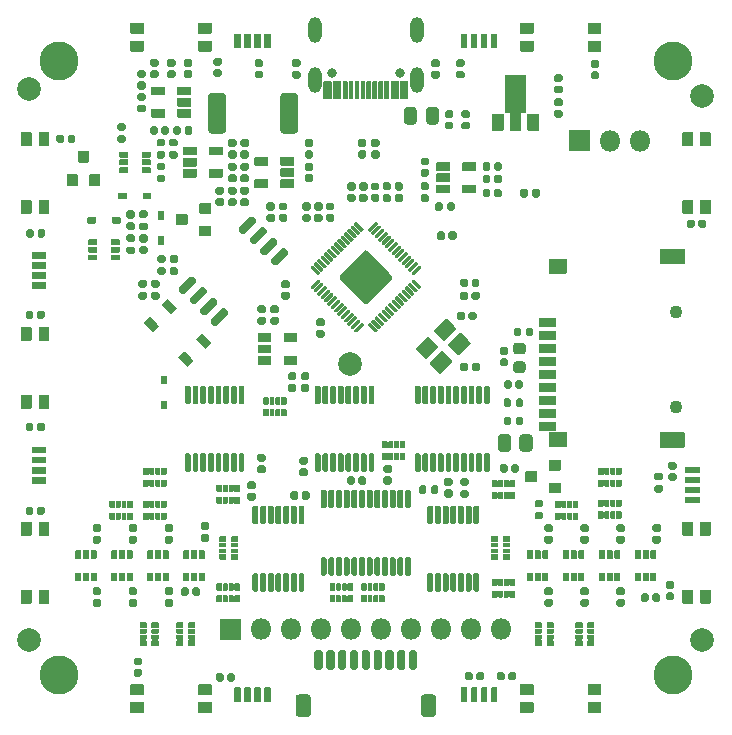
<source format=gts>
G04 #@! TF.GenerationSoftware,KiCad,Pcbnew,(5.1.10)-1*
G04 #@! TF.CreationDate,2023-09-12T17:10:13+08:00*
G04 #@! TF.ProjectId,BusPirate-5-rev8,42757350-6972-4617-9465-2d352d726576,rev?*
G04 #@! TF.SameCoordinates,Original*
G04 #@! TF.FileFunction,Soldermask,Top*
G04 #@! TF.FilePolarity,Negative*
%FSLAX46Y46*%
G04 Gerber Fmt 4.6, Leading zero omitted, Abs format (unit mm)*
G04 Created by KiCad (PCBNEW (5.1.10)-1) date 2023-09-12 17:10:13*
%MOMM*%
%LPD*%
G01*
G04 APERTURE LIST*
%ADD10C,0.800000*%
%ADD11O,1.150000X2.200000*%
%ADD12O,1.800000X1.800000*%
%ADD13C,0.100000*%
%ADD14C,1.100000*%
%ADD15C,2.000000*%
%ADD16C,3.300000*%
G04 APERTURE END LIST*
D10*
X127010000Y-65150000D03*
X132790000Y-65150000D03*
D11*
X125580000Y-61500000D03*
X134220000Y-61500000D03*
X125580000Y-65680000D03*
X134220000Y-65680000D03*
G36*
G01*
X127000000Y-65870000D02*
X127000000Y-67320000D01*
G75*
G02*
X126950000Y-67370000I-50000J0D01*
G01*
X126350000Y-67370000D01*
G75*
G02*
X126300000Y-67320000I0J50000D01*
G01*
X126300000Y-65870000D01*
G75*
G02*
X126350000Y-65820000I50000J0D01*
G01*
X126950000Y-65820000D01*
G75*
G02*
X127000000Y-65870000I0J-50000D01*
G01*
G37*
G36*
G01*
X127800000Y-65870000D02*
X127800000Y-67320000D01*
G75*
G02*
X127750000Y-67370000I-50000J0D01*
G01*
X127150000Y-67370000D01*
G75*
G02*
X127100000Y-67320000I0J50000D01*
G01*
X127100000Y-65870000D01*
G75*
G02*
X127150000Y-65820000I50000J0D01*
G01*
X127750000Y-65820000D01*
G75*
G02*
X127800000Y-65870000I0J-50000D01*
G01*
G37*
G36*
G01*
X128350000Y-65870000D02*
X128350000Y-67320000D01*
G75*
G02*
X128300000Y-67370000I-50000J0D01*
G01*
X128000000Y-67370000D01*
G75*
G02*
X127950000Y-67320000I0J50000D01*
G01*
X127950000Y-65870000D01*
G75*
G02*
X128000000Y-65820000I50000J0D01*
G01*
X128300000Y-65820000D01*
G75*
G02*
X128350000Y-65870000I0J-50000D01*
G01*
G37*
G36*
G01*
X128850000Y-65870000D02*
X128850000Y-67320000D01*
G75*
G02*
X128800000Y-67370000I-50000J0D01*
G01*
X128500000Y-67370000D01*
G75*
G02*
X128450000Y-67320000I0J50000D01*
G01*
X128450000Y-65870000D01*
G75*
G02*
X128500000Y-65820000I50000J0D01*
G01*
X128800000Y-65820000D01*
G75*
G02*
X128850000Y-65870000I0J-50000D01*
G01*
G37*
G36*
G01*
X129350000Y-65870000D02*
X129350000Y-67320000D01*
G75*
G02*
X129300000Y-67370000I-50000J0D01*
G01*
X129000000Y-67370000D01*
G75*
G02*
X128950000Y-67320000I0J50000D01*
G01*
X128950000Y-65870000D01*
G75*
G02*
X129000000Y-65820000I50000J0D01*
G01*
X129300000Y-65820000D01*
G75*
G02*
X129350000Y-65870000I0J-50000D01*
G01*
G37*
G36*
G01*
X129850000Y-65870000D02*
X129850000Y-67320000D01*
G75*
G02*
X129800000Y-67370000I-50000J0D01*
G01*
X129500000Y-67370000D01*
G75*
G02*
X129450000Y-67320000I0J50000D01*
G01*
X129450000Y-65870000D01*
G75*
G02*
X129500000Y-65820000I50000J0D01*
G01*
X129800000Y-65820000D01*
G75*
G02*
X129850000Y-65870000I0J-50000D01*
G01*
G37*
G36*
G01*
X131850000Y-65870000D02*
X131850000Y-67320000D01*
G75*
G02*
X131800000Y-67370000I-50000J0D01*
G01*
X131500000Y-67370000D01*
G75*
G02*
X131450000Y-67320000I0J50000D01*
G01*
X131450000Y-65870000D01*
G75*
G02*
X131500000Y-65820000I50000J0D01*
G01*
X131800000Y-65820000D01*
G75*
G02*
X131850000Y-65870000I0J-50000D01*
G01*
G37*
G36*
G01*
X131350000Y-65870000D02*
X131350000Y-67320000D01*
G75*
G02*
X131300000Y-67370000I-50000J0D01*
G01*
X131000000Y-67370000D01*
G75*
G02*
X130950000Y-67320000I0J50000D01*
G01*
X130950000Y-65870000D01*
G75*
G02*
X131000000Y-65820000I50000J0D01*
G01*
X131300000Y-65820000D01*
G75*
G02*
X131350000Y-65870000I0J-50000D01*
G01*
G37*
G36*
G01*
X130850000Y-65870000D02*
X130850000Y-67320000D01*
G75*
G02*
X130800000Y-67370000I-50000J0D01*
G01*
X130500000Y-67370000D01*
G75*
G02*
X130450000Y-67320000I0J50000D01*
G01*
X130450000Y-65870000D01*
G75*
G02*
X130500000Y-65820000I50000J0D01*
G01*
X130800000Y-65820000D01*
G75*
G02*
X130850000Y-65870000I0J-50000D01*
G01*
G37*
G36*
G01*
X130350000Y-65870000D02*
X130350000Y-67320000D01*
G75*
G02*
X130300000Y-67370000I-50000J0D01*
G01*
X130000000Y-67370000D01*
G75*
G02*
X129950000Y-67320000I0J50000D01*
G01*
X129950000Y-65870000D01*
G75*
G02*
X130000000Y-65820000I50000J0D01*
G01*
X130300000Y-65820000D01*
G75*
G02*
X130350000Y-65870000I0J-50000D01*
G01*
G37*
G36*
G01*
X132700000Y-65870000D02*
X132700000Y-67320000D01*
G75*
G02*
X132650000Y-67370000I-50000J0D01*
G01*
X132050000Y-67370000D01*
G75*
G02*
X132000000Y-67320000I0J50000D01*
G01*
X132000000Y-65870000D01*
G75*
G02*
X132050000Y-65820000I50000J0D01*
G01*
X132650000Y-65820000D01*
G75*
G02*
X132700000Y-65870000I0J-50000D01*
G01*
G37*
G36*
G01*
X133500000Y-65870000D02*
X133500000Y-67320000D01*
G75*
G02*
X133450000Y-67370000I-50000J0D01*
G01*
X132850000Y-67370000D01*
G75*
G02*
X132800000Y-67320000I0J50000D01*
G01*
X132800000Y-65870000D01*
G75*
G02*
X132850000Y-65820000I50000J0D01*
G01*
X133450000Y-65820000D01*
G75*
G02*
X133500000Y-65870000I0J-50000D01*
G01*
G37*
G36*
G01*
X123150000Y-93200000D02*
X122750000Y-93200000D01*
G75*
G02*
X122700000Y-93150000I0J50000D01*
G01*
X122700000Y-92650000D01*
G75*
G02*
X122750000Y-92600000I50000J0D01*
G01*
X123150000Y-92600000D01*
G75*
G02*
X123200000Y-92650000I0J-50000D01*
G01*
X123200000Y-93150000D01*
G75*
G02*
X123150000Y-93200000I-50000J0D01*
G01*
G37*
G36*
G01*
X122600000Y-93200000D02*
X122300000Y-93200000D01*
G75*
G02*
X122250000Y-93150000I0J50000D01*
G01*
X122250000Y-92650000D01*
G75*
G02*
X122300000Y-92600000I50000J0D01*
G01*
X122600000Y-92600000D01*
G75*
G02*
X122650000Y-92650000I0J-50000D01*
G01*
X122650000Y-93150000D01*
G75*
G02*
X122600000Y-93200000I-50000J0D01*
G01*
G37*
G36*
G01*
X121650000Y-93200000D02*
X121250000Y-93200000D01*
G75*
G02*
X121200000Y-93150000I0J50000D01*
G01*
X121200000Y-92650000D01*
G75*
G02*
X121250000Y-92600000I50000J0D01*
G01*
X121650000Y-92600000D01*
G75*
G02*
X121700000Y-92650000I0J-50000D01*
G01*
X121700000Y-93150000D01*
G75*
G02*
X121650000Y-93200000I-50000J0D01*
G01*
G37*
G36*
G01*
X122100000Y-93200000D02*
X121800000Y-93200000D01*
G75*
G02*
X121750000Y-93150000I0J50000D01*
G01*
X121750000Y-92650000D01*
G75*
G02*
X121800000Y-92600000I50000J0D01*
G01*
X122100000Y-92600000D01*
G75*
G02*
X122150000Y-92650000I0J-50000D01*
G01*
X122150000Y-93150000D01*
G75*
G02*
X122100000Y-93200000I-50000J0D01*
G01*
G37*
G36*
G01*
X123150000Y-94200000D02*
X122750000Y-94200000D01*
G75*
G02*
X122700000Y-94150000I0J50000D01*
G01*
X122700000Y-93650000D01*
G75*
G02*
X122750000Y-93600000I50000J0D01*
G01*
X123150000Y-93600000D01*
G75*
G02*
X123200000Y-93650000I0J-50000D01*
G01*
X123200000Y-94150000D01*
G75*
G02*
X123150000Y-94200000I-50000J0D01*
G01*
G37*
G36*
G01*
X122100000Y-94200000D02*
X121800000Y-94200000D01*
G75*
G02*
X121750000Y-94150000I0J50000D01*
G01*
X121750000Y-93650000D01*
G75*
G02*
X121800000Y-93600000I50000J0D01*
G01*
X122100000Y-93600000D01*
G75*
G02*
X122150000Y-93650000I0J-50000D01*
G01*
X122150000Y-94150000D01*
G75*
G02*
X122100000Y-94200000I-50000J0D01*
G01*
G37*
G36*
G01*
X122600000Y-94200000D02*
X122300000Y-94200000D01*
G75*
G02*
X122250000Y-94150000I0J50000D01*
G01*
X122250000Y-93650000D01*
G75*
G02*
X122300000Y-93600000I50000J0D01*
G01*
X122600000Y-93600000D01*
G75*
G02*
X122650000Y-93650000I0J-50000D01*
G01*
X122650000Y-94150000D01*
G75*
G02*
X122600000Y-94200000I-50000J0D01*
G01*
G37*
G36*
G01*
X121650000Y-94200000D02*
X121250000Y-94200000D01*
G75*
G02*
X121200000Y-94150000I0J50000D01*
G01*
X121200000Y-93650000D01*
G75*
G02*
X121250000Y-93600000I50000J0D01*
G01*
X121650000Y-93600000D01*
G75*
G02*
X121700000Y-93650000I0J-50000D01*
G01*
X121700000Y-94150000D01*
G75*
G02*
X121650000Y-94200000I-50000J0D01*
G01*
G37*
G36*
G01*
X126880000Y-109350000D02*
X127280000Y-109350000D01*
G75*
G02*
X127330000Y-109400000I0J-50000D01*
G01*
X127330000Y-109900000D01*
G75*
G02*
X127280000Y-109950000I-50000J0D01*
G01*
X126880000Y-109950000D01*
G75*
G02*
X126830000Y-109900000I0J50000D01*
G01*
X126830000Y-109400000D01*
G75*
G02*
X126880000Y-109350000I50000J0D01*
G01*
G37*
G36*
G01*
X127430000Y-109350000D02*
X127730000Y-109350000D01*
G75*
G02*
X127780000Y-109400000I0J-50000D01*
G01*
X127780000Y-109900000D01*
G75*
G02*
X127730000Y-109950000I-50000J0D01*
G01*
X127430000Y-109950000D01*
G75*
G02*
X127380000Y-109900000I0J50000D01*
G01*
X127380000Y-109400000D01*
G75*
G02*
X127430000Y-109350000I50000J0D01*
G01*
G37*
G36*
G01*
X128380000Y-109350000D02*
X128780000Y-109350000D01*
G75*
G02*
X128830000Y-109400000I0J-50000D01*
G01*
X128830000Y-109900000D01*
G75*
G02*
X128780000Y-109950000I-50000J0D01*
G01*
X128380000Y-109950000D01*
G75*
G02*
X128330000Y-109900000I0J50000D01*
G01*
X128330000Y-109400000D01*
G75*
G02*
X128380000Y-109350000I50000J0D01*
G01*
G37*
G36*
G01*
X127930000Y-109350000D02*
X128230000Y-109350000D01*
G75*
G02*
X128280000Y-109400000I0J-50000D01*
G01*
X128280000Y-109900000D01*
G75*
G02*
X128230000Y-109950000I-50000J0D01*
G01*
X127930000Y-109950000D01*
G75*
G02*
X127880000Y-109900000I0J50000D01*
G01*
X127880000Y-109400000D01*
G75*
G02*
X127930000Y-109350000I50000J0D01*
G01*
G37*
G36*
G01*
X126880000Y-108350000D02*
X127280000Y-108350000D01*
G75*
G02*
X127330000Y-108400000I0J-50000D01*
G01*
X127330000Y-108900000D01*
G75*
G02*
X127280000Y-108950000I-50000J0D01*
G01*
X126880000Y-108950000D01*
G75*
G02*
X126830000Y-108900000I0J50000D01*
G01*
X126830000Y-108400000D01*
G75*
G02*
X126880000Y-108350000I50000J0D01*
G01*
G37*
G36*
G01*
X127930000Y-108350000D02*
X128230000Y-108350000D01*
G75*
G02*
X128280000Y-108400000I0J-50000D01*
G01*
X128280000Y-108900000D01*
G75*
G02*
X128230000Y-108950000I-50000J0D01*
G01*
X127930000Y-108950000D01*
G75*
G02*
X127880000Y-108900000I0J50000D01*
G01*
X127880000Y-108400000D01*
G75*
G02*
X127930000Y-108350000I50000J0D01*
G01*
G37*
G36*
G01*
X127430000Y-108350000D02*
X127730000Y-108350000D01*
G75*
G02*
X127780000Y-108400000I0J-50000D01*
G01*
X127780000Y-108900000D01*
G75*
G02*
X127730000Y-108950000I-50000J0D01*
G01*
X127430000Y-108950000D01*
G75*
G02*
X127380000Y-108900000I0J50000D01*
G01*
X127380000Y-108400000D01*
G75*
G02*
X127430000Y-108350000I50000J0D01*
G01*
G37*
G36*
G01*
X128380000Y-108350000D02*
X128780000Y-108350000D01*
G75*
G02*
X128830000Y-108400000I0J-50000D01*
G01*
X128830000Y-108900000D01*
G75*
G02*
X128780000Y-108950000I-50000J0D01*
G01*
X128380000Y-108950000D01*
G75*
G02*
X128330000Y-108900000I0J50000D01*
G01*
X128330000Y-108400000D01*
G75*
G02*
X128380000Y-108350000I50000J0D01*
G01*
G37*
G36*
G01*
X129540000Y-109350000D02*
X129940000Y-109350000D01*
G75*
G02*
X129990000Y-109400000I0J-50000D01*
G01*
X129990000Y-109900000D01*
G75*
G02*
X129940000Y-109950000I-50000J0D01*
G01*
X129540000Y-109950000D01*
G75*
G02*
X129490000Y-109900000I0J50000D01*
G01*
X129490000Y-109400000D01*
G75*
G02*
X129540000Y-109350000I50000J0D01*
G01*
G37*
G36*
G01*
X130090000Y-109350000D02*
X130390000Y-109350000D01*
G75*
G02*
X130440000Y-109400000I0J-50000D01*
G01*
X130440000Y-109900000D01*
G75*
G02*
X130390000Y-109950000I-50000J0D01*
G01*
X130090000Y-109950000D01*
G75*
G02*
X130040000Y-109900000I0J50000D01*
G01*
X130040000Y-109400000D01*
G75*
G02*
X130090000Y-109350000I50000J0D01*
G01*
G37*
G36*
G01*
X131040000Y-109350000D02*
X131440000Y-109350000D01*
G75*
G02*
X131490000Y-109400000I0J-50000D01*
G01*
X131490000Y-109900000D01*
G75*
G02*
X131440000Y-109950000I-50000J0D01*
G01*
X131040000Y-109950000D01*
G75*
G02*
X130990000Y-109900000I0J50000D01*
G01*
X130990000Y-109400000D01*
G75*
G02*
X131040000Y-109350000I50000J0D01*
G01*
G37*
G36*
G01*
X130590000Y-109350000D02*
X130890000Y-109350000D01*
G75*
G02*
X130940000Y-109400000I0J-50000D01*
G01*
X130940000Y-109900000D01*
G75*
G02*
X130890000Y-109950000I-50000J0D01*
G01*
X130590000Y-109950000D01*
G75*
G02*
X130540000Y-109900000I0J50000D01*
G01*
X130540000Y-109400000D01*
G75*
G02*
X130590000Y-109350000I50000J0D01*
G01*
G37*
G36*
G01*
X129540000Y-108350000D02*
X129940000Y-108350000D01*
G75*
G02*
X129990000Y-108400000I0J-50000D01*
G01*
X129990000Y-108900000D01*
G75*
G02*
X129940000Y-108950000I-50000J0D01*
G01*
X129540000Y-108950000D01*
G75*
G02*
X129490000Y-108900000I0J50000D01*
G01*
X129490000Y-108400000D01*
G75*
G02*
X129540000Y-108350000I50000J0D01*
G01*
G37*
G36*
G01*
X130590000Y-108350000D02*
X130890000Y-108350000D01*
G75*
G02*
X130940000Y-108400000I0J-50000D01*
G01*
X130940000Y-108900000D01*
G75*
G02*
X130890000Y-108950000I-50000J0D01*
G01*
X130590000Y-108950000D01*
G75*
G02*
X130540000Y-108900000I0J50000D01*
G01*
X130540000Y-108400000D01*
G75*
G02*
X130590000Y-108350000I50000J0D01*
G01*
G37*
G36*
G01*
X130090000Y-108350000D02*
X130390000Y-108350000D01*
G75*
G02*
X130440000Y-108400000I0J-50000D01*
G01*
X130440000Y-108900000D01*
G75*
G02*
X130390000Y-108950000I-50000J0D01*
G01*
X130090000Y-108950000D01*
G75*
G02*
X130040000Y-108900000I0J50000D01*
G01*
X130040000Y-108400000D01*
G75*
G02*
X130090000Y-108350000I50000J0D01*
G01*
G37*
G36*
G01*
X131040000Y-108350000D02*
X131440000Y-108350000D01*
G75*
G02*
X131490000Y-108400000I0J-50000D01*
G01*
X131490000Y-108900000D01*
G75*
G02*
X131440000Y-108950000I-50000J0D01*
G01*
X131040000Y-108950000D01*
G75*
G02*
X130990000Y-108900000I0J50000D01*
G01*
X130990000Y-108400000D01*
G75*
G02*
X131040000Y-108350000I50000J0D01*
G01*
G37*
G36*
G01*
X142500000Y-108550000D02*
X142100000Y-108550000D01*
G75*
G02*
X142050000Y-108500000I0J50000D01*
G01*
X142050000Y-108000000D01*
G75*
G02*
X142100000Y-107950000I50000J0D01*
G01*
X142500000Y-107950000D01*
G75*
G02*
X142550000Y-108000000I0J-50000D01*
G01*
X142550000Y-108500000D01*
G75*
G02*
X142500000Y-108550000I-50000J0D01*
G01*
G37*
G36*
G01*
X141950000Y-108550000D02*
X141650000Y-108550000D01*
G75*
G02*
X141600000Y-108500000I0J50000D01*
G01*
X141600000Y-108000000D01*
G75*
G02*
X141650000Y-107950000I50000J0D01*
G01*
X141950000Y-107950000D01*
G75*
G02*
X142000000Y-108000000I0J-50000D01*
G01*
X142000000Y-108500000D01*
G75*
G02*
X141950000Y-108550000I-50000J0D01*
G01*
G37*
G36*
G01*
X141000000Y-108550000D02*
X140600000Y-108550000D01*
G75*
G02*
X140550000Y-108500000I0J50000D01*
G01*
X140550000Y-108000000D01*
G75*
G02*
X140600000Y-107950000I50000J0D01*
G01*
X141000000Y-107950000D01*
G75*
G02*
X141050000Y-108000000I0J-50000D01*
G01*
X141050000Y-108500000D01*
G75*
G02*
X141000000Y-108550000I-50000J0D01*
G01*
G37*
G36*
G01*
X141450000Y-108550000D02*
X141150000Y-108550000D01*
G75*
G02*
X141100000Y-108500000I0J50000D01*
G01*
X141100000Y-108000000D01*
G75*
G02*
X141150000Y-107950000I50000J0D01*
G01*
X141450000Y-107950000D01*
G75*
G02*
X141500000Y-108000000I0J-50000D01*
G01*
X141500000Y-108500000D01*
G75*
G02*
X141450000Y-108550000I-50000J0D01*
G01*
G37*
G36*
G01*
X142500000Y-109550000D02*
X142100000Y-109550000D01*
G75*
G02*
X142050000Y-109500000I0J50000D01*
G01*
X142050000Y-109000000D01*
G75*
G02*
X142100000Y-108950000I50000J0D01*
G01*
X142500000Y-108950000D01*
G75*
G02*
X142550000Y-109000000I0J-50000D01*
G01*
X142550000Y-109500000D01*
G75*
G02*
X142500000Y-109550000I-50000J0D01*
G01*
G37*
G36*
G01*
X141450000Y-109550000D02*
X141150000Y-109550000D01*
G75*
G02*
X141100000Y-109500000I0J50000D01*
G01*
X141100000Y-109000000D01*
G75*
G02*
X141150000Y-108950000I50000J0D01*
G01*
X141450000Y-108950000D01*
G75*
G02*
X141500000Y-109000000I0J-50000D01*
G01*
X141500000Y-109500000D01*
G75*
G02*
X141450000Y-109550000I-50000J0D01*
G01*
G37*
G36*
G01*
X141950000Y-109550000D02*
X141650000Y-109550000D01*
G75*
G02*
X141600000Y-109500000I0J50000D01*
G01*
X141600000Y-109000000D01*
G75*
G02*
X141650000Y-108950000I50000J0D01*
G01*
X141950000Y-108950000D01*
G75*
G02*
X142000000Y-109000000I0J-50000D01*
G01*
X142000000Y-109500000D01*
G75*
G02*
X141950000Y-109550000I-50000J0D01*
G01*
G37*
G36*
G01*
X141000000Y-109550000D02*
X140600000Y-109550000D01*
G75*
G02*
X140550000Y-109500000I0J50000D01*
G01*
X140550000Y-109000000D01*
G75*
G02*
X140600000Y-108950000I50000J0D01*
G01*
X141000000Y-108950000D01*
G75*
G02*
X141050000Y-109000000I0J-50000D01*
G01*
X141050000Y-109500000D01*
G75*
G02*
X141000000Y-109550000I-50000J0D01*
G01*
G37*
G36*
G01*
X119200000Y-108950000D02*
X118800000Y-108950000D01*
G75*
G02*
X118750000Y-108900000I0J50000D01*
G01*
X118750000Y-108400000D01*
G75*
G02*
X118800000Y-108350000I50000J0D01*
G01*
X119200000Y-108350000D01*
G75*
G02*
X119250000Y-108400000I0J-50000D01*
G01*
X119250000Y-108900000D01*
G75*
G02*
X119200000Y-108950000I-50000J0D01*
G01*
G37*
G36*
G01*
X118650000Y-108950000D02*
X118350000Y-108950000D01*
G75*
G02*
X118300000Y-108900000I0J50000D01*
G01*
X118300000Y-108400000D01*
G75*
G02*
X118350000Y-108350000I50000J0D01*
G01*
X118650000Y-108350000D01*
G75*
G02*
X118700000Y-108400000I0J-50000D01*
G01*
X118700000Y-108900000D01*
G75*
G02*
X118650000Y-108950000I-50000J0D01*
G01*
G37*
G36*
G01*
X117700000Y-108950000D02*
X117300000Y-108950000D01*
G75*
G02*
X117250000Y-108900000I0J50000D01*
G01*
X117250000Y-108400000D01*
G75*
G02*
X117300000Y-108350000I50000J0D01*
G01*
X117700000Y-108350000D01*
G75*
G02*
X117750000Y-108400000I0J-50000D01*
G01*
X117750000Y-108900000D01*
G75*
G02*
X117700000Y-108950000I-50000J0D01*
G01*
G37*
G36*
G01*
X118150000Y-108950000D02*
X117850000Y-108950000D01*
G75*
G02*
X117800000Y-108900000I0J50000D01*
G01*
X117800000Y-108400000D01*
G75*
G02*
X117850000Y-108350000I50000J0D01*
G01*
X118150000Y-108350000D01*
G75*
G02*
X118200000Y-108400000I0J-50000D01*
G01*
X118200000Y-108900000D01*
G75*
G02*
X118150000Y-108950000I-50000J0D01*
G01*
G37*
G36*
G01*
X119200000Y-109950000D02*
X118800000Y-109950000D01*
G75*
G02*
X118750000Y-109900000I0J50000D01*
G01*
X118750000Y-109400000D01*
G75*
G02*
X118800000Y-109350000I50000J0D01*
G01*
X119200000Y-109350000D01*
G75*
G02*
X119250000Y-109400000I0J-50000D01*
G01*
X119250000Y-109900000D01*
G75*
G02*
X119200000Y-109950000I-50000J0D01*
G01*
G37*
G36*
G01*
X118150000Y-109950000D02*
X117850000Y-109950000D01*
G75*
G02*
X117800000Y-109900000I0J50000D01*
G01*
X117800000Y-109400000D01*
G75*
G02*
X117850000Y-109350000I50000J0D01*
G01*
X118150000Y-109350000D01*
G75*
G02*
X118200000Y-109400000I0J-50000D01*
G01*
X118200000Y-109900000D01*
G75*
G02*
X118150000Y-109950000I-50000J0D01*
G01*
G37*
G36*
G01*
X118650000Y-109950000D02*
X118350000Y-109950000D01*
G75*
G02*
X118300000Y-109900000I0J50000D01*
G01*
X118300000Y-109400000D01*
G75*
G02*
X118350000Y-109350000I50000J0D01*
G01*
X118650000Y-109350000D01*
G75*
G02*
X118700000Y-109400000I0J-50000D01*
G01*
X118700000Y-109900000D01*
G75*
G02*
X118650000Y-109950000I-50000J0D01*
G01*
G37*
G36*
G01*
X117700000Y-109950000D02*
X117300000Y-109950000D01*
G75*
G02*
X117250000Y-109900000I0J50000D01*
G01*
X117250000Y-109400000D01*
G75*
G02*
X117300000Y-109350000I50000J0D01*
G01*
X117700000Y-109350000D01*
G75*
G02*
X117750000Y-109400000I0J-50000D01*
G01*
X117750000Y-109900000D01*
G75*
G02*
X117700000Y-109950000I-50000J0D01*
G01*
G37*
G36*
G01*
X111095000Y-67500000D02*
X110705000Y-67500000D01*
G75*
G02*
X110540000Y-67335000I0J165000D01*
G01*
X110540000Y-67005000D01*
G75*
G02*
X110705000Y-66840000I165000J0D01*
G01*
X111095000Y-66840000D01*
G75*
G02*
X111260000Y-67005000I0J-165000D01*
G01*
X111260000Y-67335000D01*
G75*
G02*
X111095000Y-67500000I-165000J0D01*
G01*
G37*
G36*
G01*
X111095000Y-68460000D02*
X110705000Y-68460000D01*
G75*
G02*
X110540000Y-68295000I0J165000D01*
G01*
X110540000Y-67965000D01*
G75*
G02*
X110705000Y-67800000I165000J0D01*
G01*
X111095000Y-67800000D01*
G75*
G02*
X111260000Y-67965000I0J-165000D01*
G01*
X111260000Y-68295000D01*
G75*
G02*
X111095000Y-68460000I-165000J0D01*
G01*
G37*
G36*
G01*
X143610000Y-75090000D02*
X143610000Y-75510000D01*
G75*
G02*
X143450000Y-75670000I-160000J0D01*
G01*
X143130000Y-75670000D01*
G75*
G02*
X142970000Y-75510000I0J160000D01*
G01*
X142970000Y-75090000D01*
G75*
G02*
X143130000Y-74930000I160000J0D01*
G01*
X143450000Y-74930000D01*
G75*
G02*
X143610000Y-75090000I0J-160000D01*
G01*
G37*
G36*
G01*
X144630000Y-75090000D02*
X144630000Y-75510000D01*
G75*
G02*
X144470000Y-75670000I-160000J0D01*
G01*
X144150000Y-75670000D01*
G75*
G02*
X143990000Y-75510000I0J160000D01*
G01*
X143990000Y-75090000D01*
G75*
G02*
X144150000Y-74930000I160000J0D01*
G01*
X144470000Y-74930000D01*
G75*
G02*
X144630000Y-75090000I0J-160000D01*
G01*
G37*
G36*
G01*
X138070000Y-73375000D02*
X138070000Y-72725000D01*
G75*
G02*
X138120000Y-72675000I50000J0D01*
G01*
X139180000Y-72675000D01*
G75*
G02*
X139230000Y-72725000I0J-50000D01*
G01*
X139230000Y-73375000D01*
G75*
G02*
X139180000Y-73425000I-50000J0D01*
G01*
X138120000Y-73425000D01*
G75*
G02*
X138070000Y-73375000I0J50000D01*
G01*
G37*
G36*
G01*
X138070000Y-75275000D02*
X138070000Y-74625000D01*
G75*
G02*
X138120000Y-74575000I50000J0D01*
G01*
X139180000Y-74575000D01*
G75*
G02*
X139230000Y-74625000I0J-50000D01*
G01*
X139230000Y-75275000D01*
G75*
G02*
X139180000Y-75325000I-50000J0D01*
G01*
X138120000Y-75325000D01*
G75*
G02*
X138070000Y-75275000I0J50000D01*
G01*
G37*
G36*
G01*
X135870000Y-75275000D02*
X135870000Y-74625000D01*
G75*
G02*
X135920000Y-74575000I50000J0D01*
G01*
X136980000Y-74575000D01*
G75*
G02*
X137030000Y-74625000I0J-50000D01*
G01*
X137030000Y-75275000D01*
G75*
G02*
X136980000Y-75325000I-50000J0D01*
G01*
X135920000Y-75325000D01*
G75*
G02*
X135870000Y-75275000I0J50000D01*
G01*
G37*
G36*
G01*
X135870000Y-74325000D02*
X135870000Y-73675000D01*
G75*
G02*
X135920000Y-73625000I50000J0D01*
G01*
X136980000Y-73625000D01*
G75*
G02*
X137030000Y-73675000I0J-50000D01*
G01*
X137030000Y-74325000D01*
G75*
G02*
X136980000Y-74375000I-50000J0D01*
G01*
X135920000Y-74375000D01*
G75*
G02*
X135870000Y-74325000I0J50000D01*
G01*
G37*
G36*
G01*
X135870000Y-73375000D02*
X135870000Y-72725000D01*
G75*
G02*
X135920000Y-72675000I50000J0D01*
G01*
X136980000Y-72675000D01*
G75*
G02*
X137030000Y-72725000I0J-50000D01*
G01*
X137030000Y-73375000D01*
G75*
G02*
X136980000Y-73425000I-50000J0D01*
G01*
X135920000Y-73425000D01*
G75*
G02*
X135870000Y-73375000I0J50000D01*
G01*
G37*
G36*
G01*
X136410000Y-76240000D02*
X136410000Y-76660000D01*
G75*
G02*
X136250000Y-76820000I-160000J0D01*
G01*
X135930000Y-76820000D01*
G75*
G02*
X135770000Y-76660000I0J160000D01*
G01*
X135770000Y-76240000D01*
G75*
G02*
X135930000Y-76080000I160000J0D01*
G01*
X136250000Y-76080000D01*
G75*
G02*
X136410000Y-76240000I0J-160000D01*
G01*
G37*
G36*
G01*
X137430000Y-76240000D02*
X137430000Y-76660000D01*
G75*
G02*
X137270000Y-76820000I-160000J0D01*
G01*
X136950000Y-76820000D01*
G75*
G02*
X136790000Y-76660000I0J160000D01*
G01*
X136790000Y-76240000D01*
G75*
G02*
X136950000Y-76080000I160000J0D01*
G01*
X137270000Y-76080000D01*
G75*
G02*
X137430000Y-76240000I0J-160000D01*
G01*
G37*
G36*
G01*
X134690000Y-75410000D02*
X135110000Y-75410000D01*
G75*
G02*
X135270000Y-75570000I0J-160000D01*
G01*
X135270000Y-75890000D01*
G75*
G02*
X135110000Y-76050000I-160000J0D01*
G01*
X134690000Y-76050000D01*
G75*
G02*
X134530000Y-75890000I0J160000D01*
G01*
X134530000Y-75570000D01*
G75*
G02*
X134690000Y-75410000I160000J0D01*
G01*
G37*
G36*
G01*
X134690000Y-74390000D02*
X135110000Y-74390000D01*
G75*
G02*
X135270000Y-74550000I0J-160000D01*
G01*
X135270000Y-74870000D01*
G75*
G02*
X135110000Y-75030000I-160000J0D01*
G01*
X134690000Y-75030000D01*
G75*
G02*
X134530000Y-74870000I0J160000D01*
G01*
X134530000Y-74550000D01*
G75*
G02*
X134690000Y-74390000I160000J0D01*
G01*
G37*
G36*
G01*
X140450000Y-75105000D02*
X140450000Y-75495000D01*
G75*
G02*
X140285000Y-75660000I-165000J0D01*
G01*
X139955000Y-75660000D01*
G75*
G02*
X139790000Y-75495000I0J165000D01*
G01*
X139790000Y-75105000D01*
G75*
G02*
X139955000Y-74940000I165000J0D01*
G01*
X140285000Y-74940000D01*
G75*
G02*
X140450000Y-75105000I0J-165000D01*
G01*
G37*
G36*
G01*
X141410000Y-75105000D02*
X141410000Y-75495000D01*
G75*
G02*
X141245000Y-75660000I-165000J0D01*
G01*
X140915000Y-75660000D01*
G75*
G02*
X140750000Y-75495000I0J165000D01*
G01*
X140750000Y-75105000D01*
G75*
G02*
X140915000Y-74940000I165000J0D01*
G01*
X141245000Y-74940000D01*
G75*
G02*
X141410000Y-75105000I0J-165000D01*
G01*
G37*
G36*
G01*
X134705000Y-73250000D02*
X135095000Y-73250000D01*
G75*
G02*
X135260000Y-73415000I0J-165000D01*
G01*
X135260000Y-73745000D01*
G75*
G02*
X135095000Y-73910000I-165000J0D01*
G01*
X134705000Y-73910000D01*
G75*
G02*
X134540000Y-73745000I0J165000D01*
G01*
X134540000Y-73415000D01*
G75*
G02*
X134705000Y-73250000I165000J0D01*
G01*
G37*
G36*
G01*
X134705000Y-72290000D02*
X135095000Y-72290000D01*
G75*
G02*
X135260000Y-72455000I0J-165000D01*
G01*
X135260000Y-72785000D01*
G75*
G02*
X135095000Y-72950000I-165000J0D01*
G01*
X134705000Y-72950000D01*
G75*
G02*
X134540000Y-72785000I0J165000D01*
G01*
X134540000Y-72455000D01*
G75*
G02*
X134705000Y-72290000I165000J0D01*
G01*
G37*
G36*
G01*
X140450000Y-73905000D02*
X140450000Y-74295000D01*
G75*
G02*
X140285000Y-74460000I-165000J0D01*
G01*
X139955000Y-74460000D01*
G75*
G02*
X139790000Y-74295000I0J165000D01*
G01*
X139790000Y-73905000D01*
G75*
G02*
X139955000Y-73740000I165000J0D01*
G01*
X140285000Y-73740000D01*
G75*
G02*
X140450000Y-73905000I0J-165000D01*
G01*
G37*
G36*
G01*
X141410000Y-73905000D02*
X141410000Y-74295000D01*
G75*
G02*
X141245000Y-74460000I-165000J0D01*
G01*
X140915000Y-74460000D01*
G75*
G02*
X140750000Y-74295000I0J165000D01*
G01*
X140750000Y-73905000D01*
G75*
G02*
X140915000Y-73740000I165000J0D01*
G01*
X141245000Y-73740000D01*
G75*
G02*
X141410000Y-73905000I0J-165000D01*
G01*
G37*
G36*
G01*
X140750000Y-73245000D02*
X140750000Y-72855000D01*
G75*
G02*
X140915000Y-72690000I165000J0D01*
G01*
X141245000Y-72690000D01*
G75*
G02*
X141410000Y-72855000I0J-165000D01*
G01*
X141410000Y-73245000D01*
G75*
G02*
X141245000Y-73410000I-165000J0D01*
G01*
X140915000Y-73410000D01*
G75*
G02*
X140750000Y-73245000I0J165000D01*
G01*
G37*
G36*
G01*
X139790000Y-73245000D02*
X139790000Y-72855000D01*
G75*
G02*
X139955000Y-72690000I165000J0D01*
G01*
X140285000Y-72690000D01*
G75*
G02*
X140450000Y-72855000I0J-165000D01*
G01*
X140450000Y-73245000D01*
G75*
G02*
X140285000Y-73410000I-165000J0D01*
G01*
X139955000Y-73410000D01*
G75*
G02*
X139790000Y-73245000I0J165000D01*
G01*
G37*
G36*
G01*
X112575000Y-92900000D02*
X113025000Y-92900000D01*
G75*
G02*
X113075000Y-92950000I0J-50000D01*
G01*
X113075000Y-93550000D01*
G75*
G02*
X113025000Y-93600000I-50000J0D01*
G01*
X112575000Y-93600000D01*
G75*
G02*
X112525000Y-93550000I0J50000D01*
G01*
X112525000Y-92950000D01*
G75*
G02*
X112575000Y-92900000I50000J0D01*
G01*
G37*
G36*
G01*
X112575000Y-90800000D02*
X113025000Y-90800000D01*
G75*
G02*
X113075000Y-90850000I0J-50000D01*
G01*
X113075000Y-91450000D01*
G75*
G02*
X113025000Y-91500000I-50000J0D01*
G01*
X112575000Y-91500000D01*
G75*
G02*
X112525000Y-91450000I0J50000D01*
G01*
X112525000Y-90850000D01*
G75*
G02*
X112575000Y-90800000I50000J0D01*
G01*
G37*
G36*
G01*
X112345000Y-78950000D02*
X112795000Y-78950000D01*
G75*
G02*
X112845000Y-79000000I0J-50000D01*
G01*
X112845000Y-79600000D01*
G75*
G02*
X112795000Y-79650000I-50000J0D01*
G01*
X112345000Y-79650000D01*
G75*
G02*
X112295000Y-79600000I0J50000D01*
G01*
X112295000Y-79000000D01*
G75*
G02*
X112345000Y-78950000I50000J0D01*
G01*
G37*
G36*
G01*
X112345000Y-76850000D02*
X112795000Y-76850000D01*
G75*
G02*
X112845000Y-76900000I0J-50000D01*
G01*
X112845000Y-77500000D01*
G75*
G02*
X112795000Y-77550000I-50000J0D01*
G01*
X112345000Y-77550000D01*
G75*
G02*
X112295000Y-77500000I0J50000D01*
G01*
X112295000Y-76900000D01*
G75*
G02*
X112345000Y-76850000I50000J0D01*
G01*
G37*
G36*
G01*
X119250000Y-97325000D02*
X119500000Y-97325000D01*
G75*
G02*
X119625000Y-97450000I0J-125000D01*
G01*
X119625000Y-98775000D01*
G75*
G02*
X119500000Y-98900000I-125000J0D01*
G01*
X119250000Y-98900000D01*
G75*
G02*
X119125000Y-98775000I0J125000D01*
G01*
X119125000Y-97450000D01*
G75*
G02*
X119250000Y-97325000I125000J0D01*
G01*
G37*
G36*
G01*
X118600000Y-97325000D02*
X118850000Y-97325000D01*
G75*
G02*
X118975000Y-97450000I0J-125000D01*
G01*
X118975000Y-98775000D01*
G75*
G02*
X118850000Y-98900000I-125000J0D01*
G01*
X118600000Y-98900000D01*
G75*
G02*
X118475000Y-98775000I0J125000D01*
G01*
X118475000Y-97450000D01*
G75*
G02*
X118600000Y-97325000I125000J0D01*
G01*
G37*
G36*
G01*
X117950000Y-97325000D02*
X118200000Y-97325000D01*
G75*
G02*
X118325000Y-97450000I0J-125000D01*
G01*
X118325000Y-98775000D01*
G75*
G02*
X118200000Y-98900000I-125000J0D01*
G01*
X117950000Y-98900000D01*
G75*
G02*
X117825000Y-98775000I0J125000D01*
G01*
X117825000Y-97450000D01*
G75*
G02*
X117950000Y-97325000I125000J0D01*
G01*
G37*
G36*
G01*
X117300000Y-97325000D02*
X117550000Y-97325000D01*
G75*
G02*
X117675000Y-97450000I0J-125000D01*
G01*
X117675000Y-98775000D01*
G75*
G02*
X117550000Y-98900000I-125000J0D01*
G01*
X117300000Y-98900000D01*
G75*
G02*
X117175000Y-98775000I0J125000D01*
G01*
X117175000Y-97450000D01*
G75*
G02*
X117300000Y-97325000I125000J0D01*
G01*
G37*
G36*
G01*
X116650000Y-97325000D02*
X116900000Y-97325000D01*
G75*
G02*
X117025000Y-97450000I0J-125000D01*
G01*
X117025000Y-98775000D01*
G75*
G02*
X116900000Y-98900000I-125000J0D01*
G01*
X116650000Y-98900000D01*
G75*
G02*
X116525000Y-98775000I0J125000D01*
G01*
X116525000Y-97450000D01*
G75*
G02*
X116650000Y-97325000I125000J0D01*
G01*
G37*
G36*
G01*
X116000000Y-97325000D02*
X116250000Y-97325000D01*
G75*
G02*
X116375000Y-97450000I0J-125000D01*
G01*
X116375000Y-98775000D01*
G75*
G02*
X116250000Y-98900000I-125000J0D01*
G01*
X116000000Y-98900000D01*
G75*
G02*
X115875000Y-98775000I0J125000D01*
G01*
X115875000Y-97450000D01*
G75*
G02*
X116000000Y-97325000I125000J0D01*
G01*
G37*
G36*
G01*
X115350000Y-97325000D02*
X115600000Y-97325000D01*
G75*
G02*
X115725000Y-97450000I0J-125000D01*
G01*
X115725000Y-98775000D01*
G75*
G02*
X115600000Y-98900000I-125000J0D01*
G01*
X115350000Y-98900000D01*
G75*
G02*
X115225000Y-98775000I0J125000D01*
G01*
X115225000Y-97450000D01*
G75*
G02*
X115350000Y-97325000I125000J0D01*
G01*
G37*
G36*
G01*
X114700000Y-97325000D02*
X114950000Y-97325000D01*
G75*
G02*
X115075000Y-97450000I0J-125000D01*
G01*
X115075000Y-98775000D01*
G75*
G02*
X114950000Y-98900000I-125000J0D01*
G01*
X114700000Y-98900000D01*
G75*
G02*
X114575000Y-98775000I0J125000D01*
G01*
X114575000Y-97450000D01*
G75*
G02*
X114700000Y-97325000I125000J0D01*
G01*
G37*
G36*
G01*
X114700000Y-91600000D02*
X114950000Y-91600000D01*
G75*
G02*
X115075000Y-91725000I0J-125000D01*
G01*
X115075000Y-93050000D01*
G75*
G02*
X114950000Y-93175000I-125000J0D01*
G01*
X114700000Y-93175000D01*
G75*
G02*
X114575000Y-93050000I0J125000D01*
G01*
X114575000Y-91725000D01*
G75*
G02*
X114700000Y-91600000I125000J0D01*
G01*
G37*
G36*
G01*
X115350000Y-91600000D02*
X115600000Y-91600000D01*
G75*
G02*
X115725000Y-91725000I0J-125000D01*
G01*
X115725000Y-93050000D01*
G75*
G02*
X115600000Y-93175000I-125000J0D01*
G01*
X115350000Y-93175000D01*
G75*
G02*
X115225000Y-93050000I0J125000D01*
G01*
X115225000Y-91725000D01*
G75*
G02*
X115350000Y-91600000I125000J0D01*
G01*
G37*
G36*
G01*
X116000000Y-91600000D02*
X116250000Y-91600000D01*
G75*
G02*
X116375000Y-91725000I0J-125000D01*
G01*
X116375000Y-93050000D01*
G75*
G02*
X116250000Y-93175000I-125000J0D01*
G01*
X116000000Y-93175000D01*
G75*
G02*
X115875000Y-93050000I0J125000D01*
G01*
X115875000Y-91725000D01*
G75*
G02*
X116000000Y-91600000I125000J0D01*
G01*
G37*
G36*
G01*
X116650000Y-91600000D02*
X116900000Y-91600000D01*
G75*
G02*
X117025000Y-91725000I0J-125000D01*
G01*
X117025000Y-93050000D01*
G75*
G02*
X116900000Y-93175000I-125000J0D01*
G01*
X116650000Y-93175000D01*
G75*
G02*
X116525000Y-93050000I0J125000D01*
G01*
X116525000Y-91725000D01*
G75*
G02*
X116650000Y-91600000I125000J0D01*
G01*
G37*
G36*
G01*
X117300000Y-91600000D02*
X117550000Y-91600000D01*
G75*
G02*
X117675000Y-91725000I0J-125000D01*
G01*
X117675000Y-93050000D01*
G75*
G02*
X117550000Y-93175000I-125000J0D01*
G01*
X117300000Y-93175000D01*
G75*
G02*
X117175000Y-93050000I0J125000D01*
G01*
X117175000Y-91725000D01*
G75*
G02*
X117300000Y-91600000I125000J0D01*
G01*
G37*
G36*
G01*
X117950000Y-91600000D02*
X118200000Y-91600000D01*
G75*
G02*
X118325000Y-91725000I0J-125000D01*
G01*
X118325000Y-93050000D01*
G75*
G02*
X118200000Y-93175000I-125000J0D01*
G01*
X117950000Y-93175000D01*
G75*
G02*
X117825000Y-93050000I0J125000D01*
G01*
X117825000Y-91725000D01*
G75*
G02*
X117950000Y-91600000I125000J0D01*
G01*
G37*
G36*
G01*
X118600000Y-91600000D02*
X118850000Y-91600000D01*
G75*
G02*
X118975000Y-91725000I0J-125000D01*
G01*
X118975000Y-93050000D01*
G75*
G02*
X118850000Y-93175000I-125000J0D01*
G01*
X118600000Y-93175000D01*
G75*
G02*
X118475000Y-93050000I0J125000D01*
G01*
X118475000Y-91725000D01*
G75*
G02*
X118600000Y-91600000I125000J0D01*
G01*
G37*
G36*
G01*
X119250000Y-91600000D02*
X119500000Y-91600000D01*
G75*
G02*
X119625000Y-91725000I0J-125000D01*
G01*
X119625000Y-93050000D01*
G75*
G02*
X119500000Y-93175000I-125000J0D01*
G01*
X119250000Y-93175000D01*
G75*
G02*
X119125000Y-93050000I0J125000D01*
G01*
X119125000Y-91725000D01*
G75*
G02*
X119250000Y-91600000I125000J0D01*
G01*
G37*
D12*
X153090000Y-70850000D03*
X150550000Y-70850000D03*
G36*
G01*
X148860000Y-71750000D02*
X147160000Y-71750000D01*
G75*
G02*
X147110000Y-71700000I0J50000D01*
G01*
X147110000Y-70000000D01*
G75*
G02*
X147160000Y-69950000I50000J0D01*
G01*
X148860000Y-69950000D01*
G75*
G02*
X148910000Y-70000000I0J-50000D01*
G01*
X148910000Y-71700000D01*
G75*
G02*
X148860000Y-71750000I-50000J0D01*
G01*
G37*
G36*
G01*
X118050000Y-67092856D02*
X118050000Y-70007144D01*
G75*
G02*
X117782144Y-70275000I-267856J0D01*
G01*
X116817856Y-70275000D01*
G75*
G02*
X116550000Y-70007144I0J267856D01*
G01*
X116550000Y-67092856D01*
G75*
G02*
X116817856Y-66825000I267856J0D01*
G01*
X117782144Y-66825000D01*
G75*
G02*
X118050000Y-67092856I0J-267856D01*
G01*
G37*
G36*
G01*
X124150000Y-67092856D02*
X124150000Y-70007144D01*
G75*
G02*
X123882144Y-70275000I-267856J0D01*
G01*
X122917856Y-70275000D01*
G75*
G02*
X122650000Y-70007144I0J267856D01*
G01*
X122650000Y-67092856D01*
G75*
G02*
X122917856Y-66825000I267856J0D01*
G01*
X123882144Y-66825000D01*
G75*
G02*
X124150000Y-67092856I0J-267856D01*
G01*
G37*
G36*
G01*
X118500000Y-106300000D02*
X118500000Y-105900000D01*
G75*
G02*
X118550000Y-105850000I50000J0D01*
G01*
X119050000Y-105850000D01*
G75*
G02*
X119100000Y-105900000I0J-50000D01*
G01*
X119100000Y-106300000D01*
G75*
G02*
X119050000Y-106350000I-50000J0D01*
G01*
X118550000Y-106350000D01*
G75*
G02*
X118500000Y-106300000I0J50000D01*
G01*
G37*
G36*
G01*
X118500000Y-105750000D02*
X118500000Y-105450000D01*
G75*
G02*
X118550000Y-105400000I50000J0D01*
G01*
X119050000Y-105400000D01*
G75*
G02*
X119100000Y-105450000I0J-50000D01*
G01*
X119100000Y-105750000D01*
G75*
G02*
X119050000Y-105800000I-50000J0D01*
G01*
X118550000Y-105800000D01*
G75*
G02*
X118500000Y-105750000I0J50000D01*
G01*
G37*
G36*
G01*
X118500000Y-104800000D02*
X118500000Y-104400000D01*
G75*
G02*
X118550000Y-104350000I50000J0D01*
G01*
X119050000Y-104350000D01*
G75*
G02*
X119100000Y-104400000I0J-50000D01*
G01*
X119100000Y-104800000D01*
G75*
G02*
X119050000Y-104850000I-50000J0D01*
G01*
X118550000Y-104850000D01*
G75*
G02*
X118500000Y-104800000I0J50000D01*
G01*
G37*
G36*
G01*
X118500000Y-105250000D02*
X118500000Y-104950000D01*
G75*
G02*
X118550000Y-104900000I50000J0D01*
G01*
X119050000Y-104900000D01*
G75*
G02*
X119100000Y-104950000I0J-50000D01*
G01*
X119100000Y-105250000D01*
G75*
G02*
X119050000Y-105300000I-50000J0D01*
G01*
X118550000Y-105300000D01*
G75*
G02*
X118500000Y-105250000I0J50000D01*
G01*
G37*
G36*
G01*
X117500000Y-106300000D02*
X117500000Y-105900000D01*
G75*
G02*
X117550000Y-105850000I50000J0D01*
G01*
X118050000Y-105850000D01*
G75*
G02*
X118100000Y-105900000I0J-50000D01*
G01*
X118100000Y-106300000D01*
G75*
G02*
X118050000Y-106350000I-50000J0D01*
G01*
X117550000Y-106350000D01*
G75*
G02*
X117500000Y-106300000I0J50000D01*
G01*
G37*
G36*
G01*
X117500000Y-105250000D02*
X117500000Y-104950000D01*
G75*
G02*
X117550000Y-104900000I50000J0D01*
G01*
X118050000Y-104900000D01*
G75*
G02*
X118100000Y-104950000I0J-50000D01*
G01*
X118100000Y-105250000D01*
G75*
G02*
X118050000Y-105300000I-50000J0D01*
G01*
X117550000Y-105300000D01*
G75*
G02*
X117500000Y-105250000I0J50000D01*
G01*
G37*
G36*
G01*
X117500000Y-105750000D02*
X117500000Y-105450000D01*
G75*
G02*
X117550000Y-105400000I50000J0D01*
G01*
X118050000Y-105400000D01*
G75*
G02*
X118100000Y-105450000I0J-50000D01*
G01*
X118100000Y-105750000D01*
G75*
G02*
X118050000Y-105800000I-50000J0D01*
G01*
X117550000Y-105800000D01*
G75*
G02*
X117500000Y-105750000I0J50000D01*
G01*
G37*
G36*
G01*
X117500000Y-104800000D02*
X117500000Y-104400000D01*
G75*
G02*
X117550000Y-104350000I50000J0D01*
G01*
X118050000Y-104350000D01*
G75*
G02*
X118100000Y-104400000I0J-50000D01*
G01*
X118100000Y-104800000D01*
G75*
G02*
X118050000Y-104850000I-50000J0D01*
G01*
X117550000Y-104850000D01*
G75*
G02*
X117500000Y-104800000I0J50000D01*
G01*
G37*
G36*
G01*
X141100000Y-104400000D02*
X141100000Y-104800000D01*
G75*
G02*
X141050000Y-104850000I-50000J0D01*
G01*
X140550000Y-104850000D01*
G75*
G02*
X140500000Y-104800000I0J50000D01*
G01*
X140500000Y-104400000D01*
G75*
G02*
X140550000Y-104350000I50000J0D01*
G01*
X141050000Y-104350000D01*
G75*
G02*
X141100000Y-104400000I0J-50000D01*
G01*
G37*
G36*
G01*
X141100000Y-104950000D02*
X141100000Y-105250000D01*
G75*
G02*
X141050000Y-105300000I-50000J0D01*
G01*
X140550000Y-105300000D01*
G75*
G02*
X140500000Y-105250000I0J50000D01*
G01*
X140500000Y-104950000D01*
G75*
G02*
X140550000Y-104900000I50000J0D01*
G01*
X141050000Y-104900000D01*
G75*
G02*
X141100000Y-104950000I0J-50000D01*
G01*
G37*
G36*
G01*
X141100000Y-105900000D02*
X141100000Y-106300000D01*
G75*
G02*
X141050000Y-106350000I-50000J0D01*
G01*
X140550000Y-106350000D01*
G75*
G02*
X140500000Y-106300000I0J50000D01*
G01*
X140500000Y-105900000D01*
G75*
G02*
X140550000Y-105850000I50000J0D01*
G01*
X141050000Y-105850000D01*
G75*
G02*
X141100000Y-105900000I0J-50000D01*
G01*
G37*
G36*
G01*
X141100000Y-105450000D02*
X141100000Y-105750000D01*
G75*
G02*
X141050000Y-105800000I-50000J0D01*
G01*
X140550000Y-105800000D01*
G75*
G02*
X140500000Y-105750000I0J50000D01*
G01*
X140500000Y-105450000D01*
G75*
G02*
X140550000Y-105400000I50000J0D01*
G01*
X141050000Y-105400000D01*
G75*
G02*
X141100000Y-105450000I0J-50000D01*
G01*
G37*
G36*
G01*
X142100000Y-104400000D02*
X142100000Y-104800000D01*
G75*
G02*
X142050000Y-104850000I-50000J0D01*
G01*
X141550000Y-104850000D01*
G75*
G02*
X141500000Y-104800000I0J50000D01*
G01*
X141500000Y-104400000D01*
G75*
G02*
X141550000Y-104350000I50000J0D01*
G01*
X142050000Y-104350000D01*
G75*
G02*
X142100000Y-104400000I0J-50000D01*
G01*
G37*
G36*
G01*
X142100000Y-105450000D02*
X142100000Y-105750000D01*
G75*
G02*
X142050000Y-105800000I-50000J0D01*
G01*
X141550000Y-105800000D01*
G75*
G02*
X141500000Y-105750000I0J50000D01*
G01*
X141500000Y-105450000D01*
G75*
G02*
X141550000Y-105400000I50000J0D01*
G01*
X142050000Y-105400000D01*
G75*
G02*
X142100000Y-105450000I0J-50000D01*
G01*
G37*
G36*
G01*
X142100000Y-104950000D02*
X142100000Y-105250000D01*
G75*
G02*
X142050000Y-105300000I-50000J0D01*
G01*
X141550000Y-105300000D01*
G75*
G02*
X141500000Y-105250000I0J50000D01*
G01*
X141500000Y-104950000D01*
G75*
G02*
X141550000Y-104900000I50000J0D01*
G01*
X142050000Y-104900000D01*
G75*
G02*
X142100000Y-104950000I0J-50000D01*
G01*
G37*
G36*
G01*
X142100000Y-105900000D02*
X142100000Y-106300000D01*
G75*
G02*
X142050000Y-106350000I-50000J0D01*
G01*
X141550000Y-106350000D01*
G75*
G02*
X141500000Y-106300000I0J50000D01*
G01*
X141500000Y-105900000D01*
G75*
G02*
X141550000Y-105850000I50000J0D01*
G01*
X142050000Y-105850000D01*
G75*
G02*
X142100000Y-105900000I0J-50000D01*
G01*
G37*
G36*
G01*
X133200000Y-96900000D02*
X132800000Y-96900000D01*
G75*
G02*
X132750000Y-96850000I0J50000D01*
G01*
X132750000Y-96350000D01*
G75*
G02*
X132800000Y-96300000I50000J0D01*
G01*
X133200000Y-96300000D01*
G75*
G02*
X133250000Y-96350000I0J-50000D01*
G01*
X133250000Y-96850000D01*
G75*
G02*
X133200000Y-96900000I-50000J0D01*
G01*
G37*
G36*
G01*
X132650000Y-96900000D02*
X132350000Y-96900000D01*
G75*
G02*
X132300000Y-96850000I0J50000D01*
G01*
X132300000Y-96350000D01*
G75*
G02*
X132350000Y-96300000I50000J0D01*
G01*
X132650000Y-96300000D01*
G75*
G02*
X132700000Y-96350000I0J-50000D01*
G01*
X132700000Y-96850000D01*
G75*
G02*
X132650000Y-96900000I-50000J0D01*
G01*
G37*
G36*
G01*
X131700000Y-96900000D02*
X131300000Y-96900000D01*
G75*
G02*
X131250000Y-96850000I0J50000D01*
G01*
X131250000Y-96350000D01*
G75*
G02*
X131300000Y-96300000I50000J0D01*
G01*
X131700000Y-96300000D01*
G75*
G02*
X131750000Y-96350000I0J-50000D01*
G01*
X131750000Y-96850000D01*
G75*
G02*
X131700000Y-96900000I-50000J0D01*
G01*
G37*
G36*
G01*
X132150000Y-96900000D02*
X131850000Y-96900000D01*
G75*
G02*
X131800000Y-96850000I0J50000D01*
G01*
X131800000Y-96350000D01*
G75*
G02*
X131850000Y-96300000I50000J0D01*
G01*
X132150000Y-96300000D01*
G75*
G02*
X132200000Y-96350000I0J-50000D01*
G01*
X132200000Y-96850000D01*
G75*
G02*
X132150000Y-96900000I-50000J0D01*
G01*
G37*
G36*
G01*
X133200000Y-97900000D02*
X132800000Y-97900000D01*
G75*
G02*
X132750000Y-97850000I0J50000D01*
G01*
X132750000Y-97350000D01*
G75*
G02*
X132800000Y-97300000I50000J0D01*
G01*
X133200000Y-97300000D01*
G75*
G02*
X133250000Y-97350000I0J-50000D01*
G01*
X133250000Y-97850000D01*
G75*
G02*
X133200000Y-97900000I-50000J0D01*
G01*
G37*
G36*
G01*
X132150000Y-97900000D02*
X131850000Y-97900000D01*
G75*
G02*
X131800000Y-97850000I0J50000D01*
G01*
X131800000Y-97350000D01*
G75*
G02*
X131850000Y-97300000I50000J0D01*
G01*
X132150000Y-97300000D01*
G75*
G02*
X132200000Y-97350000I0J-50000D01*
G01*
X132200000Y-97850000D01*
G75*
G02*
X132150000Y-97900000I-50000J0D01*
G01*
G37*
G36*
G01*
X132650000Y-97900000D02*
X132350000Y-97900000D01*
G75*
G02*
X132300000Y-97850000I0J50000D01*
G01*
X132300000Y-97350000D01*
G75*
G02*
X132350000Y-97300000I50000J0D01*
G01*
X132650000Y-97300000D01*
G75*
G02*
X132700000Y-97350000I0J-50000D01*
G01*
X132700000Y-97850000D01*
G75*
G02*
X132650000Y-97900000I-50000J0D01*
G01*
G37*
G36*
G01*
X131700000Y-97900000D02*
X131300000Y-97900000D01*
G75*
G02*
X131250000Y-97850000I0J50000D01*
G01*
X131250000Y-97350000D01*
G75*
G02*
X131300000Y-97300000I50000J0D01*
G01*
X131700000Y-97300000D01*
G75*
G02*
X131750000Y-97350000I0J-50000D01*
G01*
X131750000Y-97850000D01*
G75*
G02*
X131700000Y-97900000I-50000J0D01*
G01*
G37*
G36*
G01*
X138460000Y-101080000D02*
X138040000Y-101080000D01*
G75*
G02*
X137880000Y-100920000I0J160000D01*
G01*
X137880000Y-100600000D01*
G75*
G02*
X138040000Y-100440000I160000J0D01*
G01*
X138460000Y-100440000D01*
G75*
G02*
X138620000Y-100600000I0J-160000D01*
G01*
X138620000Y-100920000D01*
G75*
G02*
X138460000Y-101080000I-160000J0D01*
G01*
G37*
G36*
G01*
X138460000Y-100060000D02*
X138040000Y-100060000D01*
G75*
G02*
X137880000Y-99900000I0J160000D01*
G01*
X137880000Y-99580000D01*
G75*
G02*
X138040000Y-99420000I160000J0D01*
G01*
X138460000Y-99420000D01*
G75*
G02*
X138620000Y-99580000I0J-160000D01*
G01*
X138620000Y-99900000D01*
G75*
G02*
X138460000Y-100060000I-160000J0D01*
G01*
G37*
D13*
G36*
X140550245Y-63049039D02*
G01*
X140540866Y-63046194D01*
X140532221Y-63041573D01*
X140524645Y-63035355D01*
X140518427Y-63027779D01*
X140513806Y-63019134D01*
X140510961Y-63009755D01*
X140510000Y-63000000D01*
X140510000Y-61850000D01*
X140510961Y-61840245D01*
X140513806Y-61830866D01*
X140518427Y-61822221D01*
X140524645Y-61814645D01*
X140532221Y-61808427D01*
X140540866Y-61803806D01*
X140550245Y-61800961D01*
X140560000Y-61800000D01*
X140990000Y-61800000D01*
X140999755Y-61800961D01*
X141009134Y-61803806D01*
X141017779Y-61808427D01*
X141025355Y-61814645D01*
X141031573Y-61822221D01*
X141036194Y-61830866D01*
X141039039Y-61840245D01*
X141040000Y-61850000D01*
X141040000Y-63000000D01*
X141039039Y-63009755D01*
X141036194Y-63019134D01*
X141031573Y-63027779D01*
X141025355Y-63035355D01*
X141017779Y-63041573D01*
X141009134Y-63046194D01*
X140999755Y-63049039D01*
X140990000Y-63050000D01*
X140560000Y-63050000D01*
X140550245Y-63049039D01*
G37*
G36*
G01*
X139340000Y-61850000D02*
X139340000Y-63000000D01*
G75*
G02*
X139290000Y-63050000I-50000J0D01*
G01*
X138860000Y-63050000D01*
G75*
G02*
X138810000Y-63000000I0J50000D01*
G01*
X138810000Y-61850000D01*
G75*
G02*
X138860000Y-61800000I50000J0D01*
G01*
X139290000Y-61800000D01*
G75*
G02*
X139340000Y-61850000I0J-50000D01*
G01*
G37*
G36*
G01*
X140190000Y-61850000D02*
X140190000Y-63000000D01*
G75*
G02*
X140140000Y-63050000I-50000J0D01*
G01*
X139710000Y-63050000D01*
G75*
G02*
X139660000Y-63000000I0J50000D01*
G01*
X139660000Y-61850000D01*
G75*
G02*
X139710000Y-61800000I50000J0D01*
G01*
X140140000Y-61800000D01*
G75*
G02*
X140190000Y-61850000I0J-50000D01*
G01*
G37*
G36*
X138000245Y-63049039D02*
G01*
X137990866Y-63046194D01*
X137982221Y-63041573D01*
X137974645Y-63035355D01*
X137968427Y-63027779D01*
X137963806Y-63019134D01*
X137960961Y-63009755D01*
X137960000Y-63000000D01*
X137960000Y-61850000D01*
X137960961Y-61840245D01*
X137963806Y-61830866D01*
X137968427Y-61822221D01*
X137974645Y-61814645D01*
X137982221Y-61808427D01*
X137990866Y-61803806D01*
X138000245Y-61800961D01*
X138010000Y-61800000D01*
X138440000Y-61800000D01*
X138449755Y-61800961D01*
X138459134Y-61803806D01*
X138467779Y-61808427D01*
X138475355Y-61814645D01*
X138481573Y-61822221D01*
X138486194Y-61830866D01*
X138489039Y-61840245D01*
X138490000Y-61850000D01*
X138490000Y-63000000D01*
X138489039Y-63009755D01*
X138486194Y-63019134D01*
X138481573Y-63027779D01*
X138475355Y-63035355D01*
X138467779Y-63041573D01*
X138459134Y-63046194D01*
X138449755Y-63049039D01*
X138440000Y-63050000D01*
X138010000Y-63050000D01*
X138000245Y-63049039D01*
G37*
G36*
X121350245Y-63049039D02*
G01*
X121340866Y-63046194D01*
X121332221Y-63041573D01*
X121324645Y-63035355D01*
X121318427Y-63027779D01*
X121313806Y-63019134D01*
X121310961Y-63009755D01*
X121310000Y-63000000D01*
X121310000Y-61850000D01*
X121310961Y-61840245D01*
X121313806Y-61830866D01*
X121318427Y-61822221D01*
X121324645Y-61814645D01*
X121332221Y-61808427D01*
X121340866Y-61803806D01*
X121350245Y-61800961D01*
X121360000Y-61800000D01*
X121790000Y-61800000D01*
X121799755Y-61800961D01*
X121809134Y-61803806D01*
X121817779Y-61808427D01*
X121825355Y-61814645D01*
X121831573Y-61822221D01*
X121836194Y-61830866D01*
X121839039Y-61840245D01*
X121840000Y-61850000D01*
X121840000Y-63000000D01*
X121839039Y-63009755D01*
X121836194Y-63019134D01*
X121831573Y-63027779D01*
X121825355Y-63035355D01*
X121817779Y-63041573D01*
X121809134Y-63046194D01*
X121799755Y-63049039D01*
X121790000Y-63050000D01*
X121360000Y-63050000D01*
X121350245Y-63049039D01*
G37*
G36*
G01*
X120140000Y-61850000D02*
X120140000Y-63000000D01*
G75*
G02*
X120090000Y-63050000I-50000J0D01*
G01*
X119660000Y-63050000D01*
G75*
G02*
X119610000Y-63000000I0J50000D01*
G01*
X119610000Y-61850000D01*
G75*
G02*
X119660000Y-61800000I50000J0D01*
G01*
X120090000Y-61800000D01*
G75*
G02*
X120140000Y-61850000I0J-50000D01*
G01*
G37*
G36*
G01*
X120990000Y-61850000D02*
X120990000Y-63000000D01*
G75*
G02*
X120940000Y-63050000I-50000J0D01*
G01*
X120510000Y-63050000D01*
G75*
G02*
X120460000Y-63000000I0J50000D01*
G01*
X120460000Y-61850000D01*
G75*
G02*
X120510000Y-61800000I50000J0D01*
G01*
X120940000Y-61800000D01*
G75*
G02*
X120990000Y-61850000I0J-50000D01*
G01*
G37*
G36*
X118800245Y-63049039D02*
G01*
X118790866Y-63046194D01*
X118782221Y-63041573D01*
X118774645Y-63035355D01*
X118768427Y-63027779D01*
X118763806Y-63019134D01*
X118760961Y-63009755D01*
X118760000Y-63000000D01*
X118760000Y-61850000D01*
X118760961Y-61840245D01*
X118763806Y-61830866D01*
X118768427Y-61822221D01*
X118774645Y-61814645D01*
X118782221Y-61808427D01*
X118790866Y-61803806D01*
X118800245Y-61800961D01*
X118810000Y-61800000D01*
X119240000Y-61800000D01*
X119249755Y-61800961D01*
X119259134Y-61803806D01*
X119267779Y-61808427D01*
X119275355Y-61814645D01*
X119281573Y-61822221D01*
X119286194Y-61830866D01*
X119289039Y-61840245D01*
X119290000Y-61850000D01*
X119290000Y-63000000D01*
X119289039Y-63009755D01*
X119286194Y-63019134D01*
X119281573Y-63027779D01*
X119275355Y-63035355D01*
X119267779Y-63041573D01*
X119259134Y-63046194D01*
X119249755Y-63049039D01*
X119240000Y-63050000D01*
X118810000Y-63050000D01*
X118800245Y-63049039D01*
G37*
G36*
X102849039Y-80799755D02*
G01*
X102846194Y-80809134D01*
X102841573Y-80817779D01*
X102835355Y-80825355D01*
X102827779Y-80831573D01*
X102819134Y-80836194D01*
X102809755Y-80839039D01*
X102800000Y-80840000D01*
X101650000Y-80840000D01*
X101640245Y-80839039D01*
X101630866Y-80836194D01*
X101622221Y-80831573D01*
X101614645Y-80825355D01*
X101608427Y-80817779D01*
X101603806Y-80809134D01*
X101600961Y-80799755D01*
X101600000Y-80790000D01*
X101600000Y-80360000D01*
X101600961Y-80350245D01*
X101603806Y-80340866D01*
X101608427Y-80332221D01*
X101614645Y-80324645D01*
X101622221Y-80318427D01*
X101630866Y-80313806D01*
X101640245Y-80310961D01*
X101650000Y-80310000D01*
X102800000Y-80310000D01*
X102809755Y-80310961D01*
X102819134Y-80313806D01*
X102827779Y-80318427D01*
X102835355Y-80324645D01*
X102841573Y-80332221D01*
X102846194Y-80340866D01*
X102849039Y-80350245D01*
X102850000Y-80360000D01*
X102850000Y-80790000D01*
X102849039Y-80799755D01*
G37*
G36*
G01*
X101650000Y-82010000D02*
X102800000Y-82010000D01*
G75*
G02*
X102850000Y-82060000I0J-50000D01*
G01*
X102850000Y-82490000D01*
G75*
G02*
X102800000Y-82540000I-50000J0D01*
G01*
X101650000Y-82540000D01*
G75*
G02*
X101600000Y-82490000I0J50000D01*
G01*
X101600000Y-82060000D01*
G75*
G02*
X101650000Y-82010000I50000J0D01*
G01*
G37*
G36*
G01*
X101650000Y-81160000D02*
X102800000Y-81160000D01*
G75*
G02*
X102850000Y-81210000I0J-50000D01*
G01*
X102850000Y-81640000D01*
G75*
G02*
X102800000Y-81690000I-50000J0D01*
G01*
X101650000Y-81690000D01*
G75*
G02*
X101600000Y-81640000I0J50000D01*
G01*
X101600000Y-81210000D01*
G75*
G02*
X101650000Y-81160000I50000J0D01*
G01*
G37*
G36*
X102849039Y-83349755D02*
G01*
X102846194Y-83359134D01*
X102841573Y-83367779D01*
X102835355Y-83375355D01*
X102827779Y-83381573D01*
X102819134Y-83386194D01*
X102809755Y-83389039D01*
X102800000Y-83390000D01*
X101650000Y-83390000D01*
X101640245Y-83389039D01*
X101630866Y-83386194D01*
X101622221Y-83381573D01*
X101614645Y-83375355D01*
X101608427Y-83367779D01*
X101603806Y-83359134D01*
X101600961Y-83349755D01*
X101600000Y-83340000D01*
X101600000Y-82910000D01*
X101600961Y-82900245D01*
X101603806Y-82890866D01*
X101608427Y-82882221D01*
X101614645Y-82874645D01*
X101622221Y-82868427D01*
X101630866Y-82863806D01*
X101640245Y-82860961D01*
X101650000Y-82860000D01*
X102800000Y-82860000D01*
X102809755Y-82860961D01*
X102819134Y-82863806D01*
X102827779Y-82868427D01*
X102835355Y-82874645D01*
X102841573Y-82882221D01*
X102846194Y-82890866D01*
X102849039Y-82900245D01*
X102850000Y-82910000D01*
X102850000Y-83340000D01*
X102849039Y-83349755D01*
G37*
G36*
X102849039Y-97299755D02*
G01*
X102846194Y-97309134D01*
X102841573Y-97317779D01*
X102835355Y-97325355D01*
X102827779Y-97331573D01*
X102819134Y-97336194D01*
X102809755Y-97339039D01*
X102800000Y-97340000D01*
X101650000Y-97340000D01*
X101640245Y-97339039D01*
X101630866Y-97336194D01*
X101622221Y-97331573D01*
X101614645Y-97325355D01*
X101608427Y-97317779D01*
X101603806Y-97309134D01*
X101600961Y-97299755D01*
X101600000Y-97290000D01*
X101600000Y-96860000D01*
X101600961Y-96850245D01*
X101603806Y-96840866D01*
X101608427Y-96832221D01*
X101614645Y-96824645D01*
X101622221Y-96818427D01*
X101630866Y-96813806D01*
X101640245Y-96810961D01*
X101650000Y-96810000D01*
X102800000Y-96810000D01*
X102809755Y-96810961D01*
X102819134Y-96813806D01*
X102827779Y-96818427D01*
X102835355Y-96824645D01*
X102841573Y-96832221D01*
X102846194Y-96840866D01*
X102849039Y-96850245D01*
X102850000Y-96860000D01*
X102850000Y-97290000D01*
X102849039Y-97299755D01*
G37*
G36*
G01*
X101650000Y-98510000D02*
X102800000Y-98510000D01*
G75*
G02*
X102850000Y-98560000I0J-50000D01*
G01*
X102850000Y-98990000D01*
G75*
G02*
X102800000Y-99040000I-50000J0D01*
G01*
X101650000Y-99040000D01*
G75*
G02*
X101600000Y-98990000I0J50000D01*
G01*
X101600000Y-98560000D01*
G75*
G02*
X101650000Y-98510000I50000J0D01*
G01*
G37*
G36*
G01*
X101650000Y-97660000D02*
X102800000Y-97660000D01*
G75*
G02*
X102850000Y-97710000I0J-50000D01*
G01*
X102850000Y-98140000D01*
G75*
G02*
X102800000Y-98190000I-50000J0D01*
G01*
X101650000Y-98190000D01*
G75*
G02*
X101600000Y-98140000I0J50000D01*
G01*
X101600000Y-97710000D01*
G75*
G02*
X101650000Y-97660000I50000J0D01*
G01*
G37*
G36*
X102849039Y-99849755D02*
G01*
X102846194Y-99859134D01*
X102841573Y-99867779D01*
X102835355Y-99875355D01*
X102827779Y-99881573D01*
X102819134Y-99886194D01*
X102809755Y-99889039D01*
X102800000Y-99890000D01*
X101650000Y-99890000D01*
X101640245Y-99889039D01*
X101630866Y-99886194D01*
X101622221Y-99881573D01*
X101614645Y-99875355D01*
X101608427Y-99867779D01*
X101603806Y-99859134D01*
X101600961Y-99849755D01*
X101600000Y-99840000D01*
X101600000Y-99410000D01*
X101600961Y-99400245D01*
X101603806Y-99390866D01*
X101608427Y-99382221D01*
X101614645Y-99374645D01*
X101622221Y-99368427D01*
X101630866Y-99363806D01*
X101640245Y-99360961D01*
X101650000Y-99360000D01*
X102800000Y-99360000D01*
X102809755Y-99360961D01*
X102819134Y-99363806D01*
X102827779Y-99368427D01*
X102835355Y-99374645D01*
X102841573Y-99382221D01*
X102846194Y-99390866D01*
X102849039Y-99400245D01*
X102850000Y-99410000D01*
X102850000Y-99840000D01*
X102849039Y-99849755D01*
G37*
G36*
X119249755Y-117150961D02*
G01*
X119259134Y-117153806D01*
X119267779Y-117158427D01*
X119275355Y-117164645D01*
X119281573Y-117172221D01*
X119286194Y-117180866D01*
X119289039Y-117190245D01*
X119290000Y-117200000D01*
X119290000Y-118350000D01*
X119289039Y-118359755D01*
X119286194Y-118369134D01*
X119281573Y-118377779D01*
X119275355Y-118385355D01*
X119267779Y-118391573D01*
X119259134Y-118396194D01*
X119249755Y-118399039D01*
X119240000Y-118400000D01*
X118810000Y-118400000D01*
X118800245Y-118399039D01*
X118790866Y-118396194D01*
X118782221Y-118391573D01*
X118774645Y-118385355D01*
X118768427Y-118377779D01*
X118763806Y-118369134D01*
X118760961Y-118359755D01*
X118760000Y-118350000D01*
X118760000Y-117200000D01*
X118760961Y-117190245D01*
X118763806Y-117180866D01*
X118768427Y-117172221D01*
X118774645Y-117164645D01*
X118782221Y-117158427D01*
X118790866Y-117153806D01*
X118800245Y-117150961D01*
X118810000Y-117150000D01*
X119240000Y-117150000D01*
X119249755Y-117150961D01*
G37*
G36*
G01*
X120460000Y-118350000D02*
X120460000Y-117200000D01*
G75*
G02*
X120510000Y-117150000I50000J0D01*
G01*
X120940000Y-117150000D01*
G75*
G02*
X120990000Y-117200000I0J-50000D01*
G01*
X120990000Y-118350000D01*
G75*
G02*
X120940000Y-118400000I-50000J0D01*
G01*
X120510000Y-118400000D01*
G75*
G02*
X120460000Y-118350000I0J50000D01*
G01*
G37*
G36*
G01*
X119610000Y-118350000D02*
X119610000Y-117200000D01*
G75*
G02*
X119660000Y-117150000I50000J0D01*
G01*
X120090000Y-117150000D01*
G75*
G02*
X120140000Y-117200000I0J-50000D01*
G01*
X120140000Y-118350000D01*
G75*
G02*
X120090000Y-118400000I-50000J0D01*
G01*
X119660000Y-118400000D01*
G75*
G02*
X119610000Y-118350000I0J50000D01*
G01*
G37*
G36*
X121799755Y-117150961D02*
G01*
X121809134Y-117153806D01*
X121817779Y-117158427D01*
X121825355Y-117164645D01*
X121831573Y-117172221D01*
X121836194Y-117180866D01*
X121839039Y-117190245D01*
X121840000Y-117200000D01*
X121840000Y-118350000D01*
X121839039Y-118359755D01*
X121836194Y-118369134D01*
X121831573Y-118377779D01*
X121825355Y-118385355D01*
X121817779Y-118391573D01*
X121809134Y-118396194D01*
X121799755Y-118399039D01*
X121790000Y-118400000D01*
X121360000Y-118400000D01*
X121350245Y-118399039D01*
X121340866Y-118396194D01*
X121332221Y-118391573D01*
X121324645Y-118385355D01*
X121318427Y-118377779D01*
X121313806Y-118369134D01*
X121310961Y-118359755D01*
X121310000Y-118350000D01*
X121310000Y-117200000D01*
X121310961Y-117190245D01*
X121313806Y-117180866D01*
X121318427Y-117172221D01*
X121324645Y-117164645D01*
X121332221Y-117158427D01*
X121340866Y-117153806D01*
X121350245Y-117150961D01*
X121360000Y-117150000D01*
X121790000Y-117150000D01*
X121799755Y-117150961D01*
G37*
G36*
X138449755Y-117150961D02*
G01*
X138459134Y-117153806D01*
X138467779Y-117158427D01*
X138475355Y-117164645D01*
X138481573Y-117172221D01*
X138486194Y-117180866D01*
X138489039Y-117190245D01*
X138490000Y-117200000D01*
X138490000Y-118350000D01*
X138489039Y-118359755D01*
X138486194Y-118369134D01*
X138481573Y-118377779D01*
X138475355Y-118385355D01*
X138467779Y-118391573D01*
X138459134Y-118396194D01*
X138449755Y-118399039D01*
X138440000Y-118400000D01*
X138010000Y-118400000D01*
X138000245Y-118399039D01*
X137990866Y-118396194D01*
X137982221Y-118391573D01*
X137974645Y-118385355D01*
X137968427Y-118377779D01*
X137963806Y-118369134D01*
X137960961Y-118359755D01*
X137960000Y-118350000D01*
X137960000Y-117200000D01*
X137960961Y-117190245D01*
X137963806Y-117180866D01*
X137968427Y-117172221D01*
X137974645Y-117164645D01*
X137982221Y-117158427D01*
X137990866Y-117153806D01*
X138000245Y-117150961D01*
X138010000Y-117150000D01*
X138440000Y-117150000D01*
X138449755Y-117150961D01*
G37*
G36*
G01*
X139660000Y-118350000D02*
X139660000Y-117200000D01*
G75*
G02*
X139710000Y-117150000I50000J0D01*
G01*
X140140000Y-117150000D01*
G75*
G02*
X140190000Y-117200000I0J-50000D01*
G01*
X140190000Y-118350000D01*
G75*
G02*
X140140000Y-118400000I-50000J0D01*
G01*
X139710000Y-118400000D01*
G75*
G02*
X139660000Y-118350000I0J50000D01*
G01*
G37*
G36*
G01*
X138810000Y-118350000D02*
X138810000Y-117200000D01*
G75*
G02*
X138860000Y-117150000I50000J0D01*
G01*
X139290000Y-117150000D01*
G75*
G02*
X139340000Y-117200000I0J-50000D01*
G01*
X139340000Y-118350000D01*
G75*
G02*
X139290000Y-118400000I-50000J0D01*
G01*
X138860000Y-118400000D01*
G75*
G02*
X138810000Y-118350000I0J50000D01*
G01*
G37*
G36*
X140999755Y-117150961D02*
G01*
X141009134Y-117153806D01*
X141017779Y-117158427D01*
X141025355Y-117164645D01*
X141031573Y-117172221D01*
X141036194Y-117180866D01*
X141039039Y-117190245D01*
X141040000Y-117200000D01*
X141040000Y-118350000D01*
X141039039Y-118359755D01*
X141036194Y-118369134D01*
X141031573Y-118377779D01*
X141025355Y-118385355D01*
X141017779Y-118391573D01*
X141009134Y-118396194D01*
X140999755Y-118399039D01*
X140990000Y-118400000D01*
X140560000Y-118400000D01*
X140550245Y-118399039D01*
X140540866Y-118396194D01*
X140532221Y-118391573D01*
X140524645Y-118385355D01*
X140518427Y-118377779D01*
X140513806Y-118369134D01*
X140510961Y-118359755D01*
X140510000Y-118350000D01*
X140510000Y-117200000D01*
X140510961Y-117190245D01*
X140513806Y-117180866D01*
X140518427Y-117172221D01*
X140524645Y-117164645D01*
X140532221Y-117158427D01*
X140540866Y-117153806D01*
X140550245Y-117150961D01*
X140560000Y-117150000D01*
X140990000Y-117150000D01*
X140999755Y-117150961D01*
G37*
G36*
X156950961Y-101050245D02*
G01*
X156953806Y-101040866D01*
X156958427Y-101032221D01*
X156964645Y-101024645D01*
X156972221Y-101018427D01*
X156980866Y-101013806D01*
X156990245Y-101010961D01*
X157000000Y-101010000D01*
X158150000Y-101010000D01*
X158159755Y-101010961D01*
X158169134Y-101013806D01*
X158177779Y-101018427D01*
X158185355Y-101024645D01*
X158191573Y-101032221D01*
X158196194Y-101040866D01*
X158199039Y-101050245D01*
X158200000Y-101060000D01*
X158200000Y-101490000D01*
X158199039Y-101499755D01*
X158196194Y-101509134D01*
X158191573Y-101517779D01*
X158185355Y-101525355D01*
X158177779Y-101531573D01*
X158169134Y-101536194D01*
X158159755Y-101539039D01*
X158150000Y-101540000D01*
X157000000Y-101540000D01*
X156990245Y-101539039D01*
X156980866Y-101536194D01*
X156972221Y-101531573D01*
X156964645Y-101525355D01*
X156958427Y-101517779D01*
X156953806Y-101509134D01*
X156950961Y-101499755D01*
X156950000Y-101490000D01*
X156950000Y-101060000D01*
X156950961Y-101050245D01*
G37*
G36*
G01*
X158150000Y-99840000D02*
X157000000Y-99840000D01*
G75*
G02*
X156950000Y-99790000I0J50000D01*
G01*
X156950000Y-99360000D01*
G75*
G02*
X157000000Y-99310000I50000J0D01*
G01*
X158150000Y-99310000D01*
G75*
G02*
X158200000Y-99360000I0J-50000D01*
G01*
X158200000Y-99790000D01*
G75*
G02*
X158150000Y-99840000I-50000J0D01*
G01*
G37*
G36*
G01*
X158150000Y-100690000D02*
X157000000Y-100690000D01*
G75*
G02*
X156950000Y-100640000I0J50000D01*
G01*
X156950000Y-100210000D01*
G75*
G02*
X157000000Y-100160000I50000J0D01*
G01*
X158150000Y-100160000D01*
G75*
G02*
X158200000Y-100210000I0J-50000D01*
G01*
X158200000Y-100640000D01*
G75*
G02*
X158150000Y-100690000I-50000J0D01*
G01*
G37*
G36*
X156950961Y-98500245D02*
G01*
X156953806Y-98490866D01*
X156958427Y-98482221D01*
X156964645Y-98474645D01*
X156972221Y-98468427D01*
X156980866Y-98463806D01*
X156990245Y-98460961D01*
X157000000Y-98460000D01*
X158150000Y-98460000D01*
X158159755Y-98460961D01*
X158169134Y-98463806D01*
X158177779Y-98468427D01*
X158185355Y-98474645D01*
X158191573Y-98482221D01*
X158196194Y-98490866D01*
X158199039Y-98500245D01*
X158200000Y-98510000D01*
X158200000Y-98940000D01*
X158199039Y-98949755D01*
X158196194Y-98959134D01*
X158191573Y-98967779D01*
X158185355Y-98975355D01*
X158177779Y-98981573D01*
X158169134Y-98986194D01*
X158159755Y-98989039D01*
X158150000Y-98990000D01*
X157000000Y-98990000D01*
X156990245Y-98989039D01*
X156980866Y-98986194D01*
X156972221Y-98981573D01*
X156964645Y-98975355D01*
X156958427Y-98967779D01*
X156953806Y-98959134D01*
X156950961Y-98949755D01*
X156950000Y-98940000D01*
X156950000Y-98510000D01*
X156950961Y-98500245D01*
G37*
G36*
G01*
X102240000Y-108900000D02*
X103060000Y-108900000D01*
G75*
G02*
X103110000Y-108950000I0J-50000D01*
G01*
X103110000Y-110000000D01*
G75*
G02*
X103060000Y-110050000I-50000J0D01*
G01*
X102240000Y-110050000D01*
G75*
G02*
X102190000Y-110000000I0J50000D01*
G01*
X102190000Y-108950000D01*
G75*
G02*
X102240000Y-108900000I50000J0D01*
G01*
G37*
G36*
G01*
X100740000Y-108900000D02*
X101560000Y-108900000D01*
G75*
G02*
X101610000Y-108950000I0J-50000D01*
G01*
X101610000Y-110000000D01*
G75*
G02*
X101560000Y-110050000I-50000J0D01*
G01*
X100740000Y-110050000D01*
G75*
G02*
X100690000Y-110000000I0J50000D01*
G01*
X100690000Y-108950000D01*
G75*
G02*
X100740000Y-108900000I50000J0D01*
G01*
G37*
G36*
G01*
X100740000Y-103150000D02*
X101560000Y-103150000D01*
G75*
G02*
X101610000Y-103200000I0J-50000D01*
G01*
X101610000Y-104250000D01*
G75*
G02*
X101560000Y-104300000I-50000J0D01*
G01*
X100740000Y-104300000D01*
G75*
G02*
X100690000Y-104250000I0J50000D01*
G01*
X100690000Y-103200000D01*
G75*
G02*
X100740000Y-103150000I50000J0D01*
G01*
G37*
G36*
G01*
X102240000Y-103150000D02*
X103060000Y-103150000D01*
G75*
G02*
X103110000Y-103200000I0J-50000D01*
G01*
X103110000Y-104250000D01*
G75*
G02*
X103060000Y-104300000I-50000J0D01*
G01*
X102240000Y-104300000D01*
G75*
G02*
X102190000Y-104250000I0J50000D01*
G01*
X102190000Y-103200000D01*
G75*
G02*
X102240000Y-103150000I50000J0D01*
G01*
G37*
G36*
G01*
X102240000Y-92400000D02*
X103060000Y-92400000D01*
G75*
G02*
X103110000Y-92450000I0J-50000D01*
G01*
X103110000Y-93500000D01*
G75*
G02*
X103060000Y-93550000I-50000J0D01*
G01*
X102240000Y-93550000D01*
G75*
G02*
X102190000Y-93500000I0J50000D01*
G01*
X102190000Y-92450000D01*
G75*
G02*
X102240000Y-92400000I50000J0D01*
G01*
G37*
G36*
G01*
X100740000Y-92400000D02*
X101560000Y-92400000D01*
G75*
G02*
X101610000Y-92450000I0J-50000D01*
G01*
X101610000Y-93500000D01*
G75*
G02*
X101560000Y-93550000I-50000J0D01*
G01*
X100740000Y-93550000D01*
G75*
G02*
X100690000Y-93500000I0J50000D01*
G01*
X100690000Y-92450000D01*
G75*
G02*
X100740000Y-92400000I50000J0D01*
G01*
G37*
G36*
G01*
X100740000Y-86650000D02*
X101560000Y-86650000D01*
G75*
G02*
X101610000Y-86700000I0J-50000D01*
G01*
X101610000Y-87750000D01*
G75*
G02*
X101560000Y-87800000I-50000J0D01*
G01*
X100740000Y-87800000D01*
G75*
G02*
X100690000Y-87750000I0J50000D01*
G01*
X100690000Y-86700000D01*
G75*
G02*
X100740000Y-86650000I50000J0D01*
G01*
G37*
G36*
G01*
X102240000Y-86650000D02*
X103060000Y-86650000D01*
G75*
G02*
X103110000Y-86700000I0J-50000D01*
G01*
X103110000Y-87750000D01*
G75*
G02*
X103060000Y-87800000I-50000J0D01*
G01*
X102240000Y-87800000D01*
G75*
G02*
X102190000Y-87750000I0J50000D01*
G01*
X102190000Y-86700000D01*
G75*
G02*
X102240000Y-86650000I50000J0D01*
G01*
G37*
G36*
G01*
X102240000Y-75900000D02*
X103060000Y-75900000D01*
G75*
G02*
X103110000Y-75950000I0J-50000D01*
G01*
X103110000Y-77000000D01*
G75*
G02*
X103060000Y-77050000I-50000J0D01*
G01*
X102240000Y-77050000D01*
G75*
G02*
X102190000Y-77000000I0J50000D01*
G01*
X102190000Y-75950000D01*
G75*
G02*
X102240000Y-75900000I50000J0D01*
G01*
G37*
G36*
G01*
X100740000Y-75900000D02*
X101560000Y-75900000D01*
G75*
G02*
X101610000Y-75950000I0J-50000D01*
G01*
X101610000Y-77000000D01*
G75*
G02*
X101560000Y-77050000I-50000J0D01*
G01*
X100740000Y-77050000D01*
G75*
G02*
X100690000Y-77000000I0J50000D01*
G01*
X100690000Y-75950000D01*
G75*
G02*
X100740000Y-75900000I50000J0D01*
G01*
G37*
G36*
G01*
X100740000Y-70150000D02*
X101560000Y-70150000D01*
G75*
G02*
X101610000Y-70200000I0J-50000D01*
G01*
X101610000Y-71250000D01*
G75*
G02*
X101560000Y-71300000I-50000J0D01*
G01*
X100740000Y-71300000D01*
G75*
G02*
X100690000Y-71250000I0J50000D01*
G01*
X100690000Y-70200000D01*
G75*
G02*
X100740000Y-70150000I50000J0D01*
G01*
G37*
G36*
G01*
X102240000Y-70150000D02*
X103060000Y-70150000D01*
G75*
G02*
X103110000Y-70200000I0J-50000D01*
G01*
X103110000Y-71250000D01*
G75*
G02*
X103060000Y-71300000I-50000J0D01*
G01*
X102240000Y-71300000D01*
G75*
G02*
X102190000Y-71250000I0J50000D01*
G01*
X102190000Y-70200000D01*
G75*
G02*
X102240000Y-70150000I50000J0D01*
G01*
G37*
G36*
G01*
X111100000Y-62440000D02*
X111100000Y-63260000D01*
G75*
G02*
X111050000Y-63310000I-50000J0D01*
G01*
X110000000Y-63310000D01*
G75*
G02*
X109950000Y-63260000I0J50000D01*
G01*
X109950000Y-62440000D01*
G75*
G02*
X110000000Y-62390000I50000J0D01*
G01*
X111050000Y-62390000D01*
G75*
G02*
X111100000Y-62440000I0J-50000D01*
G01*
G37*
G36*
G01*
X111100000Y-60940000D02*
X111100000Y-61760000D01*
G75*
G02*
X111050000Y-61810000I-50000J0D01*
G01*
X110000000Y-61810000D01*
G75*
G02*
X109950000Y-61760000I0J50000D01*
G01*
X109950000Y-60940000D01*
G75*
G02*
X110000000Y-60890000I50000J0D01*
G01*
X111050000Y-60890000D01*
G75*
G02*
X111100000Y-60940000I0J-50000D01*
G01*
G37*
G36*
G01*
X116850000Y-60940000D02*
X116850000Y-61760000D01*
G75*
G02*
X116800000Y-61810000I-50000J0D01*
G01*
X115750000Y-61810000D01*
G75*
G02*
X115700000Y-61760000I0J50000D01*
G01*
X115700000Y-60940000D01*
G75*
G02*
X115750000Y-60890000I50000J0D01*
G01*
X116800000Y-60890000D01*
G75*
G02*
X116850000Y-60940000I0J-50000D01*
G01*
G37*
G36*
G01*
X116850000Y-62440000D02*
X116850000Y-63260000D01*
G75*
G02*
X116800000Y-63310000I-50000J0D01*
G01*
X115750000Y-63310000D01*
G75*
G02*
X115700000Y-63260000I0J50000D01*
G01*
X115700000Y-62440000D01*
G75*
G02*
X115750000Y-62390000I50000J0D01*
G01*
X116800000Y-62390000D01*
G75*
G02*
X116850000Y-62440000I0J-50000D01*
G01*
G37*
G36*
G01*
X144100000Y-62440000D02*
X144100000Y-63260000D01*
G75*
G02*
X144050000Y-63310000I-50000J0D01*
G01*
X143000000Y-63310000D01*
G75*
G02*
X142950000Y-63260000I0J50000D01*
G01*
X142950000Y-62440000D01*
G75*
G02*
X143000000Y-62390000I50000J0D01*
G01*
X144050000Y-62390000D01*
G75*
G02*
X144100000Y-62440000I0J-50000D01*
G01*
G37*
G36*
G01*
X144100000Y-60940000D02*
X144100000Y-61760000D01*
G75*
G02*
X144050000Y-61810000I-50000J0D01*
G01*
X143000000Y-61810000D01*
G75*
G02*
X142950000Y-61760000I0J50000D01*
G01*
X142950000Y-60940000D01*
G75*
G02*
X143000000Y-60890000I50000J0D01*
G01*
X144050000Y-60890000D01*
G75*
G02*
X144100000Y-60940000I0J-50000D01*
G01*
G37*
G36*
G01*
X149850000Y-60940000D02*
X149850000Y-61760000D01*
G75*
G02*
X149800000Y-61810000I-50000J0D01*
G01*
X148750000Y-61810000D01*
G75*
G02*
X148700000Y-61760000I0J50000D01*
G01*
X148700000Y-60940000D01*
G75*
G02*
X148750000Y-60890000I50000J0D01*
G01*
X149800000Y-60890000D01*
G75*
G02*
X149850000Y-60940000I0J-50000D01*
G01*
G37*
G36*
G01*
X149850000Y-62440000D02*
X149850000Y-63260000D01*
G75*
G02*
X149800000Y-63310000I-50000J0D01*
G01*
X148750000Y-63310000D01*
G75*
G02*
X148700000Y-63260000I0J50000D01*
G01*
X148700000Y-62440000D01*
G75*
G02*
X148750000Y-62390000I50000J0D01*
G01*
X149800000Y-62390000D01*
G75*
G02*
X149850000Y-62440000I0J-50000D01*
G01*
G37*
G36*
G01*
X157560000Y-71300000D02*
X156740000Y-71300000D01*
G75*
G02*
X156690000Y-71250000I0J50000D01*
G01*
X156690000Y-70200000D01*
G75*
G02*
X156740000Y-70150000I50000J0D01*
G01*
X157560000Y-70150000D01*
G75*
G02*
X157610000Y-70200000I0J-50000D01*
G01*
X157610000Y-71250000D01*
G75*
G02*
X157560000Y-71300000I-50000J0D01*
G01*
G37*
G36*
G01*
X159060000Y-71300000D02*
X158240000Y-71300000D01*
G75*
G02*
X158190000Y-71250000I0J50000D01*
G01*
X158190000Y-70200000D01*
G75*
G02*
X158240000Y-70150000I50000J0D01*
G01*
X159060000Y-70150000D01*
G75*
G02*
X159110000Y-70200000I0J-50000D01*
G01*
X159110000Y-71250000D01*
G75*
G02*
X159060000Y-71300000I-50000J0D01*
G01*
G37*
G36*
G01*
X159060000Y-77050000D02*
X158240000Y-77050000D01*
G75*
G02*
X158190000Y-77000000I0J50000D01*
G01*
X158190000Y-75950000D01*
G75*
G02*
X158240000Y-75900000I50000J0D01*
G01*
X159060000Y-75900000D01*
G75*
G02*
X159110000Y-75950000I0J-50000D01*
G01*
X159110000Y-77000000D01*
G75*
G02*
X159060000Y-77050000I-50000J0D01*
G01*
G37*
G36*
G01*
X157560000Y-77050000D02*
X156740000Y-77050000D01*
G75*
G02*
X156690000Y-77000000I0J50000D01*
G01*
X156690000Y-75950000D01*
G75*
G02*
X156740000Y-75900000I50000J0D01*
G01*
X157560000Y-75900000D01*
G75*
G02*
X157610000Y-75950000I0J-50000D01*
G01*
X157610000Y-77000000D01*
G75*
G02*
X157560000Y-77050000I-50000J0D01*
G01*
G37*
G36*
G01*
X157560000Y-104300000D02*
X156740000Y-104300000D01*
G75*
G02*
X156690000Y-104250000I0J50000D01*
G01*
X156690000Y-103200000D01*
G75*
G02*
X156740000Y-103150000I50000J0D01*
G01*
X157560000Y-103150000D01*
G75*
G02*
X157610000Y-103200000I0J-50000D01*
G01*
X157610000Y-104250000D01*
G75*
G02*
X157560000Y-104300000I-50000J0D01*
G01*
G37*
G36*
G01*
X159060000Y-104300000D02*
X158240000Y-104300000D01*
G75*
G02*
X158190000Y-104250000I0J50000D01*
G01*
X158190000Y-103200000D01*
G75*
G02*
X158240000Y-103150000I50000J0D01*
G01*
X159060000Y-103150000D01*
G75*
G02*
X159110000Y-103200000I0J-50000D01*
G01*
X159110000Y-104250000D01*
G75*
G02*
X159060000Y-104300000I-50000J0D01*
G01*
G37*
G36*
G01*
X159060000Y-110050000D02*
X158240000Y-110050000D01*
G75*
G02*
X158190000Y-110000000I0J50000D01*
G01*
X158190000Y-108950000D01*
G75*
G02*
X158240000Y-108900000I50000J0D01*
G01*
X159060000Y-108900000D01*
G75*
G02*
X159110000Y-108950000I0J-50000D01*
G01*
X159110000Y-110000000D01*
G75*
G02*
X159060000Y-110050000I-50000J0D01*
G01*
G37*
G36*
G01*
X157560000Y-110050000D02*
X156740000Y-110050000D01*
G75*
G02*
X156690000Y-110000000I0J50000D01*
G01*
X156690000Y-108950000D01*
G75*
G02*
X156740000Y-108900000I50000J0D01*
G01*
X157560000Y-108900000D01*
G75*
G02*
X157610000Y-108950000I0J-50000D01*
G01*
X157610000Y-110000000D01*
G75*
G02*
X157560000Y-110050000I-50000J0D01*
G01*
G37*
G36*
G01*
X148700000Y-117760000D02*
X148700000Y-116940000D01*
G75*
G02*
X148750000Y-116890000I50000J0D01*
G01*
X149800000Y-116890000D01*
G75*
G02*
X149850000Y-116940000I0J-50000D01*
G01*
X149850000Y-117760000D01*
G75*
G02*
X149800000Y-117810000I-50000J0D01*
G01*
X148750000Y-117810000D01*
G75*
G02*
X148700000Y-117760000I0J50000D01*
G01*
G37*
G36*
G01*
X148700000Y-119260000D02*
X148700000Y-118440000D01*
G75*
G02*
X148750000Y-118390000I50000J0D01*
G01*
X149800000Y-118390000D01*
G75*
G02*
X149850000Y-118440000I0J-50000D01*
G01*
X149850000Y-119260000D01*
G75*
G02*
X149800000Y-119310000I-50000J0D01*
G01*
X148750000Y-119310000D01*
G75*
G02*
X148700000Y-119260000I0J50000D01*
G01*
G37*
G36*
G01*
X142950000Y-119260000D02*
X142950000Y-118440000D01*
G75*
G02*
X143000000Y-118390000I50000J0D01*
G01*
X144050000Y-118390000D01*
G75*
G02*
X144100000Y-118440000I0J-50000D01*
G01*
X144100000Y-119260000D01*
G75*
G02*
X144050000Y-119310000I-50000J0D01*
G01*
X143000000Y-119310000D01*
G75*
G02*
X142950000Y-119260000I0J50000D01*
G01*
G37*
G36*
G01*
X142950000Y-117760000D02*
X142950000Y-116940000D01*
G75*
G02*
X143000000Y-116890000I50000J0D01*
G01*
X144050000Y-116890000D01*
G75*
G02*
X144100000Y-116940000I0J-50000D01*
G01*
X144100000Y-117760000D01*
G75*
G02*
X144050000Y-117810000I-50000J0D01*
G01*
X143000000Y-117810000D01*
G75*
G02*
X142950000Y-117760000I0J50000D01*
G01*
G37*
G36*
G01*
X115700000Y-117760000D02*
X115700000Y-116940000D01*
G75*
G02*
X115750000Y-116890000I50000J0D01*
G01*
X116800000Y-116890000D01*
G75*
G02*
X116850000Y-116940000I0J-50000D01*
G01*
X116850000Y-117760000D01*
G75*
G02*
X116800000Y-117810000I-50000J0D01*
G01*
X115750000Y-117810000D01*
G75*
G02*
X115700000Y-117760000I0J50000D01*
G01*
G37*
G36*
G01*
X115700000Y-119260000D02*
X115700000Y-118440000D01*
G75*
G02*
X115750000Y-118390000I50000J0D01*
G01*
X116800000Y-118390000D01*
G75*
G02*
X116850000Y-118440000I0J-50000D01*
G01*
X116850000Y-119260000D01*
G75*
G02*
X116800000Y-119310000I-50000J0D01*
G01*
X115750000Y-119310000D01*
G75*
G02*
X115700000Y-119260000I0J50000D01*
G01*
G37*
G36*
G01*
X109950000Y-119260000D02*
X109950000Y-118440000D01*
G75*
G02*
X110000000Y-118390000I50000J0D01*
G01*
X111050000Y-118390000D01*
G75*
G02*
X111100000Y-118440000I0J-50000D01*
G01*
X111100000Y-119260000D01*
G75*
G02*
X111050000Y-119310000I-50000J0D01*
G01*
X110000000Y-119310000D01*
G75*
G02*
X109950000Y-119260000I0J50000D01*
G01*
G37*
G36*
G01*
X109950000Y-117760000D02*
X109950000Y-116940000D01*
G75*
G02*
X110000000Y-116890000I50000J0D01*
G01*
X111050000Y-116890000D01*
G75*
G02*
X111100000Y-116940000I0J-50000D01*
G01*
X111100000Y-117760000D01*
G75*
G02*
X111050000Y-117810000I-50000J0D01*
G01*
X110000000Y-117810000D01*
G75*
G02*
X109950000Y-117760000I0J50000D01*
G01*
G37*
G36*
G01*
X142590000Y-94810000D02*
X142590000Y-94390000D01*
G75*
G02*
X142750000Y-94230000I160000J0D01*
G01*
X143070000Y-94230000D01*
G75*
G02*
X143230000Y-94390000I0J-160000D01*
G01*
X143230000Y-94810000D01*
G75*
G02*
X143070000Y-94970000I-160000J0D01*
G01*
X142750000Y-94970000D01*
G75*
G02*
X142590000Y-94810000I0J160000D01*
G01*
G37*
G36*
G01*
X141570000Y-94810000D02*
X141570000Y-94390000D01*
G75*
G02*
X141730000Y-94230000I160000J0D01*
G01*
X142050000Y-94230000D01*
G75*
G02*
X142210000Y-94390000I0J-160000D01*
G01*
X142210000Y-94810000D01*
G75*
G02*
X142050000Y-94970000I-160000J0D01*
G01*
X141730000Y-94970000D01*
G75*
G02*
X141570000Y-94810000I0J160000D01*
G01*
G37*
G36*
G01*
X136672500Y-100390000D02*
X137067500Y-100390000D01*
G75*
G02*
X137240000Y-100562500I0J-172500D01*
G01*
X137240000Y-100907500D01*
G75*
G02*
X137067500Y-101080000I-172500J0D01*
G01*
X136672500Y-101080000D01*
G75*
G02*
X136500000Y-100907500I0J172500D01*
G01*
X136500000Y-100562500D01*
G75*
G02*
X136672500Y-100390000I172500J0D01*
G01*
G37*
G36*
G01*
X136672500Y-99420000D02*
X137067500Y-99420000D01*
G75*
G02*
X137240000Y-99592500I0J-172500D01*
G01*
X137240000Y-99937500D01*
G75*
G02*
X137067500Y-100110000I-172500J0D01*
G01*
X136672500Y-100110000D01*
G75*
G02*
X136500000Y-99937500I0J172500D01*
G01*
X136500000Y-99592500D01*
G75*
G02*
X136672500Y-99420000I172500J0D01*
G01*
G37*
G36*
G01*
X151000000Y-107425000D02*
X151400000Y-107425000D01*
G75*
G02*
X151450000Y-107475000I0J-50000D01*
G01*
X151450000Y-108125000D01*
G75*
G02*
X151400000Y-108175000I-50000J0D01*
G01*
X151000000Y-108175000D01*
G75*
G02*
X150950000Y-108125000I0J50000D01*
G01*
X150950000Y-107475000D01*
G75*
G02*
X151000000Y-107425000I50000J0D01*
G01*
G37*
G36*
G01*
X149700000Y-107425000D02*
X150100000Y-107425000D01*
G75*
G02*
X150150000Y-107475000I0J-50000D01*
G01*
X150150000Y-108125000D01*
G75*
G02*
X150100000Y-108175000I-50000J0D01*
G01*
X149700000Y-108175000D01*
G75*
G02*
X149650000Y-108125000I0J50000D01*
G01*
X149650000Y-107475000D01*
G75*
G02*
X149700000Y-107425000I50000J0D01*
G01*
G37*
G36*
G01*
X150350000Y-105525000D02*
X150750000Y-105525000D01*
G75*
G02*
X150800000Y-105575000I0J-50000D01*
G01*
X150800000Y-106225000D01*
G75*
G02*
X150750000Y-106275000I-50000J0D01*
G01*
X150350000Y-106275000D01*
G75*
G02*
X150300000Y-106225000I0J50000D01*
G01*
X150300000Y-105575000D01*
G75*
G02*
X150350000Y-105525000I50000J0D01*
G01*
G37*
G36*
G01*
X150350000Y-107425000D02*
X150750000Y-107425000D01*
G75*
G02*
X150800000Y-107475000I0J-50000D01*
G01*
X150800000Y-108125000D01*
G75*
G02*
X150750000Y-108175000I-50000J0D01*
G01*
X150350000Y-108175000D01*
G75*
G02*
X150300000Y-108125000I0J50000D01*
G01*
X150300000Y-107475000D01*
G75*
G02*
X150350000Y-107425000I50000J0D01*
G01*
G37*
G36*
G01*
X149700000Y-105525000D02*
X150100000Y-105525000D01*
G75*
G02*
X150150000Y-105575000I0J-50000D01*
G01*
X150150000Y-106225000D01*
G75*
G02*
X150100000Y-106275000I-50000J0D01*
G01*
X149700000Y-106275000D01*
G75*
G02*
X149650000Y-106225000I0J50000D01*
G01*
X149650000Y-105575000D01*
G75*
G02*
X149700000Y-105525000I50000J0D01*
G01*
G37*
G36*
G01*
X151000000Y-105525000D02*
X151400000Y-105525000D01*
G75*
G02*
X151450000Y-105575000I0J-50000D01*
G01*
X151450000Y-106225000D01*
G75*
G02*
X151400000Y-106275000I-50000J0D01*
G01*
X151000000Y-106275000D01*
G75*
G02*
X150950000Y-106225000I0J50000D01*
G01*
X150950000Y-105575000D01*
G75*
G02*
X151000000Y-105525000I50000J0D01*
G01*
G37*
G36*
G01*
X119200000Y-100600000D02*
X118800000Y-100600000D01*
G75*
G02*
X118750000Y-100550000I0J50000D01*
G01*
X118750000Y-100050000D01*
G75*
G02*
X118800000Y-100000000I50000J0D01*
G01*
X119200000Y-100000000D01*
G75*
G02*
X119250000Y-100050000I0J-50000D01*
G01*
X119250000Y-100550000D01*
G75*
G02*
X119200000Y-100600000I-50000J0D01*
G01*
G37*
G36*
G01*
X118650000Y-100600000D02*
X118350000Y-100600000D01*
G75*
G02*
X118300000Y-100550000I0J50000D01*
G01*
X118300000Y-100050000D01*
G75*
G02*
X118350000Y-100000000I50000J0D01*
G01*
X118650000Y-100000000D01*
G75*
G02*
X118700000Y-100050000I0J-50000D01*
G01*
X118700000Y-100550000D01*
G75*
G02*
X118650000Y-100600000I-50000J0D01*
G01*
G37*
G36*
G01*
X117700000Y-100600000D02*
X117300000Y-100600000D01*
G75*
G02*
X117250000Y-100550000I0J50000D01*
G01*
X117250000Y-100050000D01*
G75*
G02*
X117300000Y-100000000I50000J0D01*
G01*
X117700000Y-100000000D01*
G75*
G02*
X117750000Y-100050000I0J-50000D01*
G01*
X117750000Y-100550000D01*
G75*
G02*
X117700000Y-100600000I-50000J0D01*
G01*
G37*
G36*
G01*
X118150000Y-100600000D02*
X117850000Y-100600000D01*
G75*
G02*
X117800000Y-100550000I0J50000D01*
G01*
X117800000Y-100050000D01*
G75*
G02*
X117850000Y-100000000I50000J0D01*
G01*
X118150000Y-100000000D01*
G75*
G02*
X118200000Y-100050000I0J-50000D01*
G01*
X118200000Y-100550000D01*
G75*
G02*
X118150000Y-100600000I-50000J0D01*
G01*
G37*
G36*
G01*
X119200000Y-101600000D02*
X118800000Y-101600000D01*
G75*
G02*
X118750000Y-101550000I0J50000D01*
G01*
X118750000Y-101050000D01*
G75*
G02*
X118800000Y-101000000I50000J0D01*
G01*
X119200000Y-101000000D01*
G75*
G02*
X119250000Y-101050000I0J-50000D01*
G01*
X119250000Y-101550000D01*
G75*
G02*
X119200000Y-101600000I-50000J0D01*
G01*
G37*
G36*
G01*
X118150000Y-101600000D02*
X117850000Y-101600000D01*
G75*
G02*
X117800000Y-101550000I0J50000D01*
G01*
X117800000Y-101050000D01*
G75*
G02*
X117850000Y-101000000I50000J0D01*
G01*
X118150000Y-101000000D01*
G75*
G02*
X118200000Y-101050000I0J-50000D01*
G01*
X118200000Y-101550000D01*
G75*
G02*
X118150000Y-101600000I-50000J0D01*
G01*
G37*
G36*
G01*
X118650000Y-101600000D02*
X118350000Y-101600000D01*
G75*
G02*
X118300000Y-101550000I0J50000D01*
G01*
X118300000Y-101050000D01*
G75*
G02*
X118350000Y-101000000I50000J0D01*
G01*
X118650000Y-101000000D01*
G75*
G02*
X118700000Y-101050000I0J-50000D01*
G01*
X118700000Y-101550000D01*
G75*
G02*
X118650000Y-101600000I-50000J0D01*
G01*
G37*
G36*
G01*
X117700000Y-101600000D02*
X117300000Y-101600000D01*
G75*
G02*
X117250000Y-101550000I0J50000D01*
G01*
X117250000Y-101050000D01*
G75*
G02*
X117300000Y-101000000I50000J0D01*
G01*
X117700000Y-101000000D01*
G75*
G02*
X117750000Y-101050000I0J-50000D01*
G01*
X117750000Y-101550000D01*
G75*
G02*
X117700000Y-101600000I-50000J0D01*
G01*
G37*
G36*
G01*
X142500000Y-100200000D02*
X142100000Y-100200000D01*
G75*
G02*
X142050000Y-100150000I0J50000D01*
G01*
X142050000Y-99650000D01*
G75*
G02*
X142100000Y-99600000I50000J0D01*
G01*
X142500000Y-99600000D01*
G75*
G02*
X142550000Y-99650000I0J-50000D01*
G01*
X142550000Y-100150000D01*
G75*
G02*
X142500000Y-100200000I-50000J0D01*
G01*
G37*
G36*
G01*
X141950000Y-100200000D02*
X141650000Y-100200000D01*
G75*
G02*
X141600000Y-100150000I0J50000D01*
G01*
X141600000Y-99650000D01*
G75*
G02*
X141650000Y-99600000I50000J0D01*
G01*
X141950000Y-99600000D01*
G75*
G02*
X142000000Y-99650000I0J-50000D01*
G01*
X142000000Y-100150000D01*
G75*
G02*
X141950000Y-100200000I-50000J0D01*
G01*
G37*
G36*
G01*
X141000000Y-100200000D02*
X140600000Y-100200000D01*
G75*
G02*
X140550000Y-100150000I0J50000D01*
G01*
X140550000Y-99650000D01*
G75*
G02*
X140600000Y-99600000I50000J0D01*
G01*
X141000000Y-99600000D01*
G75*
G02*
X141050000Y-99650000I0J-50000D01*
G01*
X141050000Y-100150000D01*
G75*
G02*
X141000000Y-100200000I-50000J0D01*
G01*
G37*
G36*
G01*
X141450000Y-100200000D02*
X141150000Y-100200000D01*
G75*
G02*
X141100000Y-100150000I0J50000D01*
G01*
X141100000Y-99650000D01*
G75*
G02*
X141150000Y-99600000I50000J0D01*
G01*
X141450000Y-99600000D01*
G75*
G02*
X141500000Y-99650000I0J-50000D01*
G01*
X141500000Y-100150000D01*
G75*
G02*
X141450000Y-100200000I-50000J0D01*
G01*
G37*
G36*
G01*
X142500000Y-101200000D02*
X142100000Y-101200000D01*
G75*
G02*
X142050000Y-101150000I0J50000D01*
G01*
X142050000Y-100650000D01*
G75*
G02*
X142100000Y-100600000I50000J0D01*
G01*
X142500000Y-100600000D01*
G75*
G02*
X142550000Y-100650000I0J-50000D01*
G01*
X142550000Y-101150000D01*
G75*
G02*
X142500000Y-101200000I-50000J0D01*
G01*
G37*
G36*
G01*
X141450000Y-101200000D02*
X141150000Y-101200000D01*
G75*
G02*
X141100000Y-101150000I0J50000D01*
G01*
X141100000Y-100650000D01*
G75*
G02*
X141150000Y-100600000I50000J0D01*
G01*
X141450000Y-100600000D01*
G75*
G02*
X141500000Y-100650000I0J-50000D01*
G01*
X141500000Y-101150000D01*
G75*
G02*
X141450000Y-101200000I-50000J0D01*
G01*
G37*
G36*
G01*
X141950000Y-101200000D02*
X141650000Y-101200000D01*
G75*
G02*
X141600000Y-101150000I0J50000D01*
G01*
X141600000Y-100650000D01*
G75*
G02*
X141650000Y-100600000I50000J0D01*
G01*
X141950000Y-100600000D01*
G75*
G02*
X142000000Y-100650000I0J-50000D01*
G01*
X142000000Y-101150000D01*
G75*
G02*
X141950000Y-101200000I-50000J0D01*
G01*
G37*
G36*
G01*
X141000000Y-101200000D02*
X140600000Y-101200000D01*
G75*
G02*
X140550000Y-101150000I0J50000D01*
G01*
X140550000Y-100650000D01*
G75*
G02*
X140600000Y-100600000I50000J0D01*
G01*
X141000000Y-100600000D01*
G75*
G02*
X141050000Y-100650000I0J-50000D01*
G01*
X141050000Y-101150000D01*
G75*
G02*
X141000000Y-101200000I-50000J0D01*
G01*
G37*
G36*
G01*
X154050000Y-105525000D02*
X154450000Y-105525000D01*
G75*
G02*
X154500000Y-105575000I0J-50000D01*
G01*
X154500000Y-106225000D01*
G75*
G02*
X154450000Y-106275000I-50000J0D01*
G01*
X154050000Y-106275000D01*
G75*
G02*
X154000000Y-106225000I0J50000D01*
G01*
X154000000Y-105575000D01*
G75*
G02*
X154050000Y-105525000I50000J0D01*
G01*
G37*
G36*
G01*
X152750000Y-105525000D02*
X153150000Y-105525000D01*
G75*
G02*
X153200000Y-105575000I0J-50000D01*
G01*
X153200000Y-106225000D01*
G75*
G02*
X153150000Y-106275000I-50000J0D01*
G01*
X152750000Y-106275000D01*
G75*
G02*
X152700000Y-106225000I0J50000D01*
G01*
X152700000Y-105575000D01*
G75*
G02*
X152750000Y-105525000I50000J0D01*
G01*
G37*
G36*
G01*
X153400000Y-107425000D02*
X153800000Y-107425000D01*
G75*
G02*
X153850000Y-107475000I0J-50000D01*
G01*
X153850000Y-108125000D01*
G75*
G02*
X153800000Y-108175000I-50000J0D01*
G01*
X153400000Y-108175000D01*
G75*
G02*
X153350000Y-108125000I0J50000D01*
G01*
X153350000Y-107475000D01*
G75*
G02*
X153400000Y-107425000I50000J0D01*
G01*
G37*
G36*
G01*
X153400000Y-105525000D02*
X153800000Y-105525000D01*
G75*
G02*
X153850000Y-105575000I0J-50000D01*
G01*
X153850000Y-106225000D01*
G75*
G02*
X153800000Y-106275000I-50000J0D01*
G01*
X153400000Y-106275000D01*
G75*
G02*
X153350000Y-106225000I0J50000D01*
G01*
X153350000Y-105575000D01*
G75*
G02*
X153400000Y-105525000I50000J0D01*
G01*
G37*
G36*
G01*
X152750000Y-107425000D02*
X153150000Y-107425000D01*
G75*
G02*
X153200000Y-107475000I0J-50000D01*
G01*
X153200000Y-108125000D01*
G75*
G02*
X153150000Y-108175000I-50000J0D01*
G01*
X152750000Y-108175000D01*
G75*
G02*
X152700000Y-108125000I0J50000D01*
G01*
X152700000Y-107475000D01*
G75*
G02*
X152750000Y-107425000I50000J0D01*
G01*
G37*
G36*
G01*
X154050000Y-107425000D02*
X154450000Y-107425000D01*
G75*
G02*
X154500000Y-107475000I0J-50000D01*
G01*
X154500000Y-108125000D01*
G75*
G02*
X154450000Y-108175000I-50000J0D01*
G01*
X154050000Y-108175000D01*
G75*
G02*
X154000000Y-108125000I0J50000D01*
G01*
X154000000Y-107475000D01*
G75*
G02*
X154050000Y-107425000I50000J0D01*
G01*
G37*
G36*
G01*
X145200000Y-113600000D02*
X145200000Y-113200000D01*
G75*
G02*
X145250000Y-113150000I50000J0D01*
G01*
X145750000Y-113150000D01*
G75*
G02*
X145800000Y-113200000I0J-50000D01*
G01*
X145800000Y-113600000D01*
G75*
G02*
X145750000Y-113650000I-50000J0D01*
G01*
X145250000Y-113650000D01*
G75*
G02*
X145200000Y-113600000I0J50000D01*
G01*
G37*
G36*
G01*
X145200000Y-113050000D02*
X145200000Y-112750000D01*
G75*
G02*
X145250000Y-112700000I50000J0D01*
G01*
X145750000Y-112700000D01*
G75*
G02*
X145800000Y-112750000I0J-50000D01*
G01*
X145800000Y-113050000D01*
G75*
G02*
X145750000Y-113100000I-50000J0D01*
G01*
X145250000Y-113100000D01*
G75*
G02*
X145200000Y-113050000I0J50000D01*
G01*
G37*
G36*
G01*
X145200000Y-112100000D02*
X145200000Y-111700000D01*
G75*
G02*
X145250000Y-111650000I50000J0D01*
G01*
X145750000Y-111650000D01*
G75*
G02*
X145800000Y-111700000I0J-50000D01*
G01*
X145800000Y-112100000D01*
G75*
G02*
X145750000Y-112150000I-50000J0D01*
G01*
X145250000Y-112150000D01*
G75*
G02*
X145200000Y-112100000I0J50000D01*
G01*
G37*
G36*
G01*
X145200000Y-112550000D02*
X145200000Y-112250000D01*
G75*
G02*
X145250000Y-112200000I50000J0D01*
G01*
X145750000Y-112200000D01*
G75*
G02*
X145800000Y-112250000I0J-50000D01*
G01*
X145800000Y-112550000D01*
G75*
G02*
X145750000Y-112600000I-50000J0D01*
G01*
X145250000Y-112600000D01*
G75*
G02*
X145200000Y-112550000I0J50000D01*
G01*
G37*
G36*
G01*
X144200000Y-113600000D02*
X144200000Y-113200000D01*
G75*
G02*
X144250000Y-113150000I50000J0D01*
G01*
X144750000Y-113150000D01*
G75*
G02*
X144800000Y-113200000I0J-50000D01*
G01*
X144800000Y-113600000D01*
G75*
G02*
X144750000Y-113650000I-50000J0D01*
G01*
X144250000Y-113650000D01*
G75*
G02*
X144200000Y-113600000I0J50000D01*
G01*
G37*
G36*
G01*
X144200000Y-112550000D02*
X144200000Y-112250000D01*
G75*
G02*
X144250000Y-112200000I50000J0D01*
G01*
X144750000Y-112200000D01*
G75*
G02*
X144800000Y-112250000I0J-50000D01*
G01*
X144800000Y-112550000D01*
G75*
G02*
X144750000Y-112600000I-50000J0D01*
G01*
X144250000Y-112600000D01*
G75*
G02*
X144200000Y-112550000I0J50000D01*
G01*
G37*
G36*
G01*
X144200000Y-113050000D02*
X144200000Y-112750000D01*
G75*
G02*
X144250000Y-112700000I50000J0D01*
G01*
X144750000Y-112700000D01*
G75*
G02*
X144800000Y-112750000I0J-50000D01*
G01*
X144800000Y-113050000D01*
G75*
G02*
X144750000Y-113100000I-50000J0D01*
G01*
X144250000Y-113100000D01*
G75*
G02*
X144200000Y-113050000I0J50000D01*
G01*
G37*
G36*
G01*
X144200000Y-112100000D02*
X144200000Y-111700000D01*
G75*
G02*
X144250000Y-111650000I50000J0D01*
G01*
X144750000Y-111650000D01*
G75*
G02*
X144800000Y-111700000I0J-50000D01*
G01*
X144800000Y-112100000D01*
G75*
G02*
X144750000Y-112150000I-50000J0D01*
G01*
X144250000Y-112150000D01*
G75*
G02*
X144200000Y-112100000I0J50000D01*
G01*
G37*
G36*
G01*
X150000000Y-102850000D02*
X149600000Y-102850000D01*
G75*
G02*
X149550000Y-102800000I0J50000D01*
G01*
X149550000Y-102300000D01*
G75*
G02*
X149600000Y-102250000I50000J0D01*
G01*
X150000000Y-102250000D01*
G75*
G02*
X150050000Y-102300000I0J-50000D01*
G01*
X150050000Y-102800000D01*
G75*
G02*
X150000000Y-102850000I-50000J0D01*
G01*
G37*
G36*
G01*
X150950000Y-102850000D02*
X150650000Y-102850000D01*
G75*
G02*
X150600000Y-102800000I0J50000D01*
G01*
X150600000Y-102300000D01*
G75*
G02*
X150650000Y-102250000I50000J0D01*
G01*
X150950000Y-102250000D01*
G75*
G02*
X151000000Y-102300000I0J-50000D01*
G01*
X151000000Y-102800000D01*
G75*
G02*
X150950000Y-102850000I-50000J0D01*
G01*
G37*
G36*
G01*
X150450000Y-102850000D02*
X150150000Y-102850000D01*
G75*
G02*
X150100000Y-102800000I0J50000D01*
G01*
X150100000Y-102300000D01*
G75*
G02*
X150150000Y-102250000I50000J0D01*
G01*
X150450000Y-102250000D01*
G75*
G02*
X150500000Y-102300000I0J-50000D01*
G01*
X150500000Y-102800000D01*
G75*
G02*
X150450000Y-102850000I-50000J0D01*
G01*
G37*
G36*
G01*
X151500000Y-102850000D02*
X151100000Y-102850000D01*
G75*
G02*
X151050000Y-102800000I0J50000D01*
G01*
X151050000Y-102300000D01*
G75*
G02*
X151100000Y-102250000I50000J0D01*
G01*
X151500000Y-102250000D01*
G75*
G02*
X151550000Y-102300000I0J-50000D01*
G01*
X151550000Y-102800000D01*
G75*
G02*
X151500000Y-102850000I-50000J0D01*
G01*
G37*
G36*
G01*
X150450000Y-101850000D02*
X150150000Y-101850000D01*
G75*
G02*
X150100000Y-101800000I0J50000D01*
G01*
X150100000Y-101300000D01*
G75*
G02*
X150150000Y-101250000I50000J0D01*
G01*
X150450000Y-101250000D01*
G75*
G02*
X150500000Y-101300000I0J-50000D01*
G01*
X150500000Y-101800000D01*
G75*
G02*
X150450000Y-101850000I-50000J0D01*
G01*
G37*
G36*
G01*
X150000000Y-101850000D02*
X149600000Y-101850000D01*
G75*
G02*
X149550000Y-101800000I0J50000D01*
G01*
X149550000Y-101300000D01*
G75*
G02*
X149600000Y-101250000I50000J0D01*
G01*
X150000000Y-101250000D01*
G75*
G02*
X150050000Y-101300000I0J-50000D01*
G01*
X150050000Y-101800000D01*
G75*
G02*
X150000000Y-101850000I-50000J0D01*
G01*
G37*
G36*
G01*
X150950000Y-101850000D02*
X150650000Y-101850000D01*
G75*
G02*
X150600000Y-101800000I0J50000D01*
G01*
X150600000Y-101300000D01*
G75*
G02*
X150650000Y-101250000I50000J0D01*
G01*
X150950000Y-101250000D01*
G75*
G02*
X151000000Y-101300000I0J-50000D01*
G01*
X151000000Y-101800000D01*
G75*
G02*
X150950000Y-101850000I-50000J0D01*
G01*
G37*
G36*
G01*
X151500000Y-101850000D02*
X151100000Y-101850000D01*
G75*
G02*
X151050000Y-101800000I0J50000D01*
G01*
X151050000Y-101300000D01*
G75*
G02*
X151100000Y-101250000I50000J0D01*
G01*
X151500000Y-101250000D01*
G75*
G02*
X151550000Y-101300000I0J-50000D01*
G01*
X151550000Y-101800000D01*
G75*
G02*
X151500000Y-101850000I-50000J0D01*
G01*
G37*
G36*
G01*
X126450000Y-101975000D02*
X126200000Y-101975000D01*
G75*
G02*
X126075000Y-101850000I0J125000D01*
G01*
X126075000Y-100525000D01*
G75*
G02*
X126200000Y-100400000I125000J0D01*
G01*
X126450000Y-100400000D01*
G75*
G02*
X126575000Y-100525000I0J-125000D01*
G01*
X126575000Y-101850000D01*
G75*
G02*
X126450000Y-101975000I-125000J0D01*
G01*
G37*
G36*
G01*
X127100000Y-101975000D02*
X126850000Y-101975000D01*
G75*
G02*
X126725000Y-101850000I0J125000D01*
G01*
X126725000Y-100525000D01*
G75*
G02*
X126850000Y-100400000I125000J0D01*
G01*
X127100000Y-100400000D01*
G75*
G02*
X127225000Y-100525000I0J-125000D01*
G01*
X127225000Y-101850000D01*
G75*
G02*
X127100000Y-101975000I-125000J0D01*
G01*
G37*
G36*
G01*
X127750000Y-101975000D02*
X127500000Y-101975000D01*
G75*
G02*
X127375000Y-101850000I0J125000D01*
G01*
X127375000Y-100525000D01*
G75*
G02*
X127500000Y-100400000I125000J0D01*
G01*
X127750000Y-100400000D01*
G75*
G02*
X127875000Y-100525000I0J-125000D01*
G01*
X127875000Y-101850000D01*
G75*
G02*
X127750000Y-101975000I-125000J0D01*
G01*
G37*
G36*
G01*
X128400000Y-101975000D02*
X128150000Y-101975000D01*
G75*
G02*
X128025000Y-101850000I0J125000D01*
G01*
X128025000Y-100525000D01*
G75*
G02*
X128150000Y-100400000I125000J0D01*
G01*
X128400000Y-100400000D01*
G75*
G02*
X128525000Y-100525000I0J-125000D01*
G01*
X128525000Y-101850000D01*
G75*
G02*
X128400000Y-101975000I-125000J0D01*
G01*
G37*
G36*
G01*
X129050000Y-101975000D02*
X128800000Y-101975000D01*
G75*
G02*
X128675000Y-101850000I0J125000D01*
G01*
X128675000Y-100525000D01*
G75*
G02*
X128800000Y-100400000I125000J0D01*
G01*
X129050000Y-100400000D01*
G75*
G02*
X129175000Y-100525000I0J-125000D01*
G01*
X129175000Y-101850000D01*
G75*
G02*
X129050000Y-101975000I-125000J0D01*
G01*
G37*
G36*
G01*
X129700000Y-101975000D02*
X129450000Y-101975000D01*
G75*
G02*
X129325000Y-101850000I0J125000D01*
G01*
X129325000Y-100525000D01*
G75*
G02*
X129450000Y-100400000I125000J0D01*
G01*
X129700000Y-100400000D01*
G75*
G02*
X129825000Y-100525000I0J-125000D01*
G01*
X129825000Y-101850000D01*
G75*
G02*
X129700000Y-101975000I-125000J0D01*
G01*
G37*
G36*
G01*
X130350000Y-101975000D02*
X130100000Y-101975000D01*
G75*
G02*
X129975000Y-101850000I0J125000D01*
G01*
X129975000Y-100525000D01*
G75*
G02*
X130100000Y-100400000I125000J0D01*
G01*
X130350000Y-100400000D01*
G75*
G02*
X130475000Y-100525000I0J-125000D01*
G01*
X130475000Y-101850000D01*
G75*
G02*
X130350000Y-101975000I-125000J0D01*
G01*
G37*
G36*
G01*
X131000000Y-101975000D02*
X130750000Y-101975000D01*
G75*
G02*
X130625000Y-101850000I0J125000D01*
G01*
X130625000Y-100525000D01*
G75*
G02*
X130750000Y-100400000I125000J0D01*
G01*
X131000000Y-100400000D01*
G75*
G02*
X131125000Y-100525000I0J-125000D01*
G01*
X131125000Y-101850000D01*
G75*
G02*
X131000000Y-101975000I-125000J0D01*
G01*
G37*
G36*
G01*
X131650000Y-101975000D02*
X131400000Y-101975000D01*
G75*
G02*
X131275000Y-101850000I0J125000D01*
G01*
X131275000Y-100525000D01*
G75*
G02*
X131400000Y-100400000I125000J0D01*
G01*
X131650000Y-100400000D01*
G75*
G02*
X131775000Y-100525000I0J-125000D01*
G01*
X131775000Y-101850000D01*
G75*
G02*
X131650000Y-101975000I-125000J0D01*
G01*
G37*
G36*
G01*
X132300000Y-101975000D02*
X132050000Y-101975000D01*
G75*
G02*
X131925000Y-101850000I0J125000D01*
G01*
X131925000Y-100525000D01*
G75*
G02*
X132050000Y-100400000I125000J0D01*
G01*
X132300000Y-100400000D01*
G75*
G02*
X132425000Y-100525000I0J-125000D01*
G01*
X132425000Y-101850000D01*
G75*
G02*
X132300000Y-101975000I-125000J0D01*
G01*
G37*
G36*
G01*
X132950000Y-101975000D02*
X132700000Y-101975000D01*
G75*
G02*
X132575000Y-101850000I0J125000D01*
G01*
X132575000Y-100525000D01*
G75*
G02*
X132700000Y-100400000I125000J0D01*
G01*
X132950000Y-100400000D01*
G75*
G02*
X133075000Y-100525000I0J-125000D01*
G01*
X133075000Y-101850000D01*
G75*
G02*
X132950000Y-101975000I-125000J0D01*
G01*
G37*
G36*
G01*
X133600000Y-101975000D02*
X133350000Y-101975000D01*
G75*
G02*
X133225000Y-101850000I0J125000D01*
G01*
X133225000Y-100525000D01*
G75*
G02*
X133350000Y-100400000I125000J0D01*
G01*
X133600000Y-100400000D01*
G75*
G02*
X133725000Y-100525000I0J-125000D01*
G01*
X133725000Y-101850000D01*
G75*
G02*
X133600000Y-101975000I-125000J0D01*
G01*
G37*
G36*
G01*
X133600000Y-107700000D02*
X133350000Y-107700000D01*
G75*
G02*
X133225000Y-107575000I0J125000D01*
G01*
X133225000Y-106250000D01*
G75*
G02*
X133350000Y-106125000I125000J0D01*
G01*
X133600000Y-106125000D01*
G75*
G02*
X133725000Y-106250000I0J-125000D01*
G01*
X133725000Y-107575000D01*
G75*
G02*
X133600000Y-107700000I-125000J0D01*
G01*
G37*
G36*
G01*
X132950000Y-107700000D02*
X132700000Y-107700000D01*
G75*
G02*
X132575000Y-107575000I0J125000D01*
G01*
X132575000Y-106250000D01*
G75*
G02*
X132700000Y-106125000I125000J0D01*
G01*
X132950000Y-106125000D01*
G75*
G02*
X133075000Y-106250000I0J-125000D01*
G01*
X133075000Y-107575000D01*
G75*
G02*
X132950000Y-107700000I-125000J0D01*
G01*
G37*
G36*
G01*
X132300000Y-107700000D02*
X132050000Y-107700000D01*
G75*
G02*
X131925000Y-107575000I0J125000D01*
G01*
X131925000Y-106250000D01*
G75*
G02*
X132050000Y-106125000I125000J0D01*
G01*
X132300000Y-106125000D01*
G75*
G02*
X132425000Y-106250000I0J-125000D01*
G01*
X132425000Y-107575000D01*
G75*
G02*
X132300000Y-107700000I-125000J0D01*
G01*
G37*
G36*
G01*
X131650000Y-107700000D02*
X131400000Y-107700000D01*
G75*
G02*
X131275000Y-107575000I0J125000D01*
G01*
X131275000Y-106250000D01*
G75*
G02*
X131400000Y-106125000I125000J0D01*
G01*
X131650000Y-106125000D01*
G75*
G02*
X131775000Y-106250000I0J-125000D01*
G01*
X131775000Y-107575000D01*
G75*
G02*
X131650000Y-107700000I-125000J0D01*
G01*
G37*
G36*
G01*
X131000000Y-107700000D02*
X130750000Y-107700000D01*
G75*
G02*
X130625000Y-107575000I0J125000D01*
G01*
X130625000Y-106250000D01*
G75*
G02*
X130750000Y-106125000I125000J0D01*
G01*
X131000000Y-106125000D01*
G75*
G02*
X131125000Y-106250000I0J-125000D01*
G01*
X131125000Y-107575000D01*
G75*
G02*
X131000000Y-107700000I-125000J0D01*
G01*
G37*
G36*
G01*
X130350000Y-107700000D02*
X130100000Y-107700000D01*
G75*
G02*
X129975000Y-107575000I0J125000D01*
G01*
X129975000Y-106250000D01*
G75*
G02*
X130100000Y-106125000I125000J0D01*
G01*
X130350000Y-106125000D01*
G75*
G02*
X130475000Y-106250000I0J-125000D01*
G01*
X130475000Y-107575000D01*
G75*
G02*
X130350000Y-107700000I-125000J0D01*
G01*
G37*
G36*
G01*
X129700000Y-107700000D02*
X129450000Y-107700000D01*
G75*
G02*
X129325000Y-107575000I0J125000D01*
G01*
X129325000Y-106250000D01*
G75*
G02*
X129450000Y-106125000I125000J0D01*
G01*
X129700000Y-106125000D01*
G75*
G02*
X129825000Y-106250000I0J-125000D01*
G01*
X129825000Y-107575000D01*
G75*
G02*
X129700000Y-107700000I-125000J0D01*
G01*
G37*
G36*
G01*
X129050000Y-107700000D02*
X128800000Y-107700000D01*
G75*
G02*
X128675000Y-107575000I0J125000D01*
G01*
X128675000Y-106250000D01*
G75*
G02*
X128800000Y-106125000I125000J0D01*
G01*
X129050000Y-106125000D01*
G75*
G02*
X129175000Y-106250000I0J-125000D01*
G01*
X129175000Y-107575000D01*
G75*
G02*
X129050000Y-107700000I-125000J0D01*
G01*
G37*
G36*
G01*
X128400000Y-107700000D02*
X128150000Y-107700000D01*
G75*
G02*
X128025000Y-107575000I0J125000D01*
G01*
X128025000Y-106250000D01*
G75*
G02*
X128150000Y-106125000I125000J0D01*
G01*
X128400000Y-106125000D01*
G75*
G02*
X128525000Y-106250000I0J-125000D01*
G01*
X128525000Y-107575000D01*
G75*
G02*
X128400000Y-107700000I-125000J0D01*
G01*
G37*
G36*
G01*
X127750000Y-107700000D02*
X127500000Y-107700000D01*
G75*
G02*
X127375000Y-107575000I0J125000D01*
G01*
X127375000Y-106250000D01*
G75*
G02*
X127500000Y-106125000I125000J0D01*
G01*
X127750000Y-106125000D01*
G75*
G02*
X127875000Y-106250000I0J-125000D01*
G01*
X127875000Y-107575000D01*
G75*
G02*
X127750000Y-107700000I-125000J0D01*
G01*
G37*
G36*
G01*
X127100000Y-107700000D02*
X126850000Y-107700000D01*
G75*
G02*
X126725000Y-107575000I0J125000D01*
G01*
X126725000Y-106250000D01*
G75*
G02*
X126850000Y-106125000I125000J0D01*
G01*
X127100000Y-106125000D01*
G75*
G02*
X127225000Y-106250000I0J-125000D01*
G01*
X127225000Y-107575000D01*
G75*
G02*
X127100000Y-107700000I-125000J0D01*
G01*
G37*
G36*
G01*
X126450000Y-107700000D02*
X126200000Y-107700000D01*
G75*
G02*
X126075000Y-107575000I0J125000D01*
G01*
X126075000Y-106250000D01*
G75*
G02*
X126200000Y-106125000I125000J0D01*
G01*
X126450000Y-106125000D01*
G75*
G02*
X126575000Y-106250000I0J-125000D01*
G01*
X126575000Y-107575000D01*
G75*
G02*
X126450000Y-107700000I-125000J0D01*
G01*
G37*
G36*
G01*
X145950000Y-86665000D02*
X144650000Y-86665000D01*
G75*
G02*
X144600000Y-86615000I0J50000D01*
G01*
X144600000Y-85915000D01*
G75*
G02*
X144650000Y-85865000I50000J0D01*
G01*
X145950000Y-85865000D01*
G75*
G02*
X146000000Y-85915000I0J-50000D01*
G01*
X146000000Y-86615000D01*
G75*
G02*
X145950000Y-86665000I-50000J0D01*
G01*
G37*
G36*
G01*
X145950000Y-87765000D02*
X144650000Y-87765000D01*
G75*
G02*
X144600000Y-87715000I0J50000D01*
G01*
X144600000Y-87015000D01*
G75*
G02*
X144650000Y-86965000I50000J0D01*
G01*
X145950000Y-86965000D01*
G75*
G02*
X146000000Y-87015000I0J-50000D01*
G01*
X146000000Y-87715000D01*
G75*
G02*
X145950000Y-87765000I-50000J0D01*
G01*
G37*
G36*
G01*
X145950000Y-88865000D02*
X144650000Y-88865000D01*
G75*
G02*
X144600000Y-88815000I0J50000D01*
G01*
X144600000Y-88115000D01*
G75*
G02*
X144650000Y-88065000I50000J0D01*
G01*
X145950000Y-88065000D01*
G75*
G02*
X146000000Y-88115000I0J-50000D01*
G01*
X146000000Y-88815000D01*
G75*
G02*
X145950000Y-88865000I-50000J0D01*
G01*
G37*
G36*
G01*
X145950000Y-89965000D02*
X144650000Y-89965000D01*
G75*
G02*
X144600000Y-89915000I0J50000D01*
G01*
X144600000Y-89215000D01*
G75*
G02*
X144650000Y-89165000I50000J0D01*
G01*
X145950000Y-89165000D01*
G75*
G02*
X146000000Y-89215000I0J-50000D01*
G01*
X146000000Y-89915000D01*
G75*
G02*
X145950000Y-89965000I-50000J0D01*
G01*
G37*
G36*
G01*
X145950000Y-91065000D02*
X144650000Y-91065000D01*
G75*
G02*
X144600000Y-91015000I0J50000D01*
G01*
X144600000Y-90315000D01*
G75*
G02*
X144650000Y-90265000I50000J0D01*
G01*
X145950000Y-90265000D01*
G75*
G02*
X146000000Y-90315000I0J-50000D01*
G01*
X146000000Y-91015000D01*
G75*
G02*
X145950000Y-91065000I-50000J0D01*
G01*
G37*
G36*
G01*
X145950000Y-92165000D02*
X144650000Y-92165000D01*
G75*
G02*
X144600000Y-92115000I0J50000D01*
G01*
X144600000Y-91415000D01*
G75*
G02*
X144650000Y-91365000I50000J0D01*
G01*
X145950000Y-91365000D01*
G75*
G02*
X146000000Y-91415000I0J-50000D01*
G01*
X146000000Y-92115000D01*
G75*
G02*
X145950000Y-92165000I-50000J0D01*
G01*
G37*
G36*
G01*
X145950000Y-93265000D02*
X144650000Y-93265000D01*
G75*
G02*
X144600000Y-93215000I0J50000D01*
G01*
X144600000Y-92515000D01*
G75*
G02*
X144650000Y-92465000I50000J0D01*
G01*
X145950000Y-92465000D01*
G75*
G02*
X146000000Y-92515000I0J-50000D01*
G01*
X146000000Y-93215000D01*
G75*
G02*
X145950000Y-93265000I-50000J0D01*
G01*
G37*
G36*
G01*
X145950000Y-94365000D02*
X144650000Y-94365000D01*
G75*
G02*
X144600000Y-94315000I0J50000D01*
G01*
X144600000Y-93615000D01*
G75*
G02*
X144650000Y-93565000I50000J0D01*
G01*
X145950000Y-93565000D01*
G75*
G02*
X146000000Y-93615000I0J-50000D01*
G01*
X146000000Y-94315000D01*
G75*
G02*
X145950000Y-94365000I-50000J0D01*
G01*
G37*
G36*
G01*
X145950000Y-95465000D02*
X144650000Y-95465000D01*
G75*
G02*
X144600000Y-95415000I0J50000D01*
G01*
X144600000Y-94715000D01*
G75*
G02*
X144650000Y-94665000I50000J0D01*
G01*
X145950000Y-94665000D01*
G75*
G02*
X146000000Y-94715000I0J-50000D01*
G01*
X146000000Y-95415000D01*
G75*
G02*
X145950000Y-95465000I-50000J0D01*
G01*
G37*
G36*
G01*
X146850000Y-96815000D02*
X145450000Y-96815000D01*
G75*
G02*
X145400000Y-96765000I0J50000D01*
G01*
X145400000Y-95565000D01*
G75*
G02*
X145450000Y-95515000I50000J0D01*
G01*
X146850000Y-95515000D01*
G75*
G02*
X146900000Y-95565000I0J-50000D01*
G01*
X146900000Y-96765000D01*
G75*
G02*
X146850000Y-96815000I-50000J0D01*
G01*
G37*
G36*
G01*
X146850000Y-82135000D02*
X145450000Y-82135000D01*
G75*
G02*
X145400000Y-82085000I0J50000D01*
G01*
X145400000Y-80885000D01*
G75*
G02*
X145450000Y-80835000I50000J0D01*
G01*
X146850000Y-80835000D01*
G75*
G02*
X146900000Y-80885000I0J-50000D01*
G01*
X146900000Y-82085000D01*
G75*
G02*
X146850000Y-82135000I-50000J0D01*
G01*
G37*
G36*
G01*
X156850000Y-96860000D02*
X154850000Y-96860000D01*
G75*
G02*
X154800000Y-96810000I0J50000D01*
G01*
X154800000Y-95610000D01*
G75*
G02*
X154850000Y-95560000I50000J0D01*
G01*
X156850000Y-95560000D01*
G75*
G02*
X156900000Y-95610000I0J-50000D01*
G01*
X156900000Y-96810000D01*
G75*
G02*
X156850000Y-96860000I-50000J0D01*
G01*
G37*
G36*
G01*
X156850000Y-81340000D02*
X154850000Y-81340000D01*
G75*
G02*
X154800000Y-81290000I0J50000D01*
G01*
X154800000Y-80090000D01*
G75*
G02*
X154850000Y-80040000I50000J0D01*
G01*
X156850000Y-80040000D01*
G75*
G02*
X156900000Y-80090000I0J-50000D01*
G01*
X156900000Y-81290000D01*
G75*
G02*
X156850000Y-81340000I-50000J0D01*
G01*
G37*
D14*
X156140000Y-93400000D03*
X156140000Y-85400000D03*
G36*
G01*
X154470000Y-100010000D02*
X154890000Y-100010000D01*
G75*
G02*
X155050000Y-100170000I0J-160000D01*
G01*
X155050000Y-100490000D01*
G75*
G02*
X154890000Y-100650000I-160000J0D01*
G01*
X154470000Y-100650000D01*
G75*
G02*
X154310000Y-100490000I0J160000D01*
G01*
X154310000Y-100170000D01*
G75*
G02*
X154470000Y-100010000I160000J0D01*
G01*
G37*
G36*
G01*
X154470000Y-98990000D02*
X154890000Y-98990000D01*
G75*
G02*
X155050000Y-99150000I0J-160000D01*
G01*
X155050000Y-99470000D01*
G75*
G02*
X154890000Y-99630000I-160000J0D01*
G01*
X154470000Y-99630000D01*
G75*
G02*
X154310000Y-99470000I0J160000D01*
G01*
X154310000Y-99150000D01*
G75*
G02*
X154470000Y-98990000I160000J0D01*
G01*
G37*
G36*
G01*
X108430000Y-77825000D02*
X108430000Y-77375000D01*
G75*
G02*
X108480000Y-77325000I50000J0D01*
G01*
X109080000Y-77325000D01*
G75*
G02*
X109130000Y-77375000I0J-50000D01*
G01*
X109130000Y-77825000D01*
G75*
G02*
X109080000Y-77875000I-50000J0D01*
G01*
X108480000Y-77875000D01*
G75*
G02*
X108430000Y-77825000I0J50000D01*
G01*
G37*
G36*
G01*
X106330000Y-77825000D02*
X106330000Y-77375000D01*
G75*
G02*
X106380000Y-77325000I50000J0D01*
G01*
X106980000Y-77325000D01*
G75*
G02*
X107030000Y-77375000I0J-50000D01*
G01*
X107030000Y-77825000D01*
G75*
G02*
X106980000Y-77875000I-50000J0D01*
G01*
X106380000Y-77875000D01*
G75*
G02*
X106330000Y-77825000I0J50000D01*
G01*
G37*
G36*
G01*
X107155000Y-80550000D02*
X107155000Y-80950000D01*
G75*
G02*
X107105000Y-81000000I-50000J0D01*
G01*
X106455000Y-81000000D01*
G75*
G02*
X106405000Y-80950000I0J50000D01*
G01*
X106405000Y-80550000D01*
G75*
G02*
X106455000Y-80500000I50000J0D01*
G01*
X107105000Y-80500000D01*
G75*
G02*
X107155000Y-80550000I0J-50000D01*
G01*
G37*
G36*
G01*
X107155000Y-79250000D02*
X107155000Y-79650000D01*
G75*
G02*
X107105000Y-79700000I-50000J0D01*
G01*
X106455000Y-79700000D01*
G75*
G02*
X106405000Y-79650000I0J50000D01*
G01*
X106405000Y-79250000D01*
G75*
G02*
X106455000Y-79200000I50000J0D01*
G01*
X107105000Y-79200000D01*
G75*
G02*
X107155000Y-79250000I0J-50000D01*
G01*
G37*
G36*
G01*
X109055000Y-79900000D02*
X109055000Y-80300000D01*
G75*
G02*
X109005000Y-80350000I-50000J0D01*
G01*
X108355000Y-80350000D01*
G75*
G02*
X108305000Y-80300000I0J50000D01*
G01*
X108305000Y-79900000D01*
G75*
G02*
X108355000Y-79850000I50000J0D01*
G01*
X109005000Y-79850000D01*
G75*
G02*
X109055000Y-79900000I0J-50000D01*
G01*
G37*
G36*
G01*
X107155000Y-79900000D02*
X107155000Y-80300000D01*
G75*
G02*
X107105000Y-80350000I-50000J0D01*
G01*
X106455000Y-80350000D01*
G75*
G02*
X106405000Y-80300000I0J50000D01*
G01*
X106405000Y-79900000D01*
G75*
G02*
X106455000Y-79850000I50000J0D01*
G01*
X107105000Y-79850000D01*
G75*
G02*
X107155000Y-79900000I0J-50000D01*
G01*
G37*
G36*
G01*
X109055000Y-79250000D02*
X109055000Y-79650000D01*
G75*
G02*
X109005000Y-79700000I-50000J0D01*
G01*
X108355000Y-79700000D01*
G75*
G02*
X108305000Y-79650000I0J50000D01*
G01*
X108305000Y-79250000D01*
G75*
G02*
X108355000Y-79200000I50000J0D01*
G01*
X109005000Y-79200000D01*
G75*
G02*
X109055000Y-79250000I0J-50000D01*
G01*
G37*
G36*
G01*
X109055000Y-80550000D02*
X109055000Y-80950000D01*
G75*
G02*
X109005000Y-81000000I-50000J0D01*
G01*
X108355000Y-81000000D01*
G75*
G02*
X108305000Y-80950000I0J50000D01*
G01*
X108305000Y-80550000D01*
G75*
G02*
X108355000Y-80500000I50000J0D01*
G01*
X109005000Y-80500000D01*
G75*
G02*
X109055000Y-80550000I0J-50000D01*
G01*
G37*
G36*
G01*
X110925000Y-72250000D02*
X110925000Y-71850000D01*
G75*
G02*
X110975000Y-71800000I50000J0D01*
G01*
X111625000Y-71800000D01*
G75*
G02*
X111675000Y-71850000I0J-50000D01*
G01*
X111675000Y-72250000D01*
G75*
G02*
X111625000Y-72300000I-50000J0D01*
G01*
X110975000Y-72300000D01*
G75*
G02*
X110925000Y-72250000I0J50000D01*
G01*
G37*
G36*
G01*
X110925000Y-73550000D02*
X110925000Y-73150000D01*
G75*
G02*
X110975000Y-73100000I50000J0D01*
G01*
X111625000Y-73100000D01*
G75*
G02*
X111675000Y-73150000I0J-50000D01*
G01*
X111675000Y-73550000D01*
G75*
G02*
X111625000Y-73600000I-50000J0D01*
G01*
X110975000Y-73600000D01*
G75*
G02*
X110925000Y-73550000I0J50000D01*
G01*
G37*
G36*
G01*
X109025000Y-72900000D02*
X109025000Y-72500000D01*
G75*
G02*
X109075000Y-72450000I50000J0D01*
G01*
X109725000Y-72450000D01*
G75*
G02*
X109775000Y-72500000I0J-50000D01*
G01*
X109775000Y-72900000D01*
G75*
G02*
X109725000Y-72950000I-50000J0D01*
G01*
X109075000Y-72950000D01*
G75*
G02*
X109025000Y-72900000I0J50000D01*
G01*
G37*
G36*
G01*
X110925000Y-72900000D02*
X110925000Y-72500000D01*
G75*
G02*
X110975000Y-72450000I50000J0D01*
G01*
X111625000Y-72450000D01*
G75*
G02*
X111675000Y-72500000I0J-50000D01*
G01*
X111675000Y-72900000D01*
G75*
G02*
X111625000Y-72950000I-50000J0D01*
G01*
X110975000Y-72950000D01*
G75*
G02*
X110925000Y-72900000I0J50000D01*
G01*
G37*
G36*
G01*
X109025000Y-73550000D02*
X109025000Y-73150000D01*
G75*
G02*
X109075000Y-73100000I50000J0D01*
G01*
X109725000Y-73100000D01*
G75*
G02*
X109775000Y-73150000I0J-50000D01*
G01*
X109775000Y-73550000D01*
G75*
G02*
X109725000Y-73600000I-50000J0D01*
G01*
X109075000Y-73600000D01*
G75*
G02*
X109025000Y-73550000I0J50000D01*
G01*
G37*
G36*
G01*
X109025000Y-72250000D02*
X109025000Y-71850000D01*
G75*
G02*
X109075000Y-71800000I50000J0D01*
G01*
X109725000Y-71800000D01*
G75*
G02*
X109775000Y-71850000I0J-50000D01*
G01*
X109775000Y-72250000D01*
G75*
G02*
X109725000Y-72300000I-50000J0D01*
G01*
X109075000Y-72300000D01*
G75*
G02*
X109025000Y-72250000I0J50000D01*
G01*
G37*
G36*
G01*
X111267500Y-80460000D02*
X110872500Y-80460000D01*
G75*
G02*
X110700000Y-80287500I0J172500D01*
G01*
X110700000Y-79942500D01*
G75*
G02*
X110872500Y-79770000I172500J0D01*
G01*
X111267500Y-79770000D01*
G75*
G02*
X111440000Y-79942500I0J-172500D01*
G01*
X111440000Y-80287500D01*
G75*
G02*
X111267500Y-80460000I-172500J0D01*
G01*
G37*
G36*
G01*
X111267500Y-79490000D02*
X110872500Y-79490000D01*
G75*
G02*
X110700000Y-79317500I0J172500D01*
G01*
X110700000Y-78972500D01*
G75*
G02*
X110872500Y-78800000I172500J0D01*
G01*
X111267500Y-78800000D01*
G75*
G02*
X111440000Y-78972500I0J-172500D01*
G01*
X111440000Y-79317500D01*
G75*
G02*
X111267500Y-79490000I-172500J0D01*
G01*
G37*
G36*
G01*
X110860000Y-77790000D02*
X111280000Y-77790000D01*
G75*
G02*
X111440000Y-77950000I0J-160000D01*
G01*
X111440000Y-78270000D01*
G75*
G02*
X111280000Y-78430000I-160000J0D01*
G01*
X110860000Y-78430000D01*
G75*
G02*
X110700000Y-78270000I0J160000D01*
G01*
X110700000Y-77950000D01*
G75*
G02*
X110860000Y-77790000I160000J0D01*
G01*
G37*
G36*
G01*
X110860000Y-76770000D02*
X111280000Y-76770000D01*
G75*
G02*
X111440000Y-76930000I0J-160000D01*
G01*
X111440000Y-77250000D01*
G75*
G02*
X111280000Y-77410000I-160000J0D01*
G01*
X110860000Y-77410000D01*
G75*
G02*
X110700000Y-77250000I0J160000D01*
G01*
X110700000Y-76930000D01*
G75*
G02*
X110860000Y-76770000I160000J0D01*
G01*
G37*
G36*
G01*
X112580000Y-70195000D02*
X112580000Y-69805000D01*
G75*
G02*
X112745000Y-69640000I165000J0D01*
G01*
X113075000Y-69640000D01*
G75*
G02*
X113240000Y-69805000I0J-165000D01*
G01*
X113240000Y-70195000D01*
G75*
G02*
X113075000Y-70360000I-165000J0D01*
G01*
X112745000Y-70360000D01*
G75*
G02*
X112580000Y-70195000I0J165000D01*
G01*
G37*
G36*
G01*
X111620000Y-70195000D02*
X111620000Y-69805000D01*
G75*
G02*
X111785000Y-69640000I165000J0D01*
G01*
X112115000Y-69640000D01*
G75*
G02*
X112280000Y-69805000I0J-165000D01*
G01*
X112280000Y-70195000D01*
G75*
G02*
X112115000Y-70360000I-165000J0D01*
G01*
X111785000Y-70360000D01*
G75*
G02*
X111620000Y-70195000I0J165000D01*
G01*
G37*
G36*
G01*
X109010000Y-70390000D02*
X109430000Y-70390000D01*
G75*
G02*
X109590000Y-70550000I0J-160000D01*
G01*
X109590000Y-70870000D01*
G75*
G02*
X109430000Y-71030000I-160000J0D01*
G01*
X109010000Y-71030000D01*
G75*
G02*
X108850000Y-70870000I0J160000D01*
G01*
X108850000Y-70550000D01*
G75*
G02*
X109010000Y-70390000I160000J0D01*
G01*
G37*
G36*
G01*
X109010000Y-69370000D02*
X109430000Y-69370000D01*
G75*
G02*
X109590000Y-69530000I0J-160000D01*
G01*
X109590000Y-69850000D01*
G75*
G02*
X109430000Y-70010000I-160000J0D01*
G01*
X109010000Y-70010000D01*
G75*
G02*
X108850000Y-69850000I0J160000D01*
G01*
X108850000Y-69530000D01*
G75*
G02*
X109010000Y-69370000I160000J0D01*
G01*
G37*
G36*
G01*
X112900000Y-68225000D02*
X112900000Y-68875000D01*
G75*
G02*
X112850000Y-68925000I-50000J0D01*
G01*
X111790000Y-68925000D01*
G75*
G02*
X111740000Y-68875000I0J50000D01*
G01*
X111740000Y-68225000D01*
G75*
G02*
X111790000Y-68175000I50000J0D01*
G01*
X112850000Y-68175000D01*
G75*
G02*
X112900000Y-68225000I0J-50000D01*
G01*
G37*
G36*
G01*
X112900000Y-66325000D02*
X112900000Y-66975000D01*
G75*
G02*
X112850000Y-67025000I-50000J0D01*
G01*
X111790000Y-67025000D01*
G75*
G02*
X111740000Y-66975000I0J50000D01*
G01*
X111740000Y-66325000D01*
G75*
G02*
X111790000Y-66275000I50000J0D01*
G01*
X112850000Y-66275000D01*
G75*
G02*
X112900000Y-66325000I0J-50000D01*
G01*
G37*
G36*
G01*
X115100000Y-66325000D02*
X115100000Y-66975000D01*
G75*
G02*
X115050000Y-67025000I-50000J0D01*
G01*
X113990000Y-67025000D01*
G75*
G02*
X113940000Y-66975000I0J50000D01*
G01*
X113940000Y-66325000D01*
G75*
G02*
X113990000Y-66275000I50000J0D01*
G01*
X115050000Y-66275000D01*
G75*
G02*
X115100000Y-66325000I0J-50000D01*
G01*
G37*
G36*
G01*
X115100000Y-67275000D02*
X115100000Y-67925000D01*
G75*
G02*
X115050000Y-67975000I-50000J0D01*
G01*
X113990000Y-67975000D01*
G75*
G02*
X113940000Y-67925000I0J50000D01*
G01*
X113940000Y-67275000D01*
G75*
G02*
X113990000Y-67225000I50000J0D01*
G01*
X115050000Y-67225000D01*
G75*
G02*
X115100000Y-67275000I0J-50000D01*
G01*
G37*
G36*
G01*
X115100000Y-68225000D02*
X115100000Y-68875000D01*
G75*
G02*
X115050000Y-68925000I-50000J0D01*
G01*
X113990000Y-68925000D01*
G75*
G02*
X113940000Y-68875000I0J50000D01*
G01*
X113940000Y-68225000D01*
G75*
G02*
X113990000Y-68175000I50000J0D01*
G01*
X115050000Y-68175000D01*
G75*
G02*
X115100000Y-68225000I0J-50000D01*
G01*
G37*
G36*
G01*
X111097500Y-66530000D02*
X110702500Y-66530000D01*
G75*
G02*
X110530000Y-66357500I0J172500D01*
G01*
X110530000Y-66012500D01*
G75*
G02*
X110702500Y-65840000I172500J0D01*
G01*
X111097500Y-65840000D01*
G75*
G02*
X111270000Y-66012500I0J-172500D01*
G01*
X111270000Y-66357500D01*
G75*
G02*
X111097500Y-66530000I-172500J0D01*
G01*
G37*
G36*
G01*
X111097500Y-65560000D02*
X110702500Y-65560000D01*
G75*
G02*
X110530000Y-65387500I0J172500D01*
G01*
X110530000Y-65042500D01*
G75*
G02*
X110702500Y-64870000I172500J0D01*
G01*
X111097500Y-64870000D01*
G75*
G02*
X111270000Y-65042500I0J-172500D01*
G01*
X111270000Y-65387500D01*
G75*
G02*
X111097500Y-65560000I-172500J0D01*
G01*
G37*
G36*
G01*
X106400000Y-72710000D02*
X105600000Y-72710000D01*
G75*
G02*
X105550000Y-72660000I0J50000D01*
G01*
X105550000Y-71760000D01*
G75*
G02*
X105600000Y-71710000I50000J0D01*
G01*
X106400000Y-71710000D01*
G75*
G02*
X106450000Y-71760000I0J-50000D01*
G01*
X106450000Y-72660000D01*
G75*
G02*
X106400000Y-72710000I-50000J0D01*
G01*
G37*
G36*
G01*
X107350000Y-74710000D02*
X106550000Y-74710000D01*
G75*
G02*
X106500000Y-74660000I0J50000D01*
G01*
X106500000Y-73760000D01*
G75*
G02*
X106550000Y-73710000I50000J0D01*
G01*
X107350000Y-73710000D01*
G75*
G02*
X107400000Y-73760000I0J-50000D01*
G01*
X107400000Y-74660000D01*
G75*
G02*
X107350000Y-74710000I-50000J0D01*
G01*
G37*
G36*
G01*
X105450000Y-74710000D02*
X104650000Y-74710000D01*
G75*
G02*
X104600000Y-74660000I0J50000D01*
G01*
X104600000Y-73760000D01*
G75*
G02*
X104650000Y-73710000I50000J0D01*
G01*
X105450000Y-73710000D01*
G75*
G02*
X105500000Y-73760000I0J-50000D01*
G01*
X105500000Y-74660000D01*
G75*
G02*
X105450000Y-74710000I-50000J0D01*
G01*
G37*
G36*
G01*
X112390000Y-80570000D02*
X112810000Y-80570000D01*
G75*
G02*
X112970000Y-80730000I0J-160000D01*
G01*
X112970000Y-81050000D01*
G75*
G02*
X112810000Y-81210000I-160000J0D01*
G01*
X112390000Y-81210000D01*
G75*
G02*
X112230000Y-81050000I0J160000D01*
G01*
X112230000Y-80730000D01*
G75*
G02*
X112390000Y-80570000I160000J0D01*
G01*
G37*
G36*
G01*
X112390000Y-81590000D02*
X112810000Y-81590000D01*
G75*
G02*
X112970000Y-81750000I0J-160000D01*
G01*
X112970000Y-82070000D01*
G75*
G02*
X112810000Y-82230000I-160000J0D01*
G01*
X112390000Y-82230000D01*
G75*
G02*
X112230000Y-82070000I0J160000D01*
G01*
X112230000Y-81750000D01*
G75*
G02*
X112390000Y-81590000I160000J0D01*
G01*
G37*
G36*
G01*
X116800000Y-78100000D02*
X116800000Y-78900000D01*
G75*
G02*
X116750000Y-78950000I-50000J0D01*
G01*
X115850000Y-78950000D01*
G75*
G02*
X115800000Y-78900000I0J50000D01*
G01*
X115800000Y-78100000D01*
G75*
G02*
X115850000Y-78050000I50000J0D01*
G01*
X116750000Y-78050000D01*
G75*
G02*
X116800000Y-78100000I0J-50000D01*
G01*
G37*
G36*
G01*
X116800000Y-76200000D02*
X116800000Y-77000000D01*
G75*
G02*
X116750000Y-77050000I-50000J0D01*
G01*
X115850000Y-77050000D01*
G75*
G02*
X115800000Y-77000000I0J50000D01*
G01*
X115800000Y-76200000D01*
G75*
G02*
X115850000Y-76150000I50000J0D01*
G01*
X116750000Y-76150000D01*
G75*
G02*
X116800000Y-76200000I0J-50000D01*
G01*
G37*
G36*
G01*
X114800000Y-77150000D02*
X114800000Y-77950000D01*
G75*
G02*
X114750000Y-78000000I-50000J0D01*
G01*
X113850000Y-78000000D01*
G75*
G02*
X113800000Y-77950000I0J50000D01*
G01*
X113800000Y-77150000D01*
G75*
G02*
X113850000Y-77100000I50000J0D01*
G01*
X114750000Y-77100000D01*
G75*
G02*
X114800000Y-77150000I0J-50000D01*
G01*
G37*
G36*
G01*
X113440000Y-80570000D02*
X113860000Y-80570000D01*
G75*
G02*
X114020000Y-80730000I0J-160000D01*
G01*
X114020000Y-81050000D01*
G75*
G02*
X113860000Y-81210000I-160000J0D01*
G01*
X113440000Y-81210000D01*
G75*
G02*
X113280000Y-81050000I0J160000D01*
G01*
X113280000Y-80730000D01*
G75*
G02*
X113440000Y-80570000I160000J0D01*
G01*
G37*
G36*
G01*
X113440000Y-81590000D02*
X113860000Y-81590000D01*
G75*
G02*
X114020000Y-81750000I0J-160000D01*
G01*
X114020000Y-82070000D01*
G75*
G02*
X113860000Y-82230000I-160000J0D01*
G01*
X113440000Y-82230000D01*
G75*
G02*
X113280000Y-82070000I0J160000D01*
G01*
X113280000Y-81750000D01*
G75*
G02*
X113440000Y-81590000I160000J0D01*
G01*
G37*
G36*
G01*
X112760000Y-74390000D02*
X112340000Y-74390000D01*
G75*
G02*
X112180000Y-74230000I0J160000D01*
G01*
X112180000Y-73910000D01*
G75*
G02*
X112340000Y-73750000I160000J0D01*
G01*
X112760000Y-73750000D01*
G75*
G02*
X112920000Y-73910000I0J-160000D01*
G01*
X112920000Y-74230000D01*
G75*
G02*
X112760000Y-74390000I-160000J0D01*
G01*
G37*
G36*
G01*
X112760000Y-73370000D02*
X112340000Y-73370000D01*
G75*
G02*
X112180000Y-73210000I0J160000D01*
G01*
X112180000Y-72890000D01*
G75*
G02*
X112340000Y-72730000I160000J0D01*
G01*
X112760000Y-72730000D01*
G75*
G02*
X112920000Y-72890000I0J-160000D01*
G01*
X112920000Y-73210000D01*
G75*
G02*
X112760000Y-73370000I-160000J0D01*
G01*
G37*
G36*
G01*
X116620000Y-72055000D02*
X116620000Y-71405000D01*
G75*
G02*
X116670000Y-71355000I50000J0D01*
G01*
X117730000Y-71355000D01*
G75*
G02*
X117780000Y-71405000I0J-50000D01*
G01*
X117780000Y-72055000D01*
G75*
G02*
X117730000Y-72105000I-50000J0D01*
G01*
X116670000Y-72105000D01*
G75*
G02*
X116620000Y-72055000I0J50000D01*
G01*
G37*
G36*
G01*
X116620000Y-73955000D02*
X116620000Y-73305000D01*
G75*
G02*
X116670000Y-73255000I50000J0D01*
G01*
X117730000Y-73255000D01*
G75*
G02*
X117780000Y-73305000I0J-50000D01*
G01*
X117780000Y-73955000D01*
G75*
G02*
X117730000Y-74005000I-50000J0D01*
G01*
X116670000Y-74005000D01*
G75*
G02*
X116620000Y-73955000I0J50000D01*
G01*
G37*
G36*
G01*
X114420000Y-73955000D02*
X114420000Y-73305000D01*
G75*
G02*
X114470000Y-73255000I50000J0D01*
G01*
X115530000Y-73255000D01*
G75*
G02*
X115580000Y-73305000I0J-50000D01*
G01*
X115580000Y-73955000D01*
G75*
G02*
X115530000Y-74005000I-50000J0D01*
G01*
X114470000Y-74005000D01*
G75*
G02*
X114420000Y-73955000I0J50000D01*
G01*
G37*
G36*
G01*
X114420000Y-73005000D02*
X114420000Y-72355000D01*
G75*
G02*
X114470000Y-72305000I50000J0D01*
G01*
X115530000Y-72305000D01*
G75*
G02*
X115580000Y-72355000I0J-50000D01*
G01*
X115580000Y-73005000D01*
G75*
G02*
X115530000Y-73055000I-50000J0D01*
G01*
X114470000Y-73055000D01*
G75*
G02*
X114420000Y-73005000I0J50000D01*
G01*
G37*
G36*
G01*
X114420000Y-72055000D02*
X114420000Y-71405000D01*
G75*
G02*
X114470000Y-71355000I50000J0D01*
G01*
X115530000Y-71355000D01*
G75*
G02*
X115580000Y-71405000I0J-50000D01*
G01*
X115580000Y-72055000D01*
G75*
G02*
X115530000Y-72105000I-50000J0D01*
G01*
X114470000Y-72105000D01*
G75*
G02*
X114420000Y-72055000I0J50000D01*
G01*
G37*
G36*
G01*
X155655000Y-99000000D02*
X156045000Y-99000000D01*
G75*
G02*
X156210000Y-99165000I0J-165000D01*
G01*
X156210000Y-99495000D01*
G75*
G02*
X156045000Y-99660000I-165000J0D01*
G01*
X155655000Y-99660000D01*
G75*
G02*
X155490000Y-99495000I0J165000D01*
G01*
X155490000Y-99165000D01*
G75*
G02*
X155655000Y-99000000I165000J0D01*
G01*
G37*
G36*
G01*
X155655000Y-98040000D02*
X156045000Y-98040000D01*
G75*
G02*
X156210000Y-98205000I0J-165000D01*
G01*
X156210000Y-98535000D01*
G75*
G02*
X156045000Y-98700000I-165000J0D01*
G01*
X155655000Y-98700000D01*
G75*
G02*
X155490000Y-98535000I0J165000D01*
G01*
X155490000Y-98205000D01*
G75*
G02*
X155655000Y-98040000I165000J0D01*
G01*
G37*
G36*
G01*
X141520000Y-70000000D02*
X140620000Y-70000000D01*
G75*
G02*
X140570000Y-69950000I0J50000D01*
G01*
X140570000Y-68650000D01*
G75*
G02*
X140620000Y-68600000I50000J0D01*
G01*
X141520000Y-68600000D01*
G75*
G02*
X141570000Y-68650000I0J-50000D01*
G01*
X141570000Y-69950000D01*
G75*
G02*
X141520000Y-70000000I-50000J0D01*
G01*
G37*
G36*
G01*
X144520000Y-70000000D02*
X143620000Y-70000000D01*
G75*
G02*
X143570000Y-69950000I0J50000D01*
G01*
X143570000Y-68650000D01*
G75*
G02*
X143620000Y-68600000I50000J0D01*
G01*
X144520000Y-68600000D01*
G75*
G02*
X144570000Y-68650000I0J-50000D01*
G01*
X144570000Y-69950000D01*
G75*
G02*
X144520000Y-70000000I-50000J0D01*
G01*
G37*
D13*
G36*
X141654461Y-65340245D02*
G01*
X141657306Y-65330866D01*
X141661927Y-65322221D01*
X141668145Y-65314645D01*
X141675721Y-65308427D01*
X141684366Y-65303806D01*
X141693745Y-65300961D01*
X141703500Y-65300000D01*
X143436500Y-65300000D01*
X143446255Y-65300961D01*
X143455634Y-65303806D01*
X143464279Y-65308427D01*
X143471855Y-65314645D01*
X143478073Y-65322221D01*
X143482694Y-65330866D01*
X143485539Y-65340245D01*
X143486500Y-65350000D01*
X143486500Y-68475000D01*
X143485539Y-68484755D01*
X143482694Y-68494134D01*
X143478073Y-68502779D01*
X143471855Y-68510355D01*
X143464279Y-68516573D01*
X143455634Y-68521194D01*
X143446255Y-68524039D01*
X143436500Y-68525000D01*
X143070000Y-68525000D01*
X143070000Y-69950000D01*
X143069039Y-69959755D01*
X143066194Y-69969134D01*
X143061573Y-69977779D01*
X143055355Y-69985355D01*
X143047779Y-69991573D01*
X143039134Y-69996194D01*
X143029755Y-69999039D01*
X143020000Y-70000000D01*
X142120000Y-70000000D01*
X142110245Y-69999039D01*
X142100866Y-69996194D01*
X142092221Y-69991573D01*
X142084645Y-69985355D01*
X142078427Y-69977779D01*
X142073806Y-69969134D01*
X142070961Y-69959755D01*
X142070000Y-69950000D01*
X142070000Y-68525000D01*
X141703500Y-68525000D01*
X141693745Y-68524039D01*
X141684366Y-68521194D01*
X141675721Y-68516573D01*
X141668145Y-68510355D01*
X141661927Y-68502779D01*
X141657306Y-68494134D01*
X141654461Y-68484755D01*
X141653500Y-68475000D01*
X141653500Y-65350000D01*
X141654461Y-65340245D01*
G37*
G36*
G01*
X146400000Y-99850000D02*
X146400000Y-100650000D01*
G75*
G02*
X146350000Y-100700000I-50000J0D01*
G01*
X145450000Y-100700000D01*
G75*
G02*
X145400000Y-100650000I0J50000D01*
G01*
X145400000Y-99850000D01*
G75*
G02*
X145450000Y-99800000I50000J0D01*
G01*
X146350000Y-99800000D01*
G75*
G02*
X146400000Y-99850000I0J-50000D01*
G01*
G37*
G36*
G01*
X146400000Y-97950000D02*
X146400000Y-98750000D01*
G75*
G02*
X146350000Y-98800000I-50000J0D01*
G01*
X145450000Y-98800000D01*
G75*
G02*
X145400000Y-98750000I0J50000D01*
G01*
X145400000Y-97950000D01*
G75*
G02*
X145450000Y-97900000I50000J0D01*
G01*
X146350000Y-97900000D01*
G75*
G02*
X146400000Y-97950000I0J-50000D01*
G01*
G37*
G36*
G01*
X144400000Y-98900000D02*
X144400000Y-99700000D01*
G75*
G02*
X144350000Y-99750000I-50000J0D01*
G01*
X143450000Y-99750000D01*
G75*
G02*
X143400000Y-99700000I0J50000D01*
G01*
X143400000Y-98900000D01*
G75*
G02*
X143450000Y-98850000I50000J0D01*
G01*
X144350000Y-98850000D01*
G75*
G02*
X144400000Y-98900000I0J-50000D01*
G01*
G37*
G36*
G01*
X125816459Y-82235546D02*
X125233095Y-81652182D01*
G75*
G02*
X125233095Y-81546116I53033J53033D01*
G01*
X125339161Y-81440050D01*
G75*
G02*
X125445227Y-81440050I53033J-53033D01*
G01*
X126028591Y-82023414D01*
G75*
G02*
X126028591Y-82129480I-53033J-53033D01*
G01*
X125922525Y-82235546D01*
G75*
G02*
X125816459Y-82235546I-53033J53033D01*
G01*
G37*
G36*
G01*
X126099302Y-81952703D02*
X125515938Y-81369339D01*
G75*
G02*
X125515938Y-81263273I53033J53033D01*
G01*
X125622004Y-81157207D01*
G75*
G02*
X125728070Y-81157207I53033J-53033D01*
G01*
X126311434Y-81740571D01*
G75*
G02*
X126311434Y-81846637I-53033J-53033D01*
G01*
X126205368Y-81952703D01*
G75*
G02*
X126099302Y-81952703I-53033J53033D01*
G01*
G37*
G36*
G01*
X126382144Y-81669861D02*
X125798780Y-81086497D01*
G75*
G02*
X125798780Y-80980431I53033J53033D01*
G01*
X125904846Y-80874365D01*
G75*
G02*
X126010912Y-80874365I53033J-53033D01*
G01*
X126594276Y-81457729D01*
G75*
G02*
X126594276Y-81563795I-53033J-53033D01*
G01*
X126488210Y-81669861D01*
G75*
G02*
X126382144Y-81669861I-53033J53033D01*
G01*
G37*
G36*
G01*
X126664987Y-81387018D02*
X126081623Y-80803654D01*
G75*
G02*
X126081623Y-80697588I53033J53033D01*
G01*
X126187689Y-80591522D01*
G75*
G02*
X126293755Y-80591522I53033J-53033D01*
G01*
X126877119Y-81174886D01*
G75*
G02*
X126877119Y-81280952I-53033J-53033D01*
G01*
X126771053Y-81387018D01*
G75*
G02*
X126664987Y-81387018I-53033J53033D01*
G01*
G37*
G36*
G01*
X126947830Y-81104175D02*
X126364466Y-80520811D01*
G75*
G02*
X126364466Y-80414745I53033J53033D01*
G01*
X126470532Y-80308679D01*
G75*
G02*
X126576598Y-80308679I53033J-53033D01*
G01*
X127159962Y-80892043D01*
G75*
G02*
X127159962Y-80998109I-53033J-53033D01*
G01*
X127053896Y-81104175D01*
G75*
G02*
X126947830Y-81104175I-53033J53033D01*
G01*
G37*
G36*
G01*
X127230672Y-80821333D02*
X126647308Y-80237969D01*
G75*
G02*
X126647308Y-80131903I53033J53033D01*
G01*
X126753374Y-80025837D01*
G75*
G02*
X126859440Y-80025837I53033J-53033D01*
G01*
X127442804Y-80609201D01*
G75*
G02*
X127442804Y-80715267I-53033J-53033D01*
G01*
X127336738Y-80821333D01*
G75*
G02*
X127230672Y-80821333I-53033J53033D01*
G01*
G37*
G36*
G01*
X127513515Y-80538490D02*
X126930151Y-79955126D01*
G75*
G02*
X126930151Y-79849060I53033J53033D01*
G01*
X127036217Y-79742994D01*
G75*
G02*
X127142283Y-79742994I53033J-53033D01*
G01*
X127725647Y-80326358D01*
G75*
G02*
X127725647Y-80432424I-53033J-53033D01*
G01*
X127619581Y-80538490D01*
G75*
G02*
X127513515Y-80538490I-53033J53033D01*
G01*
G37*
G36*
G01*
X127796358Y-80255647D02*
X127212994Y-79672283D01*
G75*
G02*
X127212994Y-79566217I53033J53033D01*
G01*
X127319060Y-79460151D01*
G75*
G02*
X127425126Y-79460151I53033J-53033D01*
G01*
X128008490Y-80043515D01*
G75*
G02*
X128008490Y-80149581I-53033J-53033D01*
G01*
X127902424Y-80255647D01*
G75*
G02*
X127796358Y-80255647I-53033J53033D01*
G01*
G37*
G36*
G01*
X128079201Y-79972804D02*
X127495837Y-79389440D01*
G75*
G02*
X127495837Y-79283374I53033J53033D01*
G01*
X127601903Y-79177308D01*
G75*
G02*
X127707969Y-79177308I53033J-53033D01*
G01*
X128291333Y-79760672D01*
G75*
G02*
X128291333Y-79866738I-53033J-53033D01*
G01*
X128185267Y-79972804D01*
G75*
G02*
X128079201Y-79972804I-53033J53033D01*
G01*
G37*
G36*
G01*
X128362043Y-79689962D02*
X127778679Y-79106598D01*
G75*
G02*
X127778679Y-79000532I53033J53033D01*
G01*
X127884745Y-78894466D01*
G75*
G02*
X127990811Y-78894466I53033J-53033D01*
G01*
X128574175Y-79477830D01*
G75*
G02*
X128574175Y-79583896I-53033J-53033D01*
G01*
X128468109Y-79689962D01*
G75*
G02*
X128362043Y-79689962I-53033J53033D01*
G01*
G37*
G36*
G01*
X128644886Y-79407119D02*
X128061522Y-78823755D01*
G75*
G02*
X128061522Y-78717689I53033J53033D01*
G01*
X128167588Y-78611623D01*
G75*
G02*
X128273654Y-78611623I53033J-53033D01*
G01*
X128857018Y-79194987D01*
G75*
G02*
X128857018Y-79301053I-53033J-53033D01*
G01*
X128750952Y-79407119D01*
G75*
G02*
X128644886Y-79407119I-53033J53033D01*
G01*
G37*
G36*
G01*
X128927729Y-79124276D02*
X128344365Y-78540912D01*
G75*
G02*
X128344365Y-78434846I53033J53033D01*
G01*
X128450431Y-78328780D01*
G75*
G02*
X128556497Y-78328780I53033J-53033D01*
G01*
X129139861Y-78912144D01*
G75*
G02*
X129139861Y-79018210I-53033J-53033D01*
G01*
X129033795Y-79124276D01*
G75*
G02*
X128927729Y-79124276I-53033J53033D01*
G01*
G37*
G36*
G01*
X129210571Y-78841434D02*
X128627207Y-78258070D01*
G75*
G02*
X128627207Y-78152004I53033J53033D01*
G01*
X128733273Y-78045938D01*
G75*
G02*
X128839339Y-78045938I53033J-53033D01*
G01*
X129422703Y-78629302D01*
G75*
G02*
X129422703Y-78735368I-53033J-53033D01*
G01*
X129316637Y-78841434D01*
G75*
G02*
X129210571Y-78841434I-53033J53033D01*
G01*
G37*
G36*
G01*
X129493414Y-78558591D02*
X128910050Y-77975227D01*
G75*
G02*
X128910050Y-77869161I53033J53033D01*
G01*
X129016116Y-77763095D01*
G75*
G02*
X129122182Y-77763095I53033J-53033D01*
G01*
X129705546Y-78346459D01*
G75*
G02*
X129705546Y-78452525I-53033J-53033D01*
G01*
X129599480Y-78558591D01*
G75*
G02*
X129493414Y-78558591I-53033J53033D01*
G01*
G37*
G36*
G01*
X130200520Y-78558591D02*
X130094454Y-78452525D01*
G75*
G02*
X130094454Y-78346459I53033J53033D01*
G01*
X130677818Y-77763095D01*
G75*
G02*
X130783884Y-77763095I53033J-53033D01*
G01*
X130889950Y-77869161D01*
G75*
G02*
X130889950Y-77975227I-53033J-53033D01*
G01*
X130306586Y-78558591D01*
G75*
G02*
X130200520Y-78558591I-53033J53033D01*
G01*
G37*
G36*
G01*
X130483363Y-78841434D02*
X130377297Y-78735368D01*
G75*
G02*
X130377297Y-78629302I53033J53033D01*
G01*
X130960661Y-78045938D01*
G75*
G02*
X131066727Y-78045938I53033J-53033D01*
G01*
X131172793Y-78152004D01*
G75*
G02*
X131172793Y-78258070I-53033J-53033D01*
G01*
X130589429Y-78841434D01*
G75*
G02*
X130483363Y-78841434I-53033J53033D01*
G01*
G37*
G36*
G01*
X130766205Y-79124276D02*
X130660139Y-79018210D01*
G75*
G02*
X130660139Y-78912144I53033J53033D01*
G01*
X131243503Y-78328780D01*
G75*
G02*
X131349569Y-78328780I53033J-53033D01*
G01*
X131455635Y-78434846D01*
G75*
G02*
X131455635Y-78540912I-53033J-53033D01*
G01*
X130872271Y-79124276D01*
G75*
G02*
X130766205Y-79124276I-53033J53033D01*
G01*
G37*
G36*
G01*
X131049048Y-79407119D02*
X130942982Y-79301053D01*
G75*
G02*
X130942982Y-79194987I53033J53033D01*
G01*
X131526346Y-78611623D01*
G75*
G02*
X131632412Y-78611623I53033J-53033D01*
G01*
X131738478Y-78717689D01*
G75*
G02*
X131738478Y-78823755I-53033J-53033D01*
G01*
X131155114Y-79407119D01*
G75*
G02*
X131049048Y-79407119I-53033J53033D01*
G01*
G37*
G36*
G01*
X131331891Y-79689962D02*
X131225825Y-79583896D01*
G75*
G02*
X131225825Y-79477830I53033J53033D01*
G01*
X131809189Y-78894466D01*
G75*
G02*
X131915255Y-78894466I53033J-53033D01*
G01*
X132021321Y-79000532D01*
G75*
G02*
X132021321Y-79106598I-53033J-53033D01*
G01*
X131437957Y-79689962D01*
G75*
G02*
X131331891Y-79689962I-53033J53033D01*
G01*
G37*
G36*
G01*
X131614733Y-79972804D02*
X131508667Y-79866738D01*
G75*
G02*
X131508667Y-79760672I53033J53033D01*
G01*
X132092031Y-79177308D01*
G75*
G02*
X132198097Y-79177308I53033J-53033D01*
G01*
X132304163Y-79283374D01*
G75*
G02*
X132304163Y-79389440I-53033J-53033D01*
G01*
X131720799Y-79972804D01*
G75*
G02*
X131614733Y-79972804I-53033J53033D01*
G01*
G37*
G36*
G01*
X131897576Y-80255647D02*
X131791510Y-80149581D01*
G75*
G02*
X131791510Y-80043515I53033J53033D01*
G01*
X132374874Y-79460151D01*
G75*
G02*
X132480940Y-79460151I53033J-53033D01*
G01*
X132587006Y-79566217D01*
G75*
G02*
X132587006Y-79672283I-53033J-53033D01*
G01*
X132003642Y-80255647D01*
G75*
G02*
X131897576Y-80255647I-53033J53033D01*
G01*
G37*
G36*
G01*
X132180419Y-80538490D02*
X132074353Y-80432424D01*
G75*
G02*
X132074353Y-80326358I53033J53033D01*
G01*
X132657717Y-79742994D01*
G75*
G02*
X132763783Y-79742994I53033J-53033D01*
G01*
X132869849Y-79849060D01*
G75*
G02*
X132869849Y-79955126I-53033J-53033D01*
G01*
X132286485Y-80538490D01*
G75*
G02*
X132180419Y-80538490I-53033J53033D01*
G01*
G37*
G36*
G01*
X132463262Y-80821333D02*
X132357196Y-80715267D01*
G75*
G02*
X132357196Y-80609201I53033J53033D01*
G01*
X132940560Y-80025837D01*
G75*
G02*
X133046626Y-80025837I53033J-53033D01*
G01*
X133152692Y-80131903D01*
G75*
G02*
X133152692Y-80237969I-53033J-53033D01*
G01*
X132569328Y-80821333D01*
G75*
G02*
X132463262Y-80821333I-53033J53033D01*
G01*
G37*
G36*
G01*
X132746104Y-81104175D02*
X132640038Y-80998109D01*
G75*
G02*
X132640038Y-80892043I53033J53033D01*
G01*
X133223402Y-80308679D01*
G75*
G02*
X133329468Y-80308679I53033J-53033D01*
G01*
X133435534Y-80414745D01*
G75*
G02*
X133435534Y-80520811I-53033J-53033D01*
G01*
X132852170Y-81104175D01*
G75*
G02*
X132746104Y-81104175I-53033J53033D01*
G01*
G37*
G36*
G01*
X133028947Y-81387018D02*
X132922881Y-81280952D01*
G75*
G02*
X132922881Y-81174886I53033J53033D01*
G01*
X133506245Y-80591522D01*
G75*
G02*
X133612311Y-80591522I53033J-53033D01*
G01*
X133718377Y-80697588D01*
G75*
G02*
X133718377Y-80803654I-53033J-53033D01*
G01*
X133135013Y-81387018D01*
G75*
G02*
X133028947Y-81387018I-53033J53033D01*
G01*
G37*
G36*
G01*
X133311790Y-81669861D02*
X133205724Y-81563795D01*
G75*
G02*
X133205724Y-81457729I53033J53033D01*
G01*
X133789088Y-80874365D01*
G75*
G02*
X133895154Y-80874365I53033J-53033D01*
G01*
X134001220Y-80980431D01*
G75*
G02*
X134001220Y-81086497I-53033J-53033D01*
G01*
X133417856Y-81669861D01*
G75*
G02*
X133311790Y-81669861I-53033J53033D01*
G01*
G37*
G36*
G01*
X133594632Y-81952703D02*
X133488566Y-81846637D01*
G75*
G02*
X133488566Y-81740571I53033J53033D01*
G01*
X134071930Y-81157207D01*
G75*
G02*
X134177996Y-81157207I53033J-53033D01*
G01*
X134284062Y-81263273D01*
G75*
G02*
X134284062Y-81369339I-53033J-53033D01*
G01*
X133700698Y-81952703D01*
G75*
G02*
X133594632Y-81952703I-53033J53033D01*
G01*
G37*
G36*
G01*
X133877475Y-82235546D02*
X133771409Y-82129480D01*
G75*
G02*
X133771409Y-82023414I53033J53033D01*
G01*
X134354773Y-81440050D01*
G75*
G02*
X134460839Y-81440050I53033J-53033D01*
G01*
X134566905Y-81546116D01*
G75*
G02*
X134566905Y-81652182I-53033J-53033D01*
G01*
X133983541Y-82235546D01*
G75*
G02*
X133877475Y-82235546I-53033J53033D01*
G01*
G37*
G36*
G01*
X134354773Y-83419950D02*
X133771409Y-82836586D01*
G75*
G02*
X133771409Y-82730520I53033J53033D01*
G01*
X133877475Y-82624454D01*
G75*
G02*
X133983541Y-82624454I53033J-53033D01*
G01*
X134566905Y-83207818D01*
G75*
G02*
X134566905Y-83313884I-53033J-53033D01*
G01*
X134460839Y-83419950D01*
G75*
G02*
X134354773Y-83419950I-53033J53033D01*
G01*
G37*
G36*
G01*
X134071930Y-83702793D02*
X133488566Y-83119429D01*
G75*
G02*
X133488566Y-83013363I53033J53033D01*
G01*
X133594632Y-82907297D01*
G75*
G02*
X133700698Y-82907297I53033J-53033D01*
G01*
X134284062Y-83490661D01*
G75*
G02*
X134284062Y-83596727I-53033J-53033D01*
G01*
X134177996Y-83702793D01*
G75*
G02*
X134071930Y-83702793I-53033J53033D01*
G01*
G37*
G36*
G01*
X133789088Y-83985635D02*
X133205724Y-83402271D01*
G75*
G02*
X133205724Y-83296205I53033J53033D01*
G01*
X133311790Y-83190139D01*
G75*
G02*
X133417856Y-83190139I53033J-53033D01*
G01*
X134001220Y-83773503D01*
G75*
G02*
X134001220Y-83879569I-53033J-53033D01*
G01*
X133895154Y-83985635D01*
G75*
G02*
X133789088Y-83985635I-53033J53033D01*
G01*
G37*
G36*
G01*
X133506245Y-84268478D02*
X132922881Y-83685114D01*
G75*
G02*
X132922881Y-83579048I53033J53033D01*
G01*
X133028947Y-83472982D01*
G75*
G02*
X133135013Y-83472982I53033J-53033D01*
G01*
X133718377Y-84056346D01*
G75*
G02*
X133718377Y-84162412I-53033J-53033D01*
G01*
X133612311Y-84268478D01*
G75*
G02*
X133506245Y-84268478I-53033J53033D01*
G01*
G37*
G36*
G01*
X133223402Y-84551321D02*
X132640038Y-83967957D01*
G75*
G02*
X132640038Y-83861891I53033J53033D01*
G01*
X132746104Y-83755825D01*
G75*
G02*
X132852170Y-83755825I53033J-53033D01*
G01*
X133435534Y-84339189D01*
G75*
G02*
X133435534Y-84445255I-53033J-53033D01*
G01*
X133329468Y-84551321D01*
G75*
G02*
X133223402Y-84551321I-53033J53033D01*
G01*
G37*
G36*
G01*
X132940560Y-84834163D02*
X132357196Y-84250799D01*
G75*
G02*
X132357196Y-84144733I53033J53033D01*
G01*
X132463262Y-84038667D01*
G75*
G02*
X132569328Y-84038667I53033J-53033D01*
G01*
X133152692Y-84622031D01*
G75*
G02*
X133152692Y-84728097I-53033J-53033D01*
G01*
X133046626Y-84834163D01*
G75*
G02*
X132940560Y-84834163I-53033J53033D01*
G01*
G37*
G36*
G01*
X132657717Y-85117006D02*
X132074353Y-84533642D01*
G75*
G02*
X132074353Y-84427576I53033J53033D01*
G01*
X132180419Y-84321510D01*
G75*
G02*
X132286485Y-84321510I53033J-53033D01*
G01*
X132869849Y-84904874D01*
G75*
G02*
X132869849Y-85010940I-53033J-53033D01*
G01*
X132763783Y-85117006D01*
G75*
G02*
X132657717Y-85117006I-53033J53033D01*
G01*
G37*
G36*
G01*
X132374874Y-85399849D02*
X131791510Y-84816485D01*
G75*
G02*
X131791510Y-84710419I53033J53033D01*
G01*
X131897576Y-84604353D01*
G75*
G02*
X132003642Y-84604353I53033J-53033D01*
G01*
X132587006Y-85187717D01*
G75*
G02*
X132587006Y-85293783I-53033J-53033D01*
G01*
X132480940Y-85399849D01*
G75*
G02*
X132374874Y-85399849I-53033J53033D01*
G01*
G37*
G36*
G01*
X132092031Y-85682692D02*
X131508667Y-85099328D01*
G75*
G02*
X131508667Y-84993262I53033J53033D01*
G01*
X131614733Y-84887196D01*
G75*
G02*
X131720799Y-84887196I53033J-53033D01*
G01*
X132304163Y-85470560D01*
G75*
G02*
X132304163Y-85576626I-53033J-53033D01*
G01*
X132198097Y-85682692D01*
G75*
G02*
X132092031Y-85682692I-53033J53033D01*
G01*
G37*
G36*
G01*
X131809189Y-85965534D02*
X131225825Y-85382170D01*
G75*
G02*
X131225825Y-85276104I53033J53033D01*
G01*
X131331891Y-85170038D01*
G75*
G02*
X131437957Y-85170038I53033J-53033D01*
G01*
X132021321Y-85753402D01*
G75*
G02*
X132021321Y-85859468I-53033J-53033D01*
G01*
X131915255Y-85965534D01*
G75*
G02*
X131809189Y-85965534I-53033J53033D01*
G01*
G37*
G36*
G01*
X131526346Y-86248377D02*
X130942982Y-85665013D01*
G75*
G02*
X130942982Y-85558947I53033J53033D01*
G01*
X131049048Y-85452881D01*
G75*
G02*
X131155114Y-85452881I53033J-53033D01*
G01*
X131738478Y-86036245D01*
G75*
G02*
X131738478Y-86142311I-53033J-53033D01*
G01*
X131632412Y-86248377D01*
G75*
G02*
X131526346Y-86248377I-53033J53033D01*
G01*
G37*
G36*
G01*
X131243503Y-86531220D02*
X130660139Y-85947856D01*
G75*
G02*
X130660139Y-85841790I53033J53033D01*
G01*
X130766205Y-85735724D01*
G75*
G02*
X130872271Y-85735724I53033J-53033D01*
G01*
X131455635Y-86319088D01*
G75*
G02*
X131455635Y-86425154I-53033J-53033D01*
G01*
X131349569Y-86531220D01*
G75*
G02*
X131243503Y-86531220I-53033J53033D01*
G01*
G37*
G36*
G01*
X130960661Y-86814062D02*
X130377297Y-86230698D01*
G75*
G02*
X130377297Y-86124632I53033J53033D01*
G01*
X130483363Y-86018566D01*
G75*
G02*
X130589429Y-86018566I53033J-53033D01*
G01*
X131172793Y-86601930D01*
G75*
G02*
X131172793Y-86707996I-53033J-53033D01*
G01*
X131066727Y-86814062D01*
G75*
G02*
X130960661Y-86814062I-53033J53033D01*
G01*
G37*
G36*
G01*
X130677818Y-87096905D02*
X130094454Y-86513541D01*
G75*
G02*
X130094454Y-86407475I53033J53033D01*
G01*
X130200520Y-86301409D01*
G75*
G02*
X130306586Y-86301409I53033J-53033D01*
G01*
X130889950Y-86884773D01*
G75*
G02*
X130889950Y-86990839I-53033J-53033D01*
G01*
X130783884Y-87096905D01*
G75*
G02*
X130677818Y-87096905I-53033J53033D01*
G01*
G37*
G36*
G01*
X129016116Y-87096905D02*
X128910050Y-86990839D01*
G75*
G02*
X128910050Y-86884773I53033J53033D01*
G01*
X129493414Y-86301409D01*
G75*
G02*
X129599480Y-86301409I53033J-53033D01*
G01*
X129705546Y-86407475D01*
G75*
G02*
X129705546Y-86513541I-53033J-53033D01*
G01*
X129122182Y-87096905D01*
G75*
G02*
X129016116Y-87096905I-53033J53033D01*
G01*
G37*
G36*
G01*
X128733273Y-86814062D02*
X128627207Y-86707996D01*
G75*
G02*
X128627207Y-86601930I53033J53033D01*
G01*
X129210571Y-86018566D01*
G75*
G02*
X129316637Y-86018566I53033J-53033D01*
G01*
X129422703Y-86124632D01*
G75*
G02*
X129422703Y-86230698I-53033J-53033D01*
G01*
X128839339Y-86814062D01*
G75*
G02*
X128733273Y-86814062I-53033J53033D01*
G01*
G37*
G36*
G01*
X128450431Y-86531220D02*
X128344365Y-86425154D01*
G75*
G02*
X128344365Y-86319088I53033J53033D01*
G01*
X128927729Y-85735724D01*
G75*
G02*
X129033795Y-85735724I53033J-53033D01*
G01*
X129139861Y-85841790D01*
G75*
G02*
X129139861Y-85947856I-53033J-53033D01*
G01*
X128556497Y-86531220D01*
G75*
G02*
X128450431Y-86531220I-53033J53033D01*
G01*
G37*
G36*
G01*
X128167588Y-86248377D02*
X128061522Y-86142311D01*
G75*
G02*
X128061522Y-86036245I53033J53033D01*
G01*
X128644886Y-85452881D01*
G75*
G02*
X128750952Y-85452881I53033J-53033D01*
G01*
X128857018Y-85558947D01*
G75*
G02*
X128857018Y-85665013I-53033J-53033D01*
G01*
X128273654Y-86248377D01*
G75*
G02*
X128167588Y-86248377I-53033J53033D01*
G01*
G37*
G36*
G01*
X127884745Y-85965534D02*
X127778679Y-85859468D01*
G75*
G02*
X127778679Y-85753402I53033J53033D01*
G01*
X128362043Y-85170038D01*
G75*
G02*
X128468109Y-85170038I53033J-53033D01*
G01*
X128574175Y-85276104D01*
G75*
G02*
X128574175Y-85382170I-53033J-53033D01*
G01*
X127990811Y-85965534D01*
G75*
G02*
X127884745Y-85965534I-53033J53033D01*
G01*
G37*
G36*
G01*
X127601903Y-85682692D02*
X127495837Y-85576626D01*
G75*
G02*
X127495837Y-85470560I53033J53033D01*
G01*
X128079201Y-84887196D01*
G75*
G02*
X128185267Y-84887196I53033J-53033D01*
G01*
X128291333Y-84993262D01*
G75*
G02*
X128291333Y-85099328I-53033J-53033D01*
G01*
X127707969Y-85682692D01*
G75*
G02*
X127601903Y-85682692I-53033J53033D01*
G01*
G37*
G36*
G01*
X127319060Y-85399849D02*
X127212994Y-85293783D01*
G75*
G02*
X127212994Y-85187717I53033J53033D01*
G01*
X127796358Y-84604353D01*
G75*
G02*
X127902424Y-84604353I53033J-53033D01*
G01*
X128008490Y-84710419D01*
G75*
G02*
X128008490Y-84816485I-53033J-53033D01*
G01*
X127425126Y-85399849D01*
G75*
G02*
X127319060Y-85399849I-53033J53033D01*
G01*
G37*
G36*
G01*
X127036217Y-85117006D02*
X126930151Y-85010940D01*
G75*
G02*
X126930151Y-84904874I53033J53033D01*
G01*
X127513515Y-84321510D01*
G75*
G02*
X127619581Y-84321510I53033J-53033D01*
G01*
X127725647Y-84427576D01*
G75*
G02*
X127725647Y-84533642I-53033J-53033D01*
G01*
X127142283Y-85117006D01*
G75*
G02*
X127036217Y-85117006I-53033J53033D01*
G01*
G37*
G36*
G01*
X126753374Y-84834163D02*
X126647308Y-84728097D01*
G75*
G02*
X126647308Y-84622031I53033J53033D01*
G01*
X127230672Y-84038667D01*
G75*
G02*
X127336738Y-84038667I53033J-53033D01*
G01*
X127442804Y-84144733D01*
G75*
G02*
X127442804Y-84250799I-53033J-53033D01*
G01*
X126859440Y-84834163D01*
G75*
G02*
X126753374Y-84834163I-53033J53033D01*
G01*
G37*
G36*
G01*
X126470532Y-84551321D02*
X126364466Y-84445255D01*
G75*
G02*
X126364466Y-84339189I53033J53033D01*
G01*
X126947830Y-83755825D01*
G75*
G02*
X127053896Y-83755825I53033J-53033D01*
G01*
X127159962Y-83861891D01*
G75*
G02*
X127159962Y-83967957I-53033J-53033D01*
G01*
X126576598Y-84551321D01*
G75*
G02*
X126470532Y-84551321I-53033J53033D01*
G01*
G37*
G36*
G01*
X126187689Y-84268478D02*
X126081623Y-84162412D01*
G75*
G02*
X126081623Y-84056346I53033J53033D01*
G01*
X126664987Y-83472982D01*
G75*
G02*
X126771053Y-83472982I53033J-53033D01*
G01*
X126877119Y-83579048D01*
G75*
G02*
X126877119Y-83685114I-53033J-53033D01*
G01*
X126293755Y-84268478D01*
G75*
G02*
X126187689Y-84268478I-53033J53033D01*
G01*
G37*
G36*
G01*
X125904846Y-83985635D02*
X125798780Y-83879569D01*
G75*
G02*
X125798780Y-83773503I53033J53033D01*
G01*
X126382144Y-83190139D01*
G75*
G02*
X126488210Y-83190139I53033J-53033D01*
G01*
X126594276Y-83296205D01*
G75*
G02*
X126594276Y-83402271I-53033J-53033D01*
G01*
X126010912Y-83985635D01*
G75*
G02*
X125904846Y-83985635I-53033J53033D01*
G01*
G37*
G36*
G01*
X125622004Y-83702793D02*
X125515938Y-83596727D01*
G75*
G02*
X125515938Y-83490661I53033J53033D01*
G01*
X126099302Y-82907297D01*
G75*
G02*
X126205368Y-82907297I53033J-53033D01*
G01*
X126311434Y-83013363D01*
G75*
G02*
X126311434Y-83119429I-53033J-53033D01*
G01*
X125728070Y-83702793D01*
G75*
G02*
X125622004Y-83702793I-53033J53033D01*
G01*
G37*
G36*
G01*
X125339161Y-83419950D02*
X125233095Y-83313884D01*
G75*
G02*
X125233095Y-83207818I53033J53033D01*
G01*
X125816459Y-82624454D01*
G75*
G02*
X125922525Y-82624454I53033J-53033D01*
G01*
X126028591Y-82730520D01*
G75*
G02*
X126028591Y-82836586I-53033J-53033D01*
G01*
X125445227Y-83419950D01*
G75*
G02*
X125339161Y-83419950I-53033J53033D01*
G01*
G37*
G36*
G01*
X129794995Y-84658447D02*
X127671553Y-82535005D01*
G75*
G02*
X127671553Y-82324995I105005J105005D01*
G01*
X129794995Y-80201553D01*
G75*
G02*
X130005005Y-80201553I105005J-105005D01*
G01*
X132128447Y-82324995D01*
G75*
G02*
X132128447Y-82535005I-105005J-105005D01*
G01*
X130005005Y-84658447D01*
G75*
G02*
X129794995Y-84658447I-105005J105005D01*
G01*
G37*
G36*
G01*
X141405000Y-88340000D02*
X141795000Y-88340000D01*
G75*
G02*
X141960000Y-88505000I0J-165000D01*
G01*
X141960000Y-88835000D01*
G75*
G02*
X141795000Y-89000000I-165000J0D01*
G01*
X141405000Y-89000000D01*
G75*
G02*
X141240000Y-88835000I0J165000D01*
G01*
X141240000Y-88505000D01*
G75*
G02*
X141405000Y-88340000I165000J0D01*
G01*
G37*
G36*
G01*
X141405000Y-89300000D02*
X141795000Y-89300000D01*
G75*
G02*
X141960000Y-89465000I0J-165000D01*
G01*
X141960000Y-89795000D01*
G75*
G02*
X141795000Y-89960000I-165000J0D01*
G01*
X141405000Y-89960000D01*
G75*
G02*
X141240000Y-89795000I0J165000D01*
G01*
X141240000Y-89465000D01*
G75*
G02*
X141405000Y-89300000I165000J0D01*
G01*
G37*
G36*
G01*
X143440000Y-87260000D02*
X143440000Y-86840000D01*
G75*
G02*
X143600000Y-86680000I160000J0D01*
G01*
X143920000Y-86680000D01*
G75*
G02*
X144080000Y-86840000I0J-160000D01*
G01*
X144080000Y-87260000D01*
G75*
G02*
X143920000Y-87420000I-160000J0D01*
G01*
X143600000Y-87420000D01*
G75*
G02*
X143440000Y-87260000I0J160000D01*
G01*
G37*
G36*
G01*
X142420000Y-87260000D02*
X142420000Y-86840000D01*
G75*
G02*
X142580000Y-86680000I160000J0D01*
G01*
X142900000Y-86680000D01*
G75*
G02*
X143060000Y-86840000I0J-160000D01*
G01*
X143060000Y-87260000D01*
G75*
G02*
X142900000Y-87420000I-160000J0D01*
G01*
X142580000Y-87420000D01*
G75*
G02*
X142420000Y-87260000I0J160000D01*
G01*
G37*
G36*
G01*
X142590000Y-93260000D02*
X142590000Y-92840000D01*
G75*
G02*
X142750000Y-92680000I160000J0D01*
G01*
X143070000Y-92680000D01*
G75*
G02*
X143230000Y-92840000I0J-160000D01*
G01*
X143230000Y-93260000D01*
G75*
G02*
X143070000Y-93420000I-160000J0D01*
G01*
X142750000Y-93420000D01*
G75*
G02*
X142590000Y-93260000I0J160000D01*
G01*
G37*
G36*
G01*
X141570000Y-93260000D02*
X141570000Y-92840000D01*
G75*
G02*
X141730000Y-92680000I160000J0D01*
G01*
X142050000Y-92680000D01*
G75*
G02*
X142210000Y-92840000I0J-160000D01*
G01*
X142210000Y-93260000D01*
G75*
G02*
X142050000Y-93420000I-160000J0D01*
G01*
X141730000Y-93420000D01*
G75*
G02*
X141570000Y-93260000I0J160000D01*
G01*
G37*
G36*
G01*
X142618750Y-89550000D02*
X143181250Y-89550000D01*
G75*
G02*
X143425000Y-89793750I0J-243750D01*
G01*
X143425000Y-90281250D01*
G75*
G02*
X143181250Y-90525000I-243750J0D01*
G01*
X142618750Y-90525000D01*
G75*
G02*
X142375000Y-90281250I0J243750D01*
G01*
X142375000Y-89793750D01*
G75*
G02*
X142618750Y-89550000I243750J0D01*
G01*
G37*
G36*
G01*
X142618750Y-87975000D02*
X143181250Y-87975000D01*
G75*
G02*
X143425000Y-88218750I0J-243750D01*
G01*
X143425000Y-88706250D01*
G75*
G02*
X143181250Y-88950000I-243750J0D01*
G01*
X142618750Y-88950000D01*
G75*
G02*
X142375000Y-88706250I0J243750D01*
G01*
X142375000Y-88218750D01*
G75*
G02*
X142618750Y-87975000I243750J0D01*
G01*
G37*
G36*
G01*
X130250000Y-91600000D02*
X130500000Y-91600000D01*
G75*
G02*
X130625000Y-91725000I0J-125000D01*
G01*
X130625000Y-93050000D01*
G75*
G02*
X130500000Y-93175000I-125000J0D01*
G01*
X130250000Y-93175000D01*
G75*
G02*
X130125000Y-93050000I0J125000D01*
G01*
X130125000Y-91725000D01*
G75*
G02*
X130250000Y-91600000I125000J0D01*
G01*
G37*
G36*
G01*
X129600000Y-91600000D02*
X129850000Y-91600000D01*
G75*
G02*
X129975000Y-91725000I0J-125000D01*
G01*
X129975000Y-93050000D01*
G75*
G02*
X129850000Y-93175000I-125000J0D01*
G01*
X129600000Y-93175000D01*
G75*
G02*
X129475000Y-93050000I0J125000D01*
G01*
X129475000Y-91725000D01*
G75*
G02*
X129600000Y-91600000I125000J0D01*
G01*
G37*
G36*
G01*
X128950000Y-91600000D02*
X129200000Y-91600000D01*
G75*
G02*
X129325000Y-91725000I0J-125000D01*
G01*
X129325000Y-93050000D01*
G75*
G02*
X129200000Y-93175000I-125000J0D01*
G01*
X128950000Y-93175000D01*
G75*
G02*
X128825000Y-93050000I0J125000D01*
G01*
X128825000Y-91725000D01*
G75*
G02*
X128950000Y-91600000I125000J0D01*
G01*
G37*
G36*
G01*
X128300000Y-91600000D02*
X128550000Y-91600000D01*
G75*
G02*
X128675000Y-91725000I0J-125000D01*
G01*
X128675000Y-93050000D01*
G75*
G02*
X128550000Y-93175000I-125000J0D01*
G01*
X128300000Y-93175000D01*
G75*
G02*
X128175000Y-93050000I0J125000D01*
G01*
X128175000Y-91725000D01*
G75*
G02*
X128300000Y-91600000I125000J0D01*
G01*
G37*
G36*
G01*
X127650000Y-91600000D02*
X127900000Y-91600000D01*
G75*
G02*
X128025000Y-91725000I0J-125000D01*
G01*
X128025000Y-93050000D01*
G75*
G02*
X127900000Y-93175000I-125000J0D01*
G01*
X127650000Y-93175000D01*
G75*
G02*
X127525000Y-93050000I0J125000D01*
G01*
X127525000Y-91725000D01*
G75*
G02*
X127650000Y-91600000I125000J0D01*
G01*
G37*
G36*
G01*
X127000000Y-91600000D02*
X127250000Y-91600000D01*
G75*
G02*
X127375000Y-91725000I0J-125000D01*
G01*
X127375000Y-93050000D01*
G75*
G02*
X127250000Y-93175000I-125000J0D01*
G01*
X127000000Y-93175000D01*
G75*
G02*
X126875000Y-93050000I0J125000D01*
G01*
X126875000Y-91725000D01*
G75*
G02*
X127000000Y-91600000I125000J0D01*
G01*
G37*
G36*
G01*
X126350000Y-91600000D02*
X126600000Y-91600000D01*
G75*
G02*
X126725000Y-91725000I0J-125000D01*
G01*
X126725000Y-93050000D01*
G75*
G02*
X126600000Y-93175000I-125000J0D01*
G01*
X126350000Y-93175000D01*
G75*
G02*
X126225000Y-93050000I0J125000D01*
G01*
X126225000Y-91725000D01*
G75*
G02*
X126350000Y-91600000I125000J0D01*
G01*
G37*
G36*
G01*
X125700000Y-91600000D02*
X125950000Y-91600000D01*
G75*
G02*
X126075000Y-91725000I0J-125000D01*
G01*
X126075000Y-93050000D01*
G75*
G02*
X125950000Y-93175000I-125000J0D01*
G01*
X125700000Y-93175000D01*
G75*
G02*
X125575000Y-93050000I0J125000D01*
G01*
X125575000Y-91725000D01*
G75*
G02*
X125700000Y-91600000I125000J0D01*
G01*
G37*
G36*
G01*
X125700000Y-97325000D02*
X125950000Y-97325000D01*
G75*
G02*
X126075000Y-97450000I0J-125000D01*
G01*
X126075000Y-98775000D01*
G75*
G02*
X125950000Y-98900000I-125000J0D01*
G01*
X125700000Y-98900000D01*
G75*
G02*
X125575000Y-98775000I0J125000D01*
G01*
X125575000Y-97450000D01*
G75*
G02*
X125700000Y-97325000I125000J0D01*
G01*
G37*
G36*
G01*
X126350000Y-97325000D02*
X126600000Y-97325000D01*
G75*
G02*
X126725000Y-97450000I0J-125000D01*
G01*
X126725000Y-98775000D01*
G75*
G02*
X126600000Y-98900000I-125000J0D01*
G01*
X126350000Y-98900000D01*
G75*
G02*
X126225000Y-98775000I0J125000D01*
G01*
X126225000Y-97450000D01*
G75*
G02*
X126350000Y-97325000I125000J0D01*
G01*
G37*
G36*
G01*
X127000000Y-97325000D02*
X127250000Y-97325000D01*
G75*
G02*
X127375000Y-97450000I0J-125000D01*
G01*
X127375000Y-98775000D01*
G75*
G02*
X127250000Y-98900000I-125000J0D01*
G01*
X127000000Y-98900000D01*
G75*
G02*
X126875000Y-98775000I0J125000D01*
G01*
X126875000Y-97450000D01*
G75*
G02*
X127000000Y-97325000I125000J0D01*
G01*
G37*
G36*
G01*
X127650000Y-97325000D02*
X127900000Y-97325000D01*
G75*
G02*
X128025000Y-97450000I0J-125000D01*
G01*
X128025000Y-98775000D01*
G75*
G02*
X127900000Y-98900000I-125000J0D01*
G01*
X127650000Y-98900000D01*
G75*
G02*
X127525000Y-98775000I0J125000D01*
G01*
X127525000Y-97450000D01*
G75*
G02*
X127650000Y-97325000I125000J0D01*
G01*
G37*
G36*
G01*
X128300000Y-97325000D02*
X128550000Y-97325000D01*
G75*
G02*
X128675000Y-97450000I0J-125000D01*
G01*
X128675000Y-98775000D01*
G75*
G02*
X128550000Y-98900000I-125000J0D01*
G01*
X128300000Y-98900000D01*
G75*
G02*
X128175000Y-98775000I0J125000D01*
G01*
X128175000Y-97450000D01*
G75*
G02*
X128300000Y-97325000I125000J0D01*
G01*
G37*
G36*
G01*
X128950000Y-97325000D02*
X129200000Y-97325000D01*
G75*
G02*
X129325000Y-97450000I0J-125000D01*
G01*
X129325000Y-98775000D01*
G75*
G02*
X129200000Y-98900000I-125000J0D01*
G01*
X128950000Y-98900000D01*
G75*
G02*
X128825000Y-98775000I0J125000D01*
G01*
X128825000Y-97450000D01*
G75*
G02*
X128950000Y-97325000I125000J0D01*
G01*
G37*
G36*
G01*
X129600000Y-97325000D02*
X129850000Y-97325000D01*
G75*
G02*
X129975000Y-97450000I0J-125000D01*
G01*
X129975000Y-98775000D01*
G75*
G02*
X129850000Y-98900000I-125000J0D01*
G01*
X129600000Y-98900000D01*
G75*
G02*
X129475000Y-98775000I0J125000D01*
G01*
X129475000Y-97450000D01*
G75*
G02*
X129600000Y-97325000I125000J0D01*
G01*
G37*
G36*
G01*
X130250000Y-97325000D02*
X130500000Y-97325000D01*
G75*
G02*
X130625000Y-97450000I0J-125000D01*
G01*
X130625000Y-98775000D01*
G75*
G02*
X130500000Y-98900000I-125000J0D01*
G01*
X130250000Y-98900000D01*
G75*
G02*
X130125000Y-98775000I0J125000D01*
G01*
X130125000Y-97450000D01*
G75*
G02*
X130250000Y-97325000I125000J0D01*
G01*
G37*
G36*
G01*
X144900000Y-107425000D02*
X145300000Y-107425000D01*
G75*
G02*
X145350000Y-107475000I0J-50000D01*
G01*
X145350000Y-108125000D01*
G75*
G02*
X145300000Y-108175000I-50000J0D01*
G01*
X144900000Y-108175000D01*
G75*
G02*
X144850000Y-108125000I0J50000D01*
G01*
X144850000Y-107475000D01*
G75*
G02*
X144900000Y-107425000I50000J0D01*
G01*
G37*
G36*
G01*
X143600000Y-107425000D02*
X144000000Y-107425000D01*
G75*
G02*
X144050000Y-107475000I0J-50000D01*
G01*
X144050000Y-108125000D01*
G75*
G02*
X144000000Y-108175000I-50000J0D01*
G01*
X143600000Y-108175000D01*
G75*
G02*
X143550000Y-108125000I0J50000D01*
G01*
X143550000Y-107475000D01*
G75*
G02*
X143600000Y-107425000I50000J0D01*
G01*
G37*
G36*
G01*
X144250000Y-105525000D02*
X144650000Y-105525000D01*
G75*
G02*
X144700000Y-105575000I0J-50000D01*
G01*
X144700000Y-106225000D01*
G75*
G02*
X144650000Y-106275000I-50000J0D01*
G01*
X144250000Y-106275000D01*
G75*
G02*
X144200000Y-106225000I0J50000D01*
G01*
X144200000Y-105575000D01*
G75*
G02*
X144250000Y-105525000I50000J0D01*
G01*
G37*
G36*
G01*
X144250000Y-107425000D02*
X144650000Y-107425000D01*
G75*
G02*
X144700000Y-107475000I0J-50000D01*
G01*
X144700000Y-108125000D01*
G75*
G02*
X144650000Y-108175000I-50000J0D01*
G01*
X144250000Y-108175000D01*
G75*
G02*
X144200000Y-108125000I0J50000D01*
G01*
X144200000Y-107475000D01*
G75*
G02*
X144250000Y-107425000I50000J0D01*
G01*
G37*
G36*
G01*
X143600000Y-105525000D02*
X144000000Y-105525000D01*
G75*
G02*
X144050000Y-105575000I0J-50000D01*
G01*
X144050000Y-106225000D01*
G75*
G02*
X144000000Y-106275000I-50000J0D01*
G01*
X143600000Y-106275000D01*
G75*
G02*
X143550000Y-106225000I0J50000D01*
G01*
X143550000Y-105575000D01*
G75*
G02*
X143600000Y-105525000I50000J0D01*
G01*
G37*
G36*
G01*
X144900000Y-105525000D02*
X145300000Y-105525000D01*
G75*
G02*
X145350000Y-105575000I0J-50000D01*
G01*
X145350000Y-106225000D01*
G75*
G02*
X145300000Y-106275000I-50000J0D01*
G01*
X144900000Y-106275000D01*
G75*
G02*
X144850000Y-106225000I0J50000D01*
G01*
X144850000Y-105575000D01*
G75*
G02*
X144900000Y-105525000I50000J0D01*
G01*
G37*
G36*
G01*
X109700000Y-105525000D02*
X110100000Y-105525000D01*
G75*
G02*
X110150000Y-105575000I0J-50000D01*
G01*
X110150000Y-106225000D01*
G75*
G02*
X110100000Y-106275000I-50000J0D01*
G01*
X109700000Y-106275000D01*
G75*
G02*
X109650000Y-106225000I0J50000D01*
G01*
X109650000Y-105575000D01*
G75*
G02*
X109700000Y-105525000I50000J0D01*
G01*
G37*
G36*
G01*
X108400000Y-105525000D02*
X108800000Y-105525000D01*
G75*
G02*
X108850000Y-105575000I0J-50000D01*
G01*
X108850000Y-106225000D01*
G75*
G02*
X108800000Y-106275000I-50000J0D01*
G01*
X108400000Y-106275000D01*
G75*
G02*
X108350000Y-106225000I0J50000D01*
G01*
X108350000Y-105575000D01*
G75*
G02*
X108400000Y-105525000I50000J0D01*
G01*
G37*
G36*
G01*
X109050000Y-107425000D02*
X109450000Y-107425000D01*
G75*
G02*
X109500000Y-107475000I0J-50000D01*
G01*
X109500000Y-108125000D01*
G75*
G02*
X109450000Y-108175000I-50000J0D01*
G01*
X109050000Y-108175000D01*
G75*
G02*
X109000000Y-108125000I0J50000D01*
G01*
X109000000Y-107475000D01*
G75*
G02*
X109050000Y-107425000I50000J0D01*
G01*
G37*
G36*
G01*
X109050000Y-105525000D02*
X109450000Y-105525000D01*
G75*
G02*
X109500000Y-105575000I0J-50000D01*
G01*
X109500000Y-106225000D01*
G75*
G02*
X109450000Y-106275000I-50000J0D01*
G01*
X109050000Y-106275000D01*
G75*
G02*
X109000000Y-106225000I0J50000D01*
G01*
X109000000Y-105575000D01*
G75*
G02*
X109050000Y-105525000I50000J0D01*
G01*
G37*
G36*
G01*
X108400000Y-107425000D02*
X108800000Y-107425000D01*
G75*
G02*
X108850000Y-107475000I0J-50000D01*
G01*
X108850000Y-108125000D01*
G75*
G02*
X108800000Y-108175000I-50000J0D01*
G01*
X108400000Y-108175000D01*
G75*
G02*
X108350000Y-108125000I0J50000D01*
G01*
X108350000Y-107475000D01*
G75*
G02*
X108400000Y-107425000I50000J0D01*
G01*
G37*
G36*
G01*
X109700000Y-107425000D02*
X110100000Y-107425000D01*
G75*
G02*
X110150000Y-107475000I0J-50000D01*
G01*
X110150000Y-108125000D01*
G75*
G02*
X110100000Y-108175000I-50000J0D01*
G01*
X109700000Y-108175000D01*
G75*
G02*
X109650000Y-108125000I0J50000D01*
G01*
X109650000Y-107475000D01*
G75*
G02*
X109700000Y-107425000I50000J0D01*
G01*
G37*
G36*
G01*
X147950000Y-107425000D02*
X148350000Y-107425000D01*
G75*
G02*
X148400000Y-107475000I0J-50000D01*
G01*
X148400000Y-108125000D01*
G75*
G02*
X148350000Y-108175000I-50000J0D01*
G01*
X147950000Y-108175000D01*
G75*
G02*
X147900000Y-108125000I0J50000D01*
G01*
X147900000Y-107475000D01*
G75*
G02*
X147950000Y-107425000I50000J0D01*
G01*
G37*
G36*
G01*
X146650000Y-107425000D02*
X147050000Y-107425000D01*
G75*
G02*
X147100000Y-107475000I0J-50000D01*
G01*
X147100000Y-108125000D01*
G75*
G02*
X147050000Y-108175000I-50000J0D01*
G01*
X146650000Y-108175000D01*
G75*
G02*
X146600000Y-108125000I0J50000D01*
G01*
X146600000Y-107475000D01*
G75*
G02*
X146650000Y-107425000I50000J0D01*
G01*
G37*
G36*
G01*
X147300000Y-105525000D02*
X147700000Y-105525000D01*
G75*
G02*
X147750000Y-105575000I0J-50000D01*
G01*
X147750000Y-106225000D01*
G75*
G02*
X147700000Y-106275000I-50000J0D01*
G01*
X147300000Y-106275000D01*
G75*
G02*
X147250000Y-106225000I0J50000D01*
G01*
X147250000Y-105575000D01*
G75*
G02*
X147300000Y-105525000I50000J0D01*
G01*
G37*
G36*
G01*
X147300000Y-107425000D02*
X147700000Y-107425000D01*
G75*
G02*
X147750000Y-107475000I0J-50000D01*
G01*
X147750000Y-108125000D01*
G75*
G02*
X147700000Y-108175000I-50000J0D01*
G01*
X147300000Y-108175000D01*
G75*
G02*
X147250000Y-108125000I0J50000D01*
G01*
X147250000Y-107475000D01*
G75*
G02*
X147300000Y-107425000I50000J0D01*
G01*
G37*
G36*
G01*
X146650000Y-105525000D02*
X147050000Y-105525000D01*
G75*
G02*
X147100000Y-105575000I0J-50000D01*
G01*
X147100000Y-106225000D01*
G75*
G02*
X147050000Y-106275000I-50000J0D01*
G01*
X146650000Y-106275000D01*
G75*
G02*
X146600000Y-106225000I0J50000D01*
G01*
X146600000Y-105575000D01*
G75*
G02*
X146650000Y-105525000I50000J0D01*
G01*
G37*
G36*
G01*
X147950000Y-105525000D02*
X148350000Y-105525000D01*
G75*
G02*
X148400000Y-105575000I0J-50000D01*
G01*
X148400000Y-106225000D01*
G75*
G02*
X148350000Y-106275000I-50000J0D01*
G01*
X147950000Y-106275000D01*
G75*
G02*
X147900000Y-106225000I0J50000D01*
G01*
X147900000Y-105575000D01*
G75*
G02*
X147950000Y-105525000I50000J0D01*
G01*
G37*
G36*
G01*
X120675000Y-103325000D02*
X120425000Y-103325000D01*
G75*
G02*
X120300000Y-103200000I0J125000D01*
G01*
X120300000Y-101875000D01*
G75*
G02*
X120425000Y-101750000I125000J0D01*
G01*
X120675000Y-101750000D01*
G75*
G02*
X120800000Y-101875000I0J-125000D01*
G01*
X120800000Y-103200000D01*
G75*
G02*
X120675000Y-103325000I-125000J0D01*
G01*
G37*
G36*
G01*
X121325000Y-103325000D02*
X121075000Y-103325000D01*
G75*
G02*
X120950000Y-103200000I0J125000D01*
G01*
X120950000Y-101875000D01*
G75*
G02*
X121075000Y-101750000I125000J0D01*
G01*
X121325000Y-101750000D01*
G75*
G02*
X121450000Y-101875000I0J-125000D01*
G01*
X121450000Y-103200000D01*
G75*
G02*
X121325000Y-103325000I-125000J0D01*
G01*
G37*
G36*
G01*
X121975000Y-103325000D02*
X121725000Y-103325000D01*
G75*
G02*
X121600000Y-103200000I0J125000D01*
G01*
X121600000Y-101875000D01*
G75*
G02*
X121725000Y-101750000I125000J0D01*
G01*
X121975000Y-101750000D01*
G75*
G02*
X122100000Y-101875000I0J-125000D01*
G01*
X122100000Y-103200000D01*
G75*
G02*
X121975000Y-103325000I-125000J0D01*
G01*
G37*
G36*
G01*
X122625000Y-103325000D02*
X122375000Y-103325000D01*
G75*
G02*
X122250000Y-103200000I0J125000D01*
G01*
X122250000Y-101875000D01*
G75*
G02*
X122375000Y-101750000I125000J0D01*
G01*
X122625000Y-101750000D01*
G75*
G02*
X122750000Y-101875000I0J-125000D01*
G01*
X122750000Y-103200000D01*
G75*
G02*
X122625000Y-103325000I-125000J0D01*
G01*
G37*
G36*
G01*
X123275000Y-103325000D02*
X123025000Y-103325000D01*
G75*
G02*
X122900000Y-103200000I0J125000D01*
G01*
X122900000Y-101875000D01*
G75*
G02*
X123025000Y-101750000I125000J0D01*
G01*
X123275000Y-101750000D01*
G75*
G02*
X123400000Y-101875000I0J-125000D01*
G01*
X123400000Y-103200000D01*
G75*
G02*
X123275000Y-103325000I-125000J0D01*
G01*
G37*
G36*
G01*
X123925000Y-103325000D02*
X123675000Y-103325000D01*
G75*
G02*
X123550000Y-103200000I0J125000D01*
G01*
X123550000Y-101875000D01*
G75*
G02*
X123675000Y-101750000I125000J0D01*
G01*
X123925000Y-101750000D01*
G75*
G02*
X124050000Y-101875000I0J-125000D01*
G01*
X124050000Y-103200000D01*
G75*
G02*
X123925000Y-103325000I-125000J0D01*
G01*
G37*
G36*
G01*
X124575000Y-103325000D02*
X124325000Y-103325000D01*
G75*
G02*
X124200000Y-103200000I0J125000D01*
G01*
X124200000Y-101875000D01*
G75*
G02*
X124325000Y-101750000I125000J0D01*
G01*
X124575000Y-101750000D01*
G75*
G02*
X124700000Y-101875000I0J-125000D01*
G01*
X124700000Y-103200000D01*
G75*
G02*
X124575000Y-103325000I-125000J0D01*
G01*
G37*
G36*
G01*
X124575000Y-109050000D02*
X124325000Y-109050000D01*
G75*
G02*
X124200000Y-108925000I0J125000D01*
G01*
X124200000Y-107600000D01*
G75*
G02*
X124325000Y-107475000I125000J0D01*
G01*
X124575000Y-107475000D01*
G75*
G02*
X124700000Y-107600000I0J-125000D01*
G01*
X124700000Y-108925000D01*
G75*
G02*
X124575000Y-109050000I-125000J0D01*
G01*
G37*
G36*
G01*
X123925000Y-109050000D02*
X123675000Y-109050000D01*
G75*
G02*
X123550000Y-108925000I0J125000D01*
G01*
X123550000Y-107600000D01*
G75*
G02*
X123675000Y-107475000I125000J0D01*
G01*
X123925000Y-107475000D01*
G75*
G02*
X124050000Y-107600000I0J-125000D01*
G01*
X124050000Y-108925000D01*
G75*
G02*
X123925000Y-109050000I-125000J0D01*
G01*
G37*
G36*
G01*
X123275000Y-109050000D02*
X123025000Y-109050000D01*
G75*
G02*
X122900000Y-108925000I0J125000D01*
G01*
X122900000Y-107600000D01*
G75*
G02*
X123025000Y-107475000I125000J0D01*
G01*
X123275000Y-107475000D01*
G75*
G02*
X123400000Y-107600000I0J-125000D01*
G01*
X123400000Y-108925000D01*
G75*
G02*
X123275000Y-109050000I-125000J0D01*
G01*
G37*
G36*
G01*
X122625000Y-109050000D02*
X122375000Y-109050000D01*
G75*
G02*
X122250000Y-108925000I0J125000D01*
G01*
X122250000Y-107600000D01*
G75*
G02*
X122375000Y-107475000I125000J0D01*
G01*
X122625000Y-107475000D01*
G75*
G02*
X122750000Y-107600000I0J-125000D01*
G01*
X122750000Y-108925000D01*
G75*
G02*
X122625000Y-109050000I-125000J0D01*
G01*
G37*
G36*
G01*
X121975000Y-109050000D02*
X121725000Y-109050000D01*
G75*
G02*
X121600000Y-108925000I0J125000D01*
G01*
X121600000Y-107600000D01*
G75*
G02*
X121725000Y-107475000I125000J0D01*
G01*
X121975000Y-107475000D01*
G75*
G02*
X122100000Y-107600000I0J-125000D01*
G01*
X122100000Y-108925000D01*
G75*
G02*
X121975000Y-109050000I-125000J0D01*
G01*
G37*
G36*
G01*
X121325000Y-109050000D02*
X121075000Y-109050000D01*
G75*
G02*
X120950000Y-108925000I0J125000D01*
G01*
X120950000Y-107600000D01*
G75*
G02*
X121075000Y-107475000I125000J0D01*
G01*
X121325000Y-107475000D01*
G75*
G02*
X121450000Y-107600000I0J-125000D01*
G01*
X121450000Y-108925000D01*
G75*
G02*
X121325000Y-109050000I-125000J0D01*
G01*
G37*
G36*
G01*
X120675000Y-109050000D02*
X120425000Y-109050000D01*
G75*
G02*
X120300000Y-108925000I0J125000D01*
G01*
X120300000Y-107600000D01*
G75*
G02*
X120425000Y-107475000I125000J0D01*
G01*
X120675000Y-107475000D01*
G75*
G02*
X120800000Y-107600000I0J-125000D01*
G01*
X120800000Y-108925000D01*
G75*
G02*
X120675000Y-109050000I-125000J0D01*
G01*
G37*
G36*
G01*
X120875000Y-85770000D02*
X121265000Y-85770000D01*
G75*
G02*
X121430000Y-85935000I0J-165000D01*
G01*
X121430000Y-86265000D01*
G75*
G02*
X121265000Y-86430000I-165000J0D01*
G01*
X120875000Y-86430000D01*
G75*
G02*
X120710000Y-86265000I0J165000D01*
G01*
X120710000Y-85935000D01*
G75*
G02*
X120875000Y-85770000I165000J0D01*
G01*
G37*
G36*
G01*
X120875000Y-84810000D02*
X121265000Y-84810000D01*
G75*
G02*
X121430000Y-84975000I0J-165000D01*
G01*
X121430000Y-85305000D01*
G75*
G02*
X121265000Y-85470000I-165000J0D01*
G01*
X120875000Y-85470000D01*
G75*
G02*
X120710000Y-85305000I0J165000D01*
G01*
X120710000Y-84975000D01*
G75*
G02*
X120875000Y-84810000I165000J0D01*
G01*
G37*
G36*
G01*
X122940000Y-87875000D02*
X122940000Y-87225000D01*
G75*
G02*
X122990000Y-87175000I50000J0D01*
G01*
X124050000Y-87175000D01*
G75*
G02*
X124100000Y-87225000I0J-50000D01*
G01*
X124100000Y-87875000D01*
G75*
G02*
X124050000Y-87925000I-50000J0D01*
G01*
X122990000Y-87925000D01*
G75*
G02*
X122940000Y-87875000I0J50000D01*
G01*
G37*
G36*
G01*
X122940000Y-89775000D02*
X122940000Y-89125000D01*
G75*
G02*
X122990000Y-89075000I50000J0D01*
G01*
X124050000Y-89075000D01*
G75*
G02*
X124100000Y-89125000I0J-50000D01*
G01*
X124100000Y-89775000D01*
G75*
G02*
X124050000Y-89825000I-50000J0D01*
G01*
X122990000Y-89825000D01*
G75*
G02*
X122940000Y-89775000I0J50000D01*
G01*
G37*
G36*
G01*
X120740000Y-89775000D02*
X120740000Y-89125000D01*
G75*
G02*
X120790000Y-89075000I50000J0D01*
G01*
X121850000Y-89075000D01*
G75*
G02*
X121900000Y-89125000I0J-50000D01*
G01*
X121900000Y-89775000D01*
G75*
G02*
X121850000Y-89825000I-50000J0D01*
G01*
X120790000Y-89825000D01*
G75*
G02*
X120740000Y-89775000I0J50000D01*
G01*
G37*
G36*
G01*
X120740000Y-88825000D02*
X120740000Y-88175000D01*
G75*
G02*
X120790000Y-88125000I50000J0D01*
G01*
X121850000Y-88125000D01*
G75*
G02*
X121900000Y-88175000I0J-50000D01*
G01*
X121900000Y-88825000D01*
G75*
G02*
X121850000Y-88875000I-50000J0D01*
G01*
X120790000Y-88875000D01*
G75*
G02*
X120740000Y-88825000I0J50000D01*
G01*
G37*
G36*
G01*
X120740000Y-87875000D02*
X120740000Y-87225000D01*
G75*
G02*
X120790000Y-87175000I50000J0D01*
G01*
X121850000Y-87175000D01*
G75*
G02*
X121900000Y-87225000I0J-50000D01*
G01*
X121900000Y-87875000D01*
G75*
G02*
X121850000Y-87925000I-50000J0D01*
G01*
X120790000Y-87925000D01*
G75*
G02*
X120740000Y-87875000I0J50000D01*
G01*
G37*
G36*
G01*
X122365000Y-85470000D02*
X121975000Y-85470000D01*
G75*
G02*
X121810000Y-85305000I0J165000D01*
G01*
X121810000Y-84975000D01*
G75*
G02*
X121975000Y-84810000I165000J0D01*
G01*
X122365000Y-84810000D01*
G75*
G02*
X122530000Y-84975000I0J-165000D01*
G01*
X122530000Y-85305000D01*
G75*
G02*
X122365000Y-85470000I-165000J0D01*
G01*
G37*
G36*
G01*
X122365000Y-86430000D02*
X121975000Y-86430000D01*
G75*
G02*
X121810000Y-86265000I0J165000D01*
G01*
X121810000Y-85935000D01*
G75*
G02*
X121975000Y-85770000I165000J0D01*
G01*
X122365000Y-85770000D01*
G75*
G02*
X122530000Y-85935000I0J-165000D01*
G01*
X122530000Y-86265000D01*
G75*
G02*
X122365000Y-86430000I-165000J0D01*
G01*
G37*
G36*
G01*
X134965076Y-89381371D02*
X134116548Y-88532843D01*
G75*
G02*
X134116548Y-88462133I35355J35355D01*
G01*
X135106498Y-87472183D01*
G75*
G02*
X135177208Y-87472183I35355J-35355D01*
G01*
X136025736Y-88320711D01*
G75*
G02*
X136025736Y-88391421I-35355J-35355D01*
G01*
X135035786Y-89381371D01*
G75*
G02*
X134965076Y-89381371I-35355J35355D01*
G01*
G37*
G36*
G01*
X136520711Y-87825736D02*
X135672183Y-86977208D01*
G75*
G02*
X135672183Y-86906498I35355J35355D01*
G01*
X136662133Y-85916548D01*
G75*
G02*
X136732843Y-85916548I35355J-35355D01*
G01*
X137581371Y-86765076D01*
G75*
G02*
X137581371Y-86835786I-35355J-35355D01*
G01*
X136591421Y-87825736D01*
G75*
G02*
X136520711Y-87825736I-35355J35355D01*
G01*
G37*
G36*
G01*
X137722792Y-89027817D02*
X136874264Y-88179289D01*
G75*
G02*
X136874264Y-88108579I35355J35355D01*
G01*
X137864214Y-87118629D01*
G75*
G02*
X137934924Y-87118629I35355J-35355D01*
G01*
X138783452Y-87967157D01*
G75*
G02*
X138783452Y-88037867I-35355J-35355D01*
G01*
X137793502Y-89027817D01*
G75*
G02*
X137722792Y-89027817I-35355J35355D01*
G01*
G37*
G36*
G01*
X136167157Y-90583452D02*
X135318629Y-89734924D01*
G75*
G02*
X135318629Y-89664214I35355J35355D01*
G01*
X136308579Y-88674264D01*
G75*
G02*
X136379289Y-88674264I35355J-35355D01*
G01*
X137227817Y-89522792D01*
G75*
G02*
X137227817Y-89593502I-35355J-35355D01*
G01*
X136237867Y-90583452D01*
G75*
G02*
X136167157Y-90583452I-35355J35355D01*
G01*
G37*
G36*
G01*
X140020000Y-97325000D02*
X140270000Y-97325000D01*
G75*
G02*
X140395000Y-97450000I0J-125000D01*
G01*
X140395000Y-98775000D01*
G75*
G02*
X140270000Y-98900000I-125000J0D01*
G01*
X140020000Y-98900000D01*
G75*
G02*
X139895000Y-98775000I0J125000D01*
G01*
X139895000Y-97450000D01*
G75*
G02*
X140020000Y-97325000I125000J0D01*
G01*
G37*
G36*
G01*
X139370000Y-97325000D02*
X139620000Y-97325000D01*
G75*
G02*
X139745000Y-97450000I0J-125000D01*
G01*
X139745000Y-98775000D01*
G75*
G02*
X139620000Y-98900000I-125000J0D01*
G01*
X139370000Y-98900000D01*
G75*
G02*
X139245000Y-98775000I0J125000D01*
G01*
X139245000Y-97450000D01*
G75*
G02*
X139370000Y-97325000I125000J0D01*
G01*
G37*
G36*
G01*
X138720000Y-97325000D02*
X138970000Y-97325000D01*
G75*
G02*
X139095000Y-97450000I0J-125000D01*
G01*
X139095000Y-98775000D01*
G75*
G02*
X138970000Y-98900000I-125000J0D01*
G01*
X138720000Y-98900000D01*
G75*
G02*
X138595000Y-98775000I0J125000D01*
G01*
X138595000Y-97450000D01*
G75*
G02*
X138720000Y-97325000I125000J0D01*
G01*
G37*
G36*
G01*
X138070000Y-97325000D02*
X138320000Y-97325000D01*
G75*
G02*
X138445000Y-97450000I0J-125000D01*
G01*
X138445000Y-98775000D01*
G75*
G02*
X138320000Y-98900000I-125000J0D01*
G01*
X138070000Y-98900000D01*
G75*
G02*
X137945000Y-98775000I0J125000D01*
G01*
X137945000Y-97450000D01*
G75*
G02*
X138070000Y-97325000I125000J0D01*
G01*
G37*
G36*
G01*
X137420000Y-97325000D02*
X137670000Y-97325000D01*
G75*
G02*
X137795000Y-97450000I0J-125000D01*
G01*
X137795000Y-98775000D01*
G75*
G02*
X137670000Y-98900000I-125000J0D01*
G01*
X137420000Y-98900000D01*
G75*
G02*
X137295000Y-98775000I0J125000D01*
G01*
X137295000Y-97450000D01*
G75*
G02*
X137420000Y-97325000I125000J0D01*
G01*
G37*
G36*
G01*
X136770000Y-97325000D02*
X137020000Y-97325000D01*
G75*
G02*
X137145000Y-97450000I0J-125000D01*
G01*
X137145000Y-98775000D01*
G75*
G02*
X137020000Y-98900000I-125000J0D01*
G01*
X136770000Y-98900000D01*
G75*
G02*
X136645000Y-98775000I0J125000D01*
G01*
X136645000Y-97450000D01*
G75*
G02*
X136770000Y-97325000I125000J0D01*
G01*
G37*
G36*
G01*
X136120000Y-97325000D02*
X136370000Y-97325000D01*
G75*
G02*
X136495000Y-97450000I0J-125000D01*
G01*
X136495000Y-98775000D01*
G75*
G02*
X136370000Y-98900000I-125000J0D01*
G01*
X136120000Y-98900000D01*
G75*
G02*
X135995000Y-98775000I0J125000D01*
G01*
X135995000Y-97450000D01*
G75*
G02*
X136120000Y-97325000I125000J0D01*
G01*
G37*
G36*
G01*
X135470000Y-97325000D02*
X135720000Y-97325000D01*
G75*
G02*
X135845000Y-97450000I0J-125000D01*
G01*
X135845000Y-98775000D01*
G75*
G02*
X135720000Y-98900000I-125000J0D01*
G01*
X135470000Y-98900000D01*
G75*
G02*
X135345000Y-98775000I0J125000D01*
G01*
X135345000Y-97450000D01*
G75*
G02*
X135470000Y-97325000I125000J0D01*
G01*
G37*
G36*
G01*
X134820000Y-97325000D02*
X135070000Y-97325000D01*
G75*
G02*
X135195000Y-97450000I0J-125000D01*
G01*
X135195000Y-98775000D01*
G75*
G02*
X135070000Y-98900000I-125000J0D01*
G01*
X134820000Y-98900000D01*
G75*
G02*
X134695000Y-98775000I0J125000D01*
G01*
X134695000Y-97450000D01*
G75*
G02*
X134820000Y-97325000I125000J0D01*
G01*
G37*
G36*
G01*
X134170000Y-97325000D02*
X134420000Y-97325000D01*
G75*
G02*
X134545000Y-97450000I0J-125000D01*
G01*
X134545000Y-98775000D01*
G75*
G02*
X134420000Y-98900000I-125000J0D01*
G01*
X134170000Y-98900000D01*
G75*
G02*
X134045000Y-98775000I0J125000D01*
G01*
X134045000Y-97450000D01*
G75*
G02*
X134170000Y-97325000I125000J0D01*
G01*
G37*
G36*
G01*
X134170000Y-91600000D02*
X134420000Y-91600000D01*
G75*
G02*
X134545000Y-91725000I0J-125000D01*
G01*
X134545000Y-93050000D01*
G75*
G02*
X134420000Y-93175000I-125000J0D01*
G01*
X134170000Y-93175000D01*
G75*
G02*
X134045000Y-93050000I0J125000D01*
G01*
X134045000Y-91725000D01*
G75*
G02*
X134170000Y-91600000I125000J0D01*
G01*
G37*
G36*
G01*
X134820000Y-91600000D02*
X135070000Y-91600000D01*
G75*
G02*
X135195000Y-91725000I0J-125000D01*
G01*
X135195000Y-93050000D01*
G75*
G02*
X135070000Y-93175000I-125000J0D01*
G01*
X134820000Y-93175000D01*
G75*
G02*
X134695000Y-93050000I0J125000D01*
G01*
X134695000Y-91725000D01*
G75*
G02*
X134820000Y-91600000I125000J0D01*
G01*
G37*
G36*
G01*
X135470000Y-91600000D02*
X135720000Y-91600000D01*
G75*
G02*
X135845000Y-91725000I0J-125000D01*
G01*
X135845000Y-93050000D01*
G75*
G02*
X135720000Y-93175000I-125000J0D01*
G01*
X135470000Y-93175000D01*
G75*
G02*
X135345000Y-93050000I0J125000D01*
G01*
X135345000Y-91725000D01*
G75*
G02*
X135470000Y-91600000I125000J0D01*
G01*
G37*
G36*
G01*
X136120000Y-91600000D02*
X136370000Y-91600000D01*
G75*
G02*
X136495000Y-91725000I0J-125000D01*
G01*
X136495000Y-93050000D01*
G75*
G02*
X136370000Y-93175000I-125000J0D01*
G01*
X136120000Y-93175000D01*
G75*
G02*
X135995000Y-93050000I0J125000D01*
G01*
X135995000Y-91725000D01*
G75*
G02*
X136120000Y-91600000I125000J0D01*
G01*
G37*
G36*
G01*
X136770000Y-91600000D02*
X137020000Y-91600000D01*
G75*
G02*
X137145000Y-91725000I0J-125000D01*
G01*
X137145000Y-93050000D01*
G75*
G02*
X137020000Y-93175000I-125000J0D01*
G01*
X136770000Y-93175000D01*
G75*
G02*
X136645000Y-93050000I0J125000D01*
G01*
X136645000Y-91725000D01*
G75*
G02*
X136770000Y-91600000I125000J0D01*
G01*
G37*
G36*
G01*
X137420000Y-91600000D02*
X137670000Y-91600000D01*
G75*
G02*
X137795000Y-91725000I0J-125000D01*
G01*
X137795000Y-93050000D01*
G75*
G02*
X137670000Y-93175000I-125000J0D01*
G01*
X137420000Y-93175000D01*
G75*
G02*
X137295000Y-93050000I0J125000D01*
G01*
X137295000Y-91725000D01*
G75*
G02*
X137420000Y-91600000I125000J0D01*
G01*
G37*
G36*
G01*
X138070000Y-91600000D02*
X138320000Y-91600000D01*
G75*
G02*
X138445000Y-91725000I0J-125000D01*
G01*
X138445000Y-93050000D01*
G75*
G02*
X138320000Y-93175000I-125000J0D01*
G01*
X138070000Y-93175000D01*
G75*
G02*
X137945000Y-93050000I0J125000D01*
G01*
X137945000Y-91725000D01*
G75*
G02*
X138070000Y-91600000I125000J0D01*
G01*
G37*
G36*
G01*
X138720000Y-91600000D02*
X138970000Y-91600000D01*
G75*
G02*
X139095000Y-91725000I0J-125000D01*
G01*
X139095000Y-93050000D01*
G75*
G02*
X138970000Y-93175000I-125000J0D01*
G01*
X138720000Y-93175000D01*
G75*
G02*
X138595000Y-93050000I0J125000D01*
G01*
X138595000Y-91725000D01*
G75*
G02*
X138720000Y-91600000I125000J0D01*
G01*
G37*
G36*
G01*
X139370000Y-91600000D02*
X139620000Y-91600000D01*
G75*
G02*
X139745000Y-91725000I0J-125000D01*
G01*
X139745000Y-93050000D01*
G75*
G02*
X139620000Y-93175000I-125000J0D01*
G01*
X139370000Y-93175000D01*
G75*
G02*
X139245000Y-93050000I0J125000D01*
G01*
X139245000Y-91725000D01*
G75*
G02*
X139370000Y-91600000I125000J0D01*
G01*
G37*
G36*
G01*
X140020000Y-91600000D02*
X140270000Y-91600000D01*
G75*
G02*
X140395000Y-91725000I0J-125000D01*
G01*
X140395000Y-93050000D01*
G75*
G02*
X140270000Y-93175000I-125000J0D01*
G01*
X140020000Y-93175000D01*
G75*
G02*
X139895000Y-93050000I0J125000D01*
G01*
X139895000Y-91725000D01*
G75*
G02*
X140020000Y-91600000I125000J0D01*
G01*
G37*
G36*
G01*
X141900000Y-98405000D02*
X141900000Y-98795000D01*
G75*
G02*
X141735000Y-98960000I-165000J0D01*
G01*
X141405000Y-98960000D01*
G75*
G02*
X141240000Y-98795000I0J165000D01*
G01*
X141240000Y-98405000D01*
G75*
G02*
X141405000Y-98240000I165000J0D01*
G01*
X141735000Y-98240000D01*
G75*
G02*
X141900000Y-98405000I0J-165000D01*
G01*
G37*
G36*
G01*
X142860000Y-98405000D02*
X142860000Y-98795000D01*
G75*
G02*
X142695000Y-98960000I-165000J0D01*
G01*
X142365000Y-98960000D01*
G75*
G02*
X142200000Y-98795000I0J165000D01*
G01*
X142200000Y-98405000D01*
G75*
G02*
X142365000Y-98240000I165000J0D01*
G01*
X142695000Y-98240000D01*
G75*
G02*
X142860000Y-98405000I0J-165000D01*
G01*
G37*
G36*
G01*
X134550000Y-119374168D02*
X134550000Y-118015832D01*
G75*
G02*
X134820832Y-117745000I270832J0D01*
G01*
X135579168Y-117745000D01*
G75*
G02*
X135850000Y-118015832I0J-270832D01*
G01*
X135850000Y-119374168D01*
G75*
G02*
X135579168Y-119645000I-270832J0D01*
G01*
X134820832Y-119645000D01*
G75*
G02*
X134550000Y-119374168I0J270832D01*
G01*
G37*
G36*
G01*
X123950000Y-119374168D02*
X123950000Y-118015832D01*
G75*
G02*
X124220832Y-117745000I270832J0D01*
G01*
X124979168Y-117745000D01*
G75*
G02*
X125250000Y-118015832I0J-270832D01*
G01*
X125250000Y-119374168D01*
G75*
G02*
X124979168Y-119645000I-270832J0D01*
G01*
X124220832Y-119645000D01*
G75*
G02*
X123950000Y-119374168I0J270832D01*
G01*
G37*
G36*
G01*
X133550000Y-115470000D02*
X133550000Y-114170000D01*
G75*
G02*
X133725000Y-113995000I175000J0D01*
G01*
X134075000Y-113995000D01*
G75*
G02*
X134250000Y-114170000I0J-175000D01*
G01*
X134250000Y-115470000D01*
G75*
G02*
X134075000Y-115645000I-175000J0D01*
G01*
X133725000Y-115645000D01*
G75*
G02*
X133550000Y-115470000I0J175000D01*
G01*
G37*
G36*
G01*
X132550000Y-115470000D02*
X132550000Y-114170000D01*
G75*
G02*
X132725000Y-113995000I175000J0D01*
G01*
X133075000Y-113995000D01*
G75*
G02*
X133250000Y-114170000I0J-175000D01*
G01*
X133250000Y-115470000D01*
G75*
G02*
X133075000Y-115645000I-175000J0D01*
G01*
X132725000Y-115645000D01*
G75*
G02*
X132550000Y-115470000I0J175000D01*
G01*
G37*
G36*
G01*
X131550000Y-115470000D02*
X131550000Y-114170000D01*
G75*
G02*
X131725000Y-113995000I175000J0D01*
G01*
X132075000Y-113995000D01*
G75*
G02*
X132250000Y-114170000I0J-175000D01*
G01*
X132250000Y-115470000D01*
G75*
G02*
X132075000Y-115645000I-175000J0D01*
G01*
X131725000Y-115645000D01*
G75*
G02*
X131550000Y-115470000I0J175000D01*
G01*
G37*
G36*
G01*
X130550000Y-115470000D02*
X130550000Y-114170000D01*
G75*
G02*
X130725000Y-113995000I175000J0D01*
G01*
X131075000Y-113995000D01*
G75*
G02*
X131250000Y-114170000I0J-175000D01*
G01*
X131250000Y-115470000D01*
G75*
G02*
X131075000Y-115645000I-175000J0D01*
G01*
X130725000Y-115645000D01*
G75*
G02*
X130550000Y-115470000I0J175000D01*
G01*
G37*
G36*
G01*
X129550000Y-115470000D02*
X129550000Y-114170000D01*
G75*
G02*
X129725000Y-113995000I175000J0D01*
G01*
X130075000Y-113995000D01*
G75*
G02*
X130250000Y-114170000I0J-175000D01*
G01*
X130250000Y-115470000D01*
G75*
G02*
X130075000Y-115645000I-175000J0D01*
G01*
X129725000Y-115645000D01*
G75*
G02*
X129550000Y-115470000I0J175000D01*
G01*
G37*
G36*
G01*
X128550000Y-115470000D02*
X128550000Y-114170000D01*
G75*
G02*
X128725000Y-113995000I175000J0D01*
G01*
X129075000Y-113995000D01*
G75*
G02*
X129250000Y-114170000I0J-175000D01*
G01*
X129250000Y-115470000D01*
G75*
G02*
X129075000Y-115645000I-175000J0D01*
G01*
X128725000Y-115645000D01*
G75*
G02*
X128550000Y-115470000I0J175000D01*
G01*
G37*
G36*
G01*
X127550000Y-115470000D02*
X127550000Y-114170000D01*
G75*
G02*
X127725000Y-113995000I175000J0D01*
G01*
X128075000Y-113995000D01*
G75*
G02*
X128250000Y-114170000I0J-175000D01*
G01*
X128250000Y-115470000D01*
G75*
G02*
X128075000Y-115645000I-175000J0D01*
G01*
X127725000Y-115645000D01*
G75*
G02*
X127550000Y-115470000I0J175000D01*
G01*
G37*
G36*
G01*
X126550000Y-115470000D02*
X126550000Y-114170000D01*
G75*
G02*
X126725000Y-113995000I175000J0D01*
G01*
X127075000Y-113995000D01*
G75*
G02*
X127250000Y-114170000I0J-175000D01*
G01*
X127250000Y-115470000D01*
G75*
G02*
X127075000Y-115645000I-175000J0D01*
G01*
X126725000Y-115645000D01*
G75*
G02*
X126550000Y-115470000I0J175000D01*
G01*
G37*
G36*
G01*
X125550000Y-115470000D02*
X125550000Y-114170000D01*
G75*
G02*
X125725000Y-113995000I175000J0D01*
G01*
X126075000Y-113995000D01*
G75*
G02*
X126250000Y-114170000I0J-175000D01*
G01*
X126250000Y-115470000D01*
G75*
G02*
X126075000Y-115645000I-175000J0D01*
G01*
X125725000Y-115645000D01*
G75*
G02*
X125550000Y-115470000I0J175000D01*
G01*
G37*
G36*
G01*
X110190000Y-79440000D02*
X109770000Y-79440000D01*
G75*
G02*
X109610000Y-79280000I0J160000D01*
G01*
X109610000Y-78960000D01*
G75*
G02*
X109770000Y-78800000I160000J0D01*
G01*
X110190000Y-78800000D01*
G75*
G02*
X110350000Y-78960000I0J-160000D01*
G01*
X110350000Y-79280000D01*
G75*
G02*
X110190000Y-79440000I-160000J0D01*
G01*
G37*
G36*
G01*
X110190000Y-80460000D02*
X109770000Y-80460000D01*
G75*
G02*
X109610000Y-80300000I0J160000D01*
G01*
X109610000Y-79980000D01*
G75*
G02*
X109770000Y-79820000I160000J0D01*
G01*
X110190000Y-79820000D01*
G75*
G02*
X110350000Y-79980000I0J-160000D01*
G01*
X110350000Y-80300000D01*
G75*
G02*
X110190000Y-80460000I-160000J0D01*
G01*
G37*
G36*
G01*
X113810000Y-71350000D02*
X113390000Y-71350000D01*
G75*
G02*
X113230000Y-71190000I0J160000D01*
G01*
X113230000Y-70870000D01*
G75*
G02*
X113390000Y-70710000I160000J0D01*
G01*
X113810000Y-70710000D01*
G75*
G02*
X113970000Y-70870000I0J-160000D01*
G01*
X113970000Y-71190000D01*
G75*
G02*
X113810000Y-71350000I-160000J0D01*
G01*
G37*
G36*
G01*
X113810000Y-72370000D02*
X113390000Y-72370000D01*
G75*
G02*
X113230000Y-72210000I0J160000D01*
G01*
X113230000Y-71890000D01*
G75*
G02*
X113390000Y-71730000I160000J0D01*
G01*
X113810000Y-71730000D01*
G75*
G02*
X113970000Y-71890000I0J-160000D01*
G01*
X113970000Y-72210000D01*
G75*
G02*
X113810000Y-72370000I-160000J0D01*
G01*
G37*
G36*
G01*
X112340000Y-70710000D02*
X112760000Y-70710000D01*
G75*
G02*
X112920000Y-70870000I0J-160000D01*
G01*
X112920000Y-71190000D01*
G75*
G02*
X112760000Y-71350000I-160000J0D01*
G01*
X112340000Y-71350000D01*
G75*
G02*
X112180000Y-71190000I0J160000D01*
G01*
X112180000Y-70870000D01*
G75*
G02*
X112340000Y-70710000I160000J0D01*
G01*
G37*
G36*
G01*
X112340000Y-71730000D02*
X112760000Y-71730000D01*
G75*
G02*
X112920000Y-71890000I0J-160000D01*
G01*
X112920000Y-72210000D01*
G75*
G02*
X112760000Y-72370000I-160000J0D01*
G01*
X112340000Y-72370000D01*
G75*
G02*
X112180000Y-72210000I0J160000D01*
G01*
X112180000Y-71890000D01*
G75*
G02*
X112340000Y-71730000I160000J0D01*
G01*
G37*
G36*
G01*
X144760000Y-102930000D02*
X144340000Y-102930000D01*
G75*
G02*
X144180000Y-102770000I0J160000D01*
G01*
X144180000Y-102450000D01*
G75*
G02*
X144340000Y-102290000I160000J0D01*
G01*
X144760000Y-102290000D01*
G75*
G02*
X144920000Y-102450000I0J-160000D01*
G01*
X144920000Y-102770000D01*
G75*
G02*
X144760000Y-102930000I-160000J0D01*
G01*
G37*
G36*
G01*
X144760000Y-101910000D02*
X144340000Y-101910000D01*
G75*
G02*
X144180000Y-101750000I0J160000D01*
G01*
X144180000Y-101430000D01*
G75*
G02*
X144340000Y-101270000I160000J0D01*
G01*
X144760000Y-101270000D01*
G75*
G02*
X144920000Y-101430000I0J-160000D01*
G01*
X144920000Y-101750000D01*
G75*
G02*
X144760000Y-101910000I-160000J0D01*
G01*
G37*
G36*
G01*
X111210000Y-84310000D02*
X110790000Y-84310000D01*
G75*
G02*
X110630000Y-84150000I0J160000D01*
G01*
X110630000Y-83830000D01*
G75*
G02*
X110790000Y-83670000I160000J0D01*
G01*
X111210000Y-83670000D01*
G75*
G02*
X111370000Y-83830000I0J-160000D01*
G01*
X111370000Y-84150000D01*
G75*
G02*
X111210000Y-84310000I-160000J0D01*
G01*
G37*
G36*
G01*
X111210000Y-83290000D02*
X110790000Y-83290000D01*
G75*
G02*
X110630000Y-83130000I0J160000D01*
G01*
X110630000Y-82810000D01*
G75*
G02*
X110790000Y-82650000I160000J0D01*
G01*
X111210000Y-82650000D01*
G75*
G02*
X111370000Y-82810000I0J-160000D01*
G01*
X111370000Y-83130000D01*
G75*
G02*
X111210000Y-83290000I-160000J0D01*
G01*
G37*
G36*
G01*
X112606497Y-84715838D02*
X113066117Y-84256218D01*
G75*
G02*
X113136827Y-84256218I35355J-35355D01*
G01*
X113879289Y-84998680D01*
G75*
G02*
X113879289Y-85069390I-35355J-35355D01*
G01*
X113419669Y-85529010D01*
G75*
G02*
X113348959Y-85529010I-35355J35355D01*
G01*
X112606497Y-84786548D01*
G75*
G02*
X112606497Y-84715838I35355J35355D01*
G01*
G37*
G36*
G01*
X115540990Y-87650331D02*
X116000610Y-87190711D01*
G75*
G02*
X116071320Y-87190711I35355J-35355D01*
G01*
X116813782Y-87933173D01*
G75*
G02*
X116813782Y-88003883I-35355J-35355D01*
G01*
X116354162Y-88463503D01*
G75*
G02*
X116283452Y-88463503I-35355J35355D01*
G01*
X115540990Y-87721041D01*
G75*
G02*
X115540990Y-87650331I35355J35355D01*
G01*
G37*
G36*
G01*
X111086218Y-86236117D02*
X111545838Y-85776497D01*
G75*
G02*
X111616548Y-85776497I35355J-35355D01*
G01*
X112359010Y-86518959D01*
G75*
G02*
X112359010Y-86589669I-35355J-35355D01*
G01*
X111899390Y-87049289D01*
G75*
G02*
X111828680Y-87049289I-35355J35355D01*
G01*
X111086218Y-86306827D01*
G75*
G02*
X111086218Y-86236117I35355J35355D01*
G01*
G37*
G36*
G01*
X114020711Y-89170610D02*
X114480331Y-88710990D01*
G75*
G02*
X114551041Y-88710990I35355J-35355D01*
G01*
X115293503Y-89453452D01*
G75*
G02*
X115293503Y-89524162I-35355J-35355D01*
G01*
X114833883Y-89983782D01*
G75*
G02*
X114763173Y-89983782I-35355J35355D01*
G01*
X114020711Y-89241320D01*
G75*
G02*
X114020711Y-89170610I35355J35355D01*
G01*
G37*
G36*
G01*
X111870000Y-82650000D02*
X112290000Y-82650000D01*
G75*
G02*
X112450000Y-82810000I0J-160000D01*
G01*
X112450000Y-83130000D01*
G75*
G02*
X112290000Y-83290000I-160000J0D01*
G01*
X111870000Y-83290000D01*
G75*
G02*
X111710000Y-83130000I0J160000D01*
G01*
X111710000Y-82810000D01*
G75*
G02*
X111870000Y-82650000I160000J0D01*
G01*
G37*
G36*
G01*
X111870000Y-83670000D02*
X112290000Y-83670000D01*
G75*
G02*
X112450000Y-83830000I0J-160000D01*
G01*
X112450000Y-84150000D01*
G75*
G02*
X112290000Y-84310000I-160000J0D01*
G01*
X111870000Y-84310000D01*
G75*
G02*
X111710000Y-84150000I0J160000D01*
G01*
X111710000Y-83830000D01*
G75*
G02*
X111870000Y-83670000I160000J0D01*
G01*
G37*
G36*
G01*
X110405000Y-115580000D02*
X110795000Y-115580000D01*
G75*
G02*
X110960000Y-115745000I0J-165000D01*
G01*
X110960000Y-116075000D01*
G75*
G02*
X110795000Y-116240000I-165000J0D01*
G01*
X110405000Y-116240000D01*
G75*
G02*
X110240000Y-116075000I0J165000D01*
G01*
X110240000Y-115745000D01*
G75*
G02*
X110405000Y-115580000I165000J0D01*
G01*
G37*
G36*
G01*
X110405000Y-114620000D02*
X110795000Y-114620000D01*
G75*
G02*
X110960000Y-114785000I0J-165000D01*
G01*
X110960000Y-115115000D01*
G75*
G02*
X110795000Y-115280000I-165000J0D01*
G01*
X110405000Y-115280000D01*
G75*
G02*
X110240000Y-115115000I0J165000D01*
G01*
X110240000Y-114785000D01*
G75*
G02*
X110405000Y-114620000I165000J0D01*
G01*
G37*
G36*
G01*
X118150000Y-116495000D02*
X118150000Y-116105000D01*
G75*
G02*
X118315000Y-115940000I165000J0D01*
G01*
X118645000Y-115940000D01*
G75*
G02*
X118810000Y-116105000I0J-165000D01*
G01*
X118810000Y-116495000D01*
G75*
G02*
X118645000Y-116660000I-165000J0D01*
G01*
X118315000Y-116660000D01*
G75*
G02*
X118150000Y-116495000I0J165000D01*
G01*
G37*
G36*
G01*
X117190000Y-116495000D02*
X117190000Y-116105000D01*
G75*
G02*
X117355000Y-115940000I165000J0D01*
G01*
X117685000Y-115940000D01*
G75*
G02*
X117850000Y-116105000I0J-165000D01*
G01*
X117850000Y-116495000D01*
G75*
G02*
X117685000Y-116660000I-165000J0D01*
G01*
X117355000Y-116660000D01*
G75*
G02*
X117190000Y-116495000I0J165000D01*
G01*
G37*
G36*
G01*
X138950000Y-116005000D02*
X138950000Y-116395000D01*
G75*
G02*
X138785000Y-116560000I-165000J0D01*
G01*
X138455000Y-116560000D01*
G75*
G02*
X138290000Y-116395000I0J165000D01*
G01*
X138290000Y-116005000D01*
G75*
G02*
X138455000Y-115840000I165000J0D01*
G01*
X138785000Y-115840000D01*
G75*
G02*
X138950000Y-116005000I0J-165000D01*
G01*
G37*
G36*
G01*
X139910000Y-116005000D02*
X139910000Y-116395000D01*
G75*
G02*
X139745000Y-116560000I-165000J0D01*
G01*
X139415000Y-116560000D01*
G75*
G02*
X139250000Y-116395000I0J165000D01*
G01*
X139250000Y-116005000D01*
G75*
G02*
X139415000Y-115840000I165000J0D01*
G01*
X139745000Y-115840000D01*
G75*
G02*
X139910000Y-116005000I0J-165000D01*
G01*
G37*
G36*
G01*
X141950000Y-116395000D02*
X141950000Y-116005000D01*
G75*
G02*
X142115000Y-115840000I165000J0D01*
G01*
X142445000Y-115840000D01*
G75*
G02*
X142610000Y-116005000I0J-165000D01*
G01*
X142610000Y-116395000D01*
G75*
G02*
X142445000Y-116560000I-165000J0D01*
G01*
X142115000Y-116560000D01*
G75*
G02*
X141950000Y-116395000I0J165000D01*
G01*
G37*
G36*
G01*
X140990000Y-116395000D02*
X140990000Y-116005000D01*
G75*
G02*
X141155000Y-115840000I165000J0D01*
G01*
X141485000Y-115840000D01*
G75*
G02*
X141650000Y-116005000I0J-165000D01*
G01*
X141650000Y-116395000D01*
G75*
G02*
X141485000Y-116560000I-165000J0D01*
G01*
X141155000Y-116560000D01*
G75*
G02*
X140990000Y-116395000I0J165000D01*
G01*
G37*
G36*
G01*
X101750000Y-102005000D02*
X101750000Y-102395000D01*
G75*
G02*
X101585000Y-102560000I-165000J0D01*
G01*
X101255000Y-102560000D01*
G75*
G02*
X101090000Y-102395000I0J165000D01*
G01*
X101090000Y-102005000D01*
G75*
G02*
X101255000Y-101840000I165000J0D01*
G01*
X101585000Y-101840000D01*
G75*
G02*
X101750000Y-102005000I0J-165000D01*
G01*
G37*
G36*
G01*
X102710000Y-102005000D02*
X102710000Y-102395000D01*
G75*
G02*
X102545000Y-102560000I-165000J0D01*
G01*
X102215000Y-102560000D01*
G75*
G02*
X102050000Y-102395000I0J165000D01*
G01*
X102050000Y-102005000D01*
G75*
G02*
X102215000Y-101840000I165000J0D01*
G01*
X102545000Y-101840000D01*
G75*
G02*
X102710000Y-102005000I0J-165000D01*
G01*
G37*
G36*
G01*
X155845000Y-108800000D02*
X155455000Y-108800000D01*
G75*
G02*
X155290000Y-108635000I0J165000D01*
G01*
X155290000Y-108305000D01*
G75*
G02*
X155455000Y-108140000I165000J0D01*
G01*
X155845000Y-108140000D01*
G75*
G02*
X156010000Y-108305000I0J-165000D01*
G01*
X156010000Y-108635000D01*
G75*
G02*
X155845000Y-108800000I-165000J0D01*
G01*
G37*
G36*
G01*
X155845000Y-109760000D02*
X155455000Y-109760000D01*
G75*
G02*
X155290000Y-109595000I0J165000D01*
G01*
X155290000Y-109265000D01*
G75*
G02*
X155455000Y-109100000I165000J0D01*
G01*
X155845000Y-109100000D01*
G75*
G02*
X156010000Y-109265000I0J-165000D01*
G01*
X156010000Y-109595000D01*
G75*
G02*
X155845000Y-109760000I-165000J0D01*
G01*
G37*
G36*
G01*
X101750000Y-94905000D02*
X101750000Y-95295000D01*
G75*
G02*
X101585000Y-95460000I-165000J0D01*
G01*
X101255000Y-95460000D01*
G75*
G02*
X101090000Y-95295000I0J165000D01*
G01*
X101090000Y-94905000D01*
G75*
G02*
X101255000Y-94740000I165000J0D01*
G01*
X101585000Y-94740000D01*
G75*
G02*
X101750000Y-94905000I0J-165000D01*
G01*
G37*
G36*
G01*
X102710000Y-94905000D02*
X102710000Y-95295000D01*
G75*
G02*
X102545000Y-95460000I-165000J0D01*
G01*
X102215000Y-95460000D01*
G75*
G02*
X102050000Y-95295000I0J165000D01*
G01*
X102050000Y-94905000D01*
G75*
G02*
X102215000Y-94740000I165000J0D01*
G01*
X102545000Y-94740000D01*
G75*
G02*
X102710000Y-94905000I0J-165000D01*
G01*
G37*
G36*
G01*
X101750000Y-85405000D02*
X101750000Y-85795000D01*
G75*
G02*
X101585000Y-85960000I-165000J0D01*
G01*
X101255000Y-85960000D01*
G75*
G02*
X101090000Y-85795000I0J165000D01*
G01*
X101090000Y-85405000D01*
G75*
G02*
X101255000Y-85240000I165000J0D01*
G01*
X101585000Y-85240000D01*
G75*
G02*
X101750000Y-85405000I0J-165000D01*
G01*
G37*
G36*
G01*
X102710000Y-85405000D02*
X102710000Y-85795000D01*
G75*
G02*
X102545000Y-85960000I-165000J0D01*
G01*
X102215000Y-85960000D01*
G75*
G02*
X102050000Y-85795000I0J165000D01*
G01*
X102050000Y-85405000D
... [98631 chars truncated]
</source>
